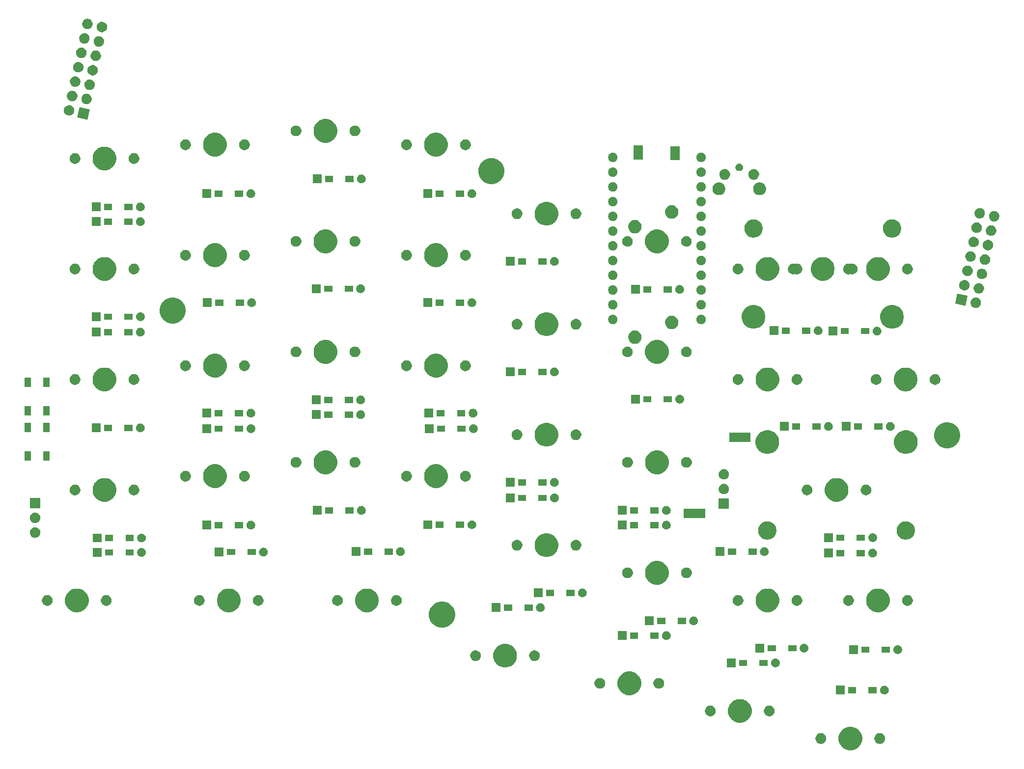
<source format=gts>
G04 #@! TF.GenerationSoftware,KiCad,Pcbnew,(5.1.5-0-10_14)*
G04 #@! TF.CreationDate,2020-05-14T06:03:50+09:00*
G04 #@! TF.ProjectId,Colice,436f6c69-6365-42e6-9b69-6361645f7063,rev?*
G04 #@! TF.SameCoordinates,Original*
G04 #@! TF.FileFunction,Soldermask,Top*
G04 #@! TF.FilePolarity,Negative*
%FSLAX46Y46*%
G04 Gerber Fmt 4.6, Leading zero omitted, Abs format (unit mm)*
G04 Created by KiCad (PCBNEW (5.1.5-0-10_14)) date 2020-05-14 06:03:50*
%MOMM*%
%LPD*%
G04 APERTURE LIST*
%ADD10C,0.100000*%
G04 APERTURE END LIST*
D10*
G36*
X241102724Y-143290544D02*
G01*
X241320724Y-143380843D01*
X241474873Y-143444693D01*
X241809798Y-143668483D01*
X242094627Y-143953312D01*
X242318417Y-144288237D01*
X242350812Y-144366446D01*
X242472566Y-144660386D01*
X242551150Y-145055454D01*
X242551150Y-145458266D01*
X242472566Y-145853334D01*
X242421701Y-145976132D01*
X242318417Y-146225483D01*
X242094627Y-146560408D01*
X241809798Y-146845237D01*
X241474873Y-147069027D01*
X241320724Y-147132877D01*
X241102724Y-147223176D01*
X240707656Y-147301760D01*
X240304844Y-147301760D01*
X239909776Y-147223176D01*
X239691776Y-147132877D01*
X239537627Y-147069027D01*
X239202702Y-146845237D01*
X238917873Y-146560408D01*
X238694083Y-146225483D01*
X238590799Y-145976132D01*
X238539934Y-145853334D01*
X238461350Y-145458266D01*
X238461350Y-145055454D01*
X238539934Y-144660386D01*
X238661688Y-144366446D01*
X238694083Y-144288237D01*
X238917873Y-143953312D01*
X239202702Y-143668483D01*
X239537627Y-143444693D01*
X239691776Y-143380843D01*
X239909776Y-143290544D01*
X240304844Y-143211960D01*
X240707656Y-143211960D01*
X241102724Y-143290544D01*
G37*
G36*
X235696354Y-144366445D02*
G01*
X235864876Y-144436249D01*
X236016541Y-144537588D01*
X236145522Y-144666569D01*
X236246861Y-144818234D01*
X236316665Y-144986756D01*
X236352250Y-145165657D01*
X236352250Y-145348063D01*
X236316665Y-145526964D01*
X236246861Y-145695486D01*
X236145522Y-145847151D01*
X236016541Y-145976132D01*
X235864876Y-146077471D01*
X235696354Y-146147275D01*
X235517453Y-146182860D01*
X235335047Y-146182860D01*
X235156146Y-146147275D01*
X234987624Y-146077471D01*
X234835959Y-145976132D01*
X234706978Y-145847151D01*
X234605639Y-145695486D01*
X234535835Y-145526964D01*
X234500250Y-145348063D01*
X234500250Y-145165657D01*
X234535835Y-144986756D01*
X234605639Y-144818234D01*
X234706978Y-144666569D01*
X234835959Y-144537588D01*
X234987624Y-144436249D01*
X235156146Y-144366445D01*
X235335047Y-144330860D01*
X235517453Y-144330860D01*
X235696354Y-144366445D01*
G37*
G36*
X245856354Y-144366445D02*
G01*
X246024876Y-144436249D01*
X246176541Y-144537588D01*
X246305522Y-144666569D01*
X246406861Y-144818234D01*
X246476665Y-144986756D01*
X246512250Y-145165657D01*
X246512250Y-145348063D01*
X246476665Y-145526964D01*
X246406861Y-145695486D01*
X246305522Y-145847151D01*
X246176541Y-145976132D01*
X246024876Y-146077471D01*
X245856354Y-146147275D01*
X245677453Y-146182860D01*
X245495047Y-146182860D01*
X245316146Y-146147275D01*
X245147624Y-146077471D01*
X244995959Y-145976132D01*
X244866978Y-145847151D01*
X244765639Y-145695486D01*
X244695835Y-145526964D01*
X244660250Y-145348063D01*
X244660250Y-145165657D01*
X244695835Y-144986756D01*
X244765639Y-144818234D01*
X244866978Y-144666569D01*
X244995959Y-144537588D01*
X245147624Y-144436249D01*
X245316146Y-144366445D01*
X245495047Y-144330860D01*
X245677453Y-144330860D01*
X245856354Y-144366445D01*
G37*
G36*
X222052724Y-138528024D02*
G01*
X222270724Y-138618323D01*
X222424873Y-138682173D01*
X222759798Y-138905963D01*
X223044627Y-139190792D01*
X223268417Y-139525717D01*
X223300812Y-139603926D01*
X223422566Y-139897866D01*
X223501150Y-140292934D01*
X223501150Y-140695746D01*
X223422566Y-141090814D01*
X223371701Y-141213612D01*
X223268417Y-141462963D01*
X223044627Y-141797888D01*
X222759798Y-142082717D01*
X222424873Y-142306507D01*
X222270724Y-142370357D01*
X222052724Y-142460656D01*
X221657656Y-142539240D01*
X221254844Y-142539240D01*
X220859776Y-142460656D01*
X220641776Y-142370357D01*
X220487627Y-142306507D01*
X220152702Y-142082717D01*
X219867873Y-141797888D01*
X219644083Y-141462963D01*
X219540799Y-141213612D01*
X219489934Y-141090814D01*
X219411350Y-140695746D01*
X219411350Y-140292934D01*
X219489934Y-139897866D01*
X219611688Y-139603926D01*
X219644083Y-139525717D01*
X219867873Y-139190792D01*
X220152702Y-138905963D01*
X220487627Y-138682173D01*
X220641776Y-138618323D01*
X220859776Y-138528024D01*
X221254844Y-138449440D01*
X221657656Y-138449440D01*
X222052724Y-138528024D01*
G37*
G36*
X226806354Y-139603925D02*
G01*
X226974876Y-139673729D01*
X227126541Y-139775068D01*
X227255522Y-139904049D01*
X227356861Y-140055714D01*
X227426665Y-140224236D01*
X227462250Y-140403137D01*
X227462250Y-140585543D01*
X227426665Y-140764444D01*
X227356861Y-140932966D01*
X227255522Y-141084631D01*
X227126541Y-141213612D01*
X226974876Y-141314951D01*
X226806354Y-141384755D01*
X226627453Y-141420340D01*
X226445047Y-141420340D01*
X226266146Y-141384755D01*
X226097624Y-141314951D01*
X225945959Y-141213612D01*
X225816978Y-141084631D01*
X225715639Y-140932966D01*
X225645835Y-140764444D01*
X225610250Y-140585543D01*
X225610250Y-140403137D01*
X225645835Y-140224236D01*
X225715639Y-140055714D01*
X225816978Y-139904049D01*
X225945959Y-139775068D01*
X226097624Y-139673729D01*
X226266146Y-139603925D01*
X226445047Y-139568340D01*
X226627453Y-139568340D01*
X226806354Y-139603925D01*
G37*
G36*
X216646354Y-139603925D02*
G01*
X216814876Y-139673729D01*
X216966541Y-139775068D01*
X217095522Y-139904049D01*
X217196861Y-140055714D01*
X217266665Y-140224236D01*
X217302250Y-140403137D01*
X217302250Y-140585543D01*
X217266665Y-140764444D01*
X217196861Y-140932966D01*
X217095522Y-141084631D01*
X216966541Y-141213612D01*
X216814876Y-141314951D01*
X216646354Y-141384755D01*
X216467453Y-141420340D01*
X216285047Y-141420340D01*
X216106146Y-141384755D01*
X215937624Y-141314951D01*
X215785959Y-141213612D01*
X215656978Y-141084631D01*
X215555639Y-140932966D01*
X215485835Y-140764444D01*
X215450250Y-140585543D01*
X215450250Y-140403137D01*
X215485835Y-140224236D01*
X215555639Y-140055714D01*
X215656978Y-139904049D01*
X215785959Y-139775068D01*
X215937624Y-139673729D01*
X216106146Y-139603925D01*
X216285047Y-139568340D01*
X216467453Y-139568340D01*
X216646354Y-139603925D01*
G37*
G36*
X203002724Y-133765504D02*
G01*
X203220724Y-133855803D01*
X203374873Y-133919653D01*
X203709798Y-134143443D01*
X203994627Y-134428272D01*
X204218417Y-134763197D01*
X204250812Y-134841406D01*
X204372566Y-135135346D01*
X204451150Y-135530414D01*
X204451150Y-135933226D01*
X204372566Y-136328294D01*
X204321701Y-136451092D01*
X204218417Y-136700443D01*
X203994627Y-137035368D01*
X203709798Y-137320197D01*
X203374873Y-137543987D01*
X203311591Y-137570199D01*
X203002724Y-137698136D01*
X202607656Y-137776720D01*
X202204844Y-137776720D01*
X201809776Y-137698136D01*
X201500909Y-137570199D01*
X201437627Y-137543987D01*
X201102702Y-137320197D01*
X200817873Y-137035368D01*
X200594083Y-136700443D01*
X200490799Y-136451092D01*
X200439934Y-136328294D01*
X200361350Y-135933226D01*
X200361350Y-135530414D01*
X200439934Y-135135346D01*
X200561688Y-134841406D01*
X200594083Y-134763197D01*
X200817873Y-134428272D01*
X201102702Y-134143443D01*
X201437627Y-133919653D01*
X201591776Y-133855803D01*
X201809776Y-133765504D01*
X202204844Y-133686920D01*
X202607656Y-133686920D01*
X203002724Y-133765504D01*
G37*
G36*
X246474425Y-136160599D02*
G01*
X246598621Y-136185302D01*
X246735022Y-136241801D01*
X246857779Y-136323825D01*
X246962175Y-136428221D01*
X247044199Y-136550978D01*
X247100698Y-136687379D01*
X247129500Y-136832181D01*
X247129500Y-136979819D01*
X247100698Y-137124621D01*
X247044199Y-137261022D01*
X246962175Y-137383779D01*
X246857779Y-137488175D01*
X246735022Y-137570199D01*
X246598621Y-137626698D01*
X246474425Y-137651401D01*
X246453820Y-137655500D01*
X246306180Y-137655500D01*
X246285575Y-137651401D01*
X246161379Y-137626698D01*
X246024978Y-137570199D01*
X245902221Y-137488175D01*
X245797825Y-137383779D01*
X245715801Y-137261022D01*
X245659302Y-137124621D01*
X245630500Y-136979819D01*
X245630500Y-136832181D01*
X245659302Y-136687379D01*
X245715801Y-136550978D01*
X245797825Y-136428221D01*
X245902221Y-136323825D01*
X246024978Y-136241801D01*
X246161379Y-136185302D01*
X246285575Y-136160599D01*
X246306180Y-136156500D01*
X246453820Y-136156500D01*
X246474425Y-136160599D01*
G37*
G36*
X239509500Y-137655500D02*
G01*
X238010500Y-137655500D01*
X238010500Y-136156500D01*
X239509500Y-136156500D01*
X239509500Y-137655500D01*
G37*
G36*
X245046000Y-137432000D02*
G01*
X243644000Y-137432000D01*
X243644000Y-136380000D01*
X245046000Y-136380000D01*
X245046000Y-137432000D01*
G37*
G36*
X241496000Y-137432000D02*
G01*
X240094000Y-137432000D01*
X240094000Y-136380000D01*
X241496000Y-136380000D01*
X241496000Y-137432000D01*
G37*
G36*
X207756354Y-134841405D02*
G01*
X207924876Y-134911209D01*
X208076541Y-135012548D01*
X208205522Y-135141529D01*
X208306861Y-135293194D01*
X208376665Y-135461716D01*
X208412250Y-135640617D01*
X208412250Y-135823023D01*
X208376665Y-136001924D01*
X208306861Y-136170446D01*
X208205522Y-136322111D01*
X208076541Y-136451092D01*
X207924876Y-136552431D01*
X207756354Y-136622235D01*
X207577453Y-136657820D01*
X207395047Y-136657820D01*
X207216146Y-136622235D01*
X207047624Y-136552431D01*
X206895959Y-136451092D01*
X206766978Y-136322111D01*
X206665639Y-136170446D01*
X206595835Y-136001924D01*
X206560250Y-135823023D01*
X206560250Y-135640617D01*
X206595835Y-135461716D01*
X206665639Y-135293194D01*
X206766978Y-135141529D01*
X206895959Y-135012548D01*
X207047624Y-134911209D01*
X207216146Y-134841405D01*
X207395047Y-134805820D01*
X207577453Y-134805820D01*
X207756354Y-134841405D01*
G37*
G36*
X197596354Y-134841405D02*
G01*
X197764876Y-134911209D01*
X197916541Y-135012548D01*
X198045522Y-135141529D01*
X198146861Y-135293194D01*
X198216665Y-135461716D01*
X198252250Y-135640617D01*
X198252250Y-135823023D01*
X198216665Y-136001924D01*
X198146861Y-136170446D01*
X198045522Y-136322111D01*
X197916541Y-136451092D01*
X197764876Y-136552431D01*
X197596354Y-136622235D01*
X197417453Y-136657820D01*
X197235047Y-136657820D01*
X197056146Y-136622235D01*
X196887624Y-136552431D01*
X196735959Y-136451092D01*
X196606978Y-136322111D01*
X196505639Y-136170446D01*
X196435835Y-136001924D01*
X196400250Y-135823023D01*
X196400250Y-135640617D01*
X196435835Y-135461716D01*
X196505639Y-135293194D01*
X196606978Y-135141529D01*
X196735959Y-135012548D01*
X196887624Y-134911209D01*
X197056146Y-134841405D01*
X197235047Y-134805820D01*
X197417453Y-134805820D01*
X197596354Y-134841405D01*
G37*
G36*
X181571474Y-129002984D02*
G01*
X181769055Y-129084825D01*
X181943623Y-129157133D01*
X182278548Y-129380923D01*
X182563377Y-129665752D01*
X182787167Y-130000677D01*
X182819562Y-130078886D01*
X182941316Y-130372826D01*
X183019900Y-130767894D01*
X183019900Y-131170706D01*
X182941316Y-131565774D01*
X182890451Y-131688572D01*
X182787167Y-131937923D01*
X182563377Y-132272848D01*
X182278548Y-132557677D01*
X181943623Y-132781467D01*
X181789474Y-132845317D01*
X181571474Y-132935616D01*
X181176406Y-133014200D01*
X180773594Y-133014200D01*
X180378526Y-132935616D01*
X180160526Y-132845317D01*
X180006377Y-132781467D01*
X179671452Y-132557677D01*
X179386623Y-132272848D01*
X179162833Y-131937923D01*
X179059549Y-131688572D01*
X179008684Y-131565774D01*
X178930100Y-131170706D01*
X178930100Y-130767894D01*
X179008684Y-130372826D01*
X179130438Y-130078886D01*
X179162833Y-130000677D01*
X179386623Y-129665752D01*
X179671452Y-129380923D01*
X180006377Y-129157133D01*
X180180945Y-129084825D01*
X180378526Y-129002984D01*
X180773594Y-128924400D01*
X181176406Y-128924400D01*
X181571474Y-129002984D01*
G37*
G36*
X227678425Y-131461599D02*
G01*
X227802621Y-131486302D01*
X227939022Y-131542801D01*
X228061779Y-131624825D01*
X228166175Y-131729221D01*
X228248199Y-131851978D01*
X228304698Y-131988379D01*
X228333500Y-132133181D01*
X228333500Y-132280819D01*
X228304698Y-132425621D01*
X228248199Y-132562022D01*
X228166175Y-132684779D01*
X228061779Y-132789175D01*
X227939022Y-132871199D01*
X227802621Y-132927698D01*
X227678425Y-132952401D01*
X227657820Y-132956500D01*
X227510180Y-132956500D01*
X227489575Y-132952401D01*
X227365379Y-132927698D01*
X227228978Y-132871199D01*
X227106221Y-132789175D01*
X227001825Y-132684779D01*
X226919801Y-132562022D01*
X226863302Y-132425621D01*
X226834500Y-132280819D01*
X226834500Y-132133181D01*
X226863302Y-131988379D01*
X226919801Y-131851978D01*
X227001825Y-131729221D01*
X227106221Y-131624825D01*
X227228978Y-131542801D01*
X227365379Y-131486302D01*
X227489575Y-131461599D01*
X227510180Y-131457500D01*
X227657820Y-131457500D01*
X227678425Y-131461599D01*
G37*
G36*
X220713500Y-132956500D02*
G01*
X219214500Y-132956500D01*
X219214500Y-131457500D01*
X220713500Y-131457500D01*
X220713500Y-132956500D01*
G37*
G36*
X222700000Y-132733000D02*
G01*
X221298000Y-132733000D01*
X221298000Y-131681000D01*
X222700000Y-131681000D01*
X222700000Y-132733000D01*
G37*
G36*
X226250000Y-132733000D02*
G01*
X224848000Y-132733000D01*
X224848000Y-131681000D01*
X226250000Y-131681000D01*
X226250000Y-132733000D01*
G37*
G36*
X186325104Y-130078885D02*
G01*
X186493626Y-130148689D01*
X186645291Y-130250028D01*
X186774272Y-130379009D01*
X186875611Y-130530674D01*
X186945415Y-130699196D01*
X186981000Y-130878097D01*
X186981000Y-131060503D01*
X186945415Y-131239404D01*
X186875611Y-131407926D01*
X186774272Y-131559591D01*
X186645291Y-131688572D01*
X186493626Y-131789911D01*
X186325104Y-131859715D01*
X186146203Y-131895300D01*
X185963797Y-131895300D01*
X185784896Y-131859715D01*
X185616374Y-131789911D01*
X185464709Y-131688572D01*
X185335728Y-131559591D01*
X185234389Y-131407926D01*
X185164585Y-131239404D01*
X185129000Y-131060503D01*
X185129000Y-130878097D01*
X185164585Y-130699196D01*
X185234389Y-130530674D01*
X185335728Y-130379009D01*
X185464709Y-130250028D01*
X185616374Y-130148689D01*
X185784896Y-130078885D01*
X185963797Y-130043300D01*
X186146203Y-130043300D01*
X186325104Y-130078885D01*
G37*
G36*
X176165104Y-130078885D02*
G01*
X176333626Y-130148689D01*
X176485291Y-130250028D01*
X176614272Y-130379009D01*
X176715611Y-130530674D01*
X176785415Y-130699196D01*
X176821000Y-130878097D01*
X176821000Y-131060503D01*
X176785415Y-131239404D01*
X176715611Y-131407926D01*
X176614272Y-131559591D01*
X176485291Y-131688572D01*
X176333626Y-131789911D01*
X176165104Y-131859715D01*
X175986203Y-131895300D01*
X175803797Y-131895300D01*
X175624896Y-131859715D01*
X175456374Y-131789911D01*
X175304709Y-131688572D01*
X175175728Y-131559591D01*
X175074389Y-131407926D01*
X175004585Y-131239404D01*
X174969000Y-131060503D01*
X174969000Y-130878097D01*
X175004585Y-130699196D01*
X175074389Y-130530674D01*
X175175728Y-130379009D01*
X175304709Y-130250028D01*
X175456374Y-130148689D01*
X175624896Y-130078885D01*
X175803797Y-130043300D01*
X175986203Y-130043300D01*
X176165104Y-130078885D01*
G37*
G36*
X241795500Y-130670500D02*
G01*
X240296500Y-130670500D01*
X240296500Y-129171500D01*
X241795500Y-129171500D01*
X241795500Y-130670500D01*
G37*
G36*
X248760425Y-129175599D02*
G01*
X248884621Y-129200302D01*
X249021022Y-129256801D01*
X249143779Y-129338825D01*
X249248175Y-129443221D01*
X249330199Y-129565978D01*
X249386698Y-129702379D01*
X249415500Y-129847181D01*
X249415500Y-129994819D01*
X249386698Y-130139621D01*
X249330199Y-130276022D01*
X249248175Y-130398779D01*
X249143779Y-130503175D01*
X249021022Y-130585199D01*
X248884621Y-130641698D01*
X248760425Y-130666401D01*
X248739820Y-130670500D01*
X248592180Y-130670500D01*
X248571575Y-130666401D01*
X248447379Y-130641698D01*
X248310978Y-130585199D01*
X248188221Y-130503175D01*
X248083825Y-130398779D01*
X248001801Y-130276022D01*
X247945302Y-130139621D01*
X247916500Y-129994819D01*
X247916500Y-129847181D01*
X247945302Y-129702379D01*
X248001801Y-129565978D01*
X248083825Y-129443221D01*
X248188221Y-129338825D01*
X248310978Y-129256801D01*
X248447379Y-129200302D01*
X248571575Y-129175599D01*
X248592180Y-129171500D01*
X248739820Y-129171500D01*
X248760425Y-129175599D01*
G37*
G36*
X243782000Y-130447000D02*
G01*
X242380000Y-130447000D01*
X242380000Y-129395000D01*
X243782000Y-129395000D01*
X243782000Y-130447000D01*
G37*
G36*
X247332000Y-130447000D02*
G01*
X245930000Y-130447000D01*
X245930000Y-129395000D01*
X247332000Y-129395000D01*
X247332000Y-130447000D01*
G37*
G36*
X225666500Y-130416500D02*
G01*
X224167500Y-130416500D01*
X224167500Y-128917500D01*
X225666500Y-128917500D01*
X225666500Y-130416500D01*
G37*
G36*
X232631425Y-128921599D02*
G01*
X232755621Y-128946302D01*
X232892022Y-129002801D01*
X233014779Y-129084825D01*
X233119175Y-129189221D01*
X233201199Y-129311978D01*
X233257698Y-129448379D01*
X233286500Y-129593181D01*
X233286500Y-129740819D01*
X233257698Y-129885621D01*
X233201199Y-130022022D01*
X233119175Y-130144779D01*
X233014779Y-130249175D01*
X232892022Y-130331199D01*
X232755621Y-130387698D01*
X232631425Y-130412401D01*
X232610820Y-130416500D01*
X232463180Y-130416500D01*
X232442575Y-130412401D01*
X232318379Y-130387698D01*
X232181978Y-130331199D01*
X232059221Y-130249175D01*
X231954825Y-130144779D01*
X231872801Y-130022022D01*
X231816302Y-129885621D01*
X231787500Y-129740819D01*
X231787500Y-129593181D01*
X231816302Y-129448379D01*
X231872801Y-129311978D01*
X231954825Y-129189221D01*
X232059221Y-129084825D01*
X232181978Y-129002801D01*
X232318379Y-128946302D01*
X232442575Y-128921599D01*
X232463180Y-128917500D01*
X232610820Y-128917500D01*
X232631425Y-128921599D01*
G37*
G36*
X231203000Y-130193000D02*
G01*
X229801000Y-130193000D01*
X229801000Y-129141000D01*
X231203000Y-129141000D01*
X231203000Y-130193000D01*
G37*
G36*
X227653000Y-130193000D02*
G01*
X226251000Y-130193000D01*
X226251000Y-129141000D01*
X227653000Y-129141000D01*
X227653000Y-130193000D01*
G37*
G36*
X208882425Y-126762599D02*
G01*
X209006621Y-126787302D01*
X209143022Y-126843801D01*
X209265779Y-126925825D01*
X209370175Y-127030221D01*
X209452199Y-127152978D01*
X209508698Y-127289379D01*
X209537500Y-127434181D01*
X209537500Y-127581819D01*
X209508698Y-127726621D01*
X209452199Y-127863022D01*
X209370175Y-127985779D01*
X209265779Y-128090175D01*
X209143022Y-128172199D01*
X209006621Y-128228698D01*
X208882425Y-128253401D01*
X208861820Y-128257500D01*
X208714180Y-128257500D01*
X208693575Y-128253401D01*
X208569379Y-128228698D01*
X208432978Y-128172199D01*
X208310221Y-128090175D01*
X208205825Y-127985779D01*
X208123801Y-127863022D01*
X208067302Y-127726621D01*
X208038500Y-127581819D01*
X208038500Y-127434181D01*
X208067302Y-127289379D01*
X208123801Y-127152978D01*
X208205825Y-127030221D01*
X208310221Y-126925825D01*
X208432978Y-126843801D01*
X208569379Y-126787302D01*
X208693575Y-126762599D01*
X208714180Y-126758500D01*
X208861820Y-126758500D01*
X208882425Y-126762599D01*
G37*
G36*
X201917500Y-128257500D02*
G01*
X200418500Y-128257500D01*
X200418500Y-126758500D01*
X201917500Y-126758500D01*
X201917500Y-128257500D01*
G37*
G36*
X207454000Y-128034000D02*
G01*
X206052000Y-128034000D01*
X206052000Y-126982000D01*
X207454000Y-126982000D01*
X207454000Y-128034000D01*
G37*
G36*
X203904000Y-128034000D02*
G01*
X202502000Y-128034000D01*
X202502000Y-126982000D01*
X203904000Y-126982000D01*
X203904000Y-128034000D01*
G37*
G36*
X170392380Y-121650816D02*
G01*
X170773093Y-121726544D01*
X171182749Y-121896229D01*
X171551429Y-122142574D01*
X171864966Y-122456111D01*
X172111311Y-122824791D01*
X172280996Y-123234447D01*
X172367500Y-123669336D01*
X172367500Y-124112744D01*
X172280996Y-124547633D01*
X172111311Y-124957289D01*
X171864966Y-125325969D01*
X171551429Y-125639506D01*
X171182749Y-125885851D01*
X170773093Y-126055536D01*
X170392380Y-126131264D01*
X170338205Y-126142040D01*
X169894795Y-126142040D01*
X169840620Y-126131264D01*
X169459907Y-126055536D01*
X169050251Y-125885851D01*
X168681571Y-125639506D01*
X168368034Y-125325969D01*
X168121689Y-124957289D01*
X167952004Y-124547633D01*
X167865500Y-124112744D01*
X167865500Y-123669336D01*
X167952004Y-123234447D01*
X168121689Y-122824791D01*
X168368034Y-122456111D01*
X168681571Y-122142574D01*
X169050251Y-121896229D01*
X169459907Y-121726544D01*
X169840620Y-121650816D01*
X169894795Y-121640040D01*
X170338205Y-121640040D01*
X170392380Y-121650816D01*
G37*
G36*
X213581425Y-124222599D02*
G01*
X213705621Y-124247302D01*
X213842022Y-124303801D01*
X213964779Y-124385825D01*
X214069175Y-124490221D01*
X214151199Y-124612978D01*
X214207698Y-124749379D01*
X214236500Y-124894181D01*
X214236500Y-125041819D01*
X214207698Y-125186621D01*
X214151199Y-125323022D01*
X214069175Y-125445779D01*
X213964779Y-125550175D01*
X213842022Y-125632199D01*
X213705621Y-125688698D01*
X213581425Y-125713401D01*
X213560820Y-125717500D01*
X213413180Y-125717500D01*
X213392575Y-125713401D01*
X213268379Y-125688698D01*
X213131978Y-125632199D01*
X213009221Y-125550175D01*
X212904825Y-125445779D01*
X212822801Y-125323022D01*
X212766302Y-125186621D01*
X212737500Y-125041819D01*
X212737500Y-124894181D01*
X212766302Y-124749379D01*
X212822801Y-124612978D01*
X212904825Y-124490221D01*
X213009221Y-124385825D01*
X213131978Y-124303801D01*
X213268379Y-124247302D01*
X213392575Y-124222599D01*
X213413180Y-124218500D01*
X213560820Y-124218500D01*
X213581425Y-124222599D01*
G37*
G36*
X206616500Y-125717500D02*
G01*
X205117500Y-125717500D01*
X205117500Y-124218500D01*
X206616500Y-124218500D01*
X206616500Y-125717500D01*
G37*
G36*
X208603000Y-125494000D02*
G01*
X207201000Y-125494000D01*
X207201000Y-124442000D01*
X208603000Y-124442000D01*
X208603000Y-125494000D01*
G37*
G36*
X212153000Y-125494000D02*
G01*
X210751000Y-125494000D01*
X210751000Y-124442000D01*
X212153000Y-124442000D01*
X212153000Y-125494000D01*
G37*
G36*
X245865224Y-119477944D02*
G01*
X246062902Y-119559825D01*
X246237373Y-119632093D01*
X246572298Y-119855883D01*
X246857127Y-120140712D01*
X247080917Y-120475637D01*
X247113312Y-120553846D01*
X247235066Y-120847786D01*
X247313650Y-121242854D01*
X247313650Y-121645666D01*
X247235066Y-122040734D01*
X247184201Y-122163532D01*
X247080917Y-122412883D01*
X246857127Y-122747808D01*
X246572298Y-123032637D01*
X246237373Y-123256427D01*
X246083224Y-123320277D01*
X245865224Y-123410576D01*
X245470156Y-123489160D01*
X245067344Y-123489160D01*
X244672276Y-123410576D01*
X244454276Y-123320277D01*
X244300127Y-123256427D01*
X243965202Y-123032637D01*
X243680373Y-122747808D01*
X243456583Y-122412883D01*
X243353299Y-122163532D01*
X243302434Y-122040734D01*
X243223850Y-121645666D01*
X243223850Y-121242854D01*
X243302434Y-120847786D01*
X243424188Y-120553846D01*
X243456583Y-120475637D01*
X243680373Y-120140712D01*
X243965202Y-119855883D01*
X244300127Y-119632093D01*
X244474598Y-119559825D01*
X244672276Y-119477944D01*
X245067344Y-119399360D01*
X245470156Y-119399360D01*
X245865224Y-119477944D01*
G37*
G36*
X157758974Y-119477944D02*
G01*
X157956652Y-119559825D01*
X158131123Y-119632093D01*
X158466048Y-119855883D01*
X158750877Y-120140712D01*
X158974667Y-120475637D01*
X159007062Y-120553846D01*
X159128816Y-120847786D01*
X159207400Y-121242854D01*
X159207400Y-121645666D01*
X159128816Y-122040734D01*
X159077951Y-122163532D01*
X158974667Y-122412883D01*
X158750877Y-122747808D01*
X158466048Y-123032637D01*
X158131123Y-123256427D01*
X157976974Y-123320277D01*
X157758974Y-123410576D01*
X157363906Y-123489160D01*
X156961094Y-123489160D01*
X156566026Y-123410576D01*
X156348026Y-123320277D01*
X156193877Y-123256427D01*
X155858952Y-123032637D01*
X155574123Y-122747808D01*
X155350333Y-122412883D01*
X155247049Y-122163532D01*
X155196184Y-122040734D01*
X155117600Y-121645666D01*
X155117600Y-121242854D01*
X155196184Y-120847786D01*
X155317938Y-120553846D01*
X155350333Y-120475637D01*
X155574123Y-120140712D01*
X155858952Y-119855883D01*
X156193877Y-119632093D01*
X156368348Y-119559825D01*
X156566026Y-119477944D01*
X156961094Y-119399360D01*
X157363906Y-119399360D01*
X157758974Y-119477944D01*
G37*
G36*
X226815224Y-119477944D02*
G01*
X227012902Y-119559825D01*
X227187373Y-119632093D01*
X227522298Y-119855883D01*
X227807127Y-120140712D01*
X228030917Y-120475637D01*
X228063312Y-120553846D01*
X228185066Y-120847786D01*
X228263650Y-121242854D01*
X228263650Y-121645666D01*
X228185066Y-122040734D01*
X228134201Y-122163532D01*
X228030917Y-122412883D01*
X227807127Y-122747808D01*
X227522298Y-123032637D01*
X227187373Y-123256427D01*
X227033224Y-123320277D01*
X226815224Y-123410576D01*
X226420156Y-123489160D01*
X226017344Y-123489160D01*
X225622276Y-123410576D01*
X225404276Y-123320277D01*
X225250127Y-123256427D01*
X224915202Y-123032637D01*
X224630373Y-122747808D01*
X224406583Y-122412883D01*
X224303299Y-122163532D01*
X224252434Y-122040734D01*
X224173850Y-121645666D01*
X224173850Y-121242854D01*
X224252434Y-120847786D01*
X224374188Y-120553846D01*
X224406583Y-120475637D01*
X224630373Y-120140712D01*
X224915202Y-119855883D01*
X225250127Y-119632093D01*
X225424598Y-119559825D01*
X225622276Y-119477944D01*
X226017344Y-119399360D01*
X226420156Y-119399360D01*
X226815224Y-119477944D01*
G37*
G36*
X107752724Y-119477944D02*
G01*
X107950402Y-119559825D01*
X108124873Y-119632093D01*
X108459798Y-119855883D01*
X108744627Y-120140712D01*
X108968417Y-120475637D01*
X109000812Y-120553846D01*
X109122566Y-120847786D01*
X109201150Y-121242854D01*
X109201150Y-121645666D01*
X109122566Y-122040734D01*
X109071701Y-122163532D01*
X108968417Y-122412883D01*
X108744627Y-122747808D01*
X108459798Y-123032637D01*
X108124873Y-123256427D01*
X107970724Y-123320277D01*
X107752724Y-123410576D01*
X107357656Y-123489160D01*
X106954844Y-123489160D01*
X106559776Y-123410576D01*
X106341776Y-123320277D01*
X106187627Y-123256427D01*
X105852702Y-123032637D01*
X105567873Y-122747808D01*
X105344083Y-122412883D01*
X105240799Y-122163532D01*
X105189934Y-122040734D01*
X105111350Y-121645666D01*
X105111350Y-121242854D01*
X105189934Y-120847786D01*
X105311688Y-120553846D01*
X105344083Y-120475637D01*
X105567873Y-120140712D01*
X105852702Y-119855883D01*
X106187627Y-119632093D01*
X106362098Y-119559825D01*
X106559776Y-119477944D01*
X106954844Y-119399360D01*
X107357656Y-119399360D01*
X107752724Y-119477944D01*
G37*
G36*
X133946474Y-119477944D02*
G01*
X134144152Y-119559825D01*
X134318623Y-119632093D01*
X134653548Y-119855883D01*
X134938377Y-120140712D01*
X135162167Y-120475637D01*
X135194562Y-120553846D01*
X135316316Y-120847786D01*
X135394900Y-121242854D01*
X135394900Y-121645666D01*
X135316316Y-122040734D01*
X135265451Y-122163532D01*
X135162167Y-122412883D01*
X134938377Y-122747808D01*
X134653548Y-123032637D01*
X134318623Y-123256427D01*
X134164474Y-123320277D01*
X133946474Y-123410576D01*
X133551406Y-123489160D01*
X133148594Y-123489160D01*
X132753526Y-123410576D01*
X132535526Y-123320277D01*
X132381377Y-123256427D01*
X132046452Y-123032637D01*
X131761623Y-122747808D01*
X131537833Y-122412883D01*
X131434549Y-122163532D01*
X131383684Y-122040734D01*
X131305100Y-121645666D01*
X131305100Y-121242854D01*
X131383684Y-120847786D01*
X131505438Y-120553846D01*
X131537833Y-120475637D01*
X131761623Y-120140712D01*
X132046452Y-119855883D01*
X132381377Y-119632093D01*
X132555848Y-119559825D01*
X132753526Y-119477944D01*
X133148594Y-119399360D01*
X133551406Y-119399360D01*
X133946474Y-119477944D01*
G37*
G36*
X187165425Y-121936599D02*
G01*
X187289621Y-121961302D01*
X187426022Y-122017801D01*
X187548779Y-122099825D01*
X187653175Y-122204221D01*
X187735199Y-122326978D01*
X187791698Y-122463379D01*
X187820500Y-122608181D01*
X187820500Y-122755819D01*
X187791698Y-122900621D01*
X187735199Y-123037022D01*
X187653175Y-123159779D01*
X187548779Y-123264175D01*
X187426022Y-123346199D01*
X187289621Y-123402698D01*
X187165425Y-123427401D01*
X187144820Y-123431500D01*
X186997180Y-123431500D01*
X186976575Y-123427401D01*
X186852379Y-123402698D01*
X186715978Y-123346199D01*
X186593221Y-123264175D01*
X186488825Y-123159779D01*
X186406801Y-123037022D01*
X186350302Y-122900621D01*
X186321500Y-122755819D01*
X186321500Y-122608181D01*
X186350302Y-122463379D01*
X186406801Y-122326978D01*
X186488825Y-122204221D01*
X186593221Y-122099825D01*
X186715978Y-122017801D01*
X186852379Y-121961302D01*
X186976575Y-121936599D01*
X186997180Y-121932500D01*
X187144820Y-121932500D01*
X187165425Y-121936599D01*
G37*
G36*
X180200500Y-123431500D02*
G01*
X178701500Y-123431500D01*
X178701500Y-121932500D01*
X180200500Y-121932500D01*
X180200500Y-123431500D01*
G37*
G36*
X182187000Y-123208000D02*
G01*
X180785000Y-123208000D01*
X180785000Y-122156000D01*
X182187000Y-122156000D01*
X182187000Y-123208000D01*
G37*
G36*
X185737000Y-123208000D02*
G01*
X184335000Y-123208000D01*
X184335000Y-122156000D01*
X185737000Y-122156000D01*
X185737000Y-123208000D01*
G37*
G36*
X102346354Y-120553845D02*
G01*
X102514876Y-120623649D01*
X102666541Y-120724988D01*
X102795522Y-120853969D01*
X102896861Y-121005634D01*
X102966665Y-121174156D01*
X103002250Y-121353057D01*
X103002250Y-121535463D01*
X102966665Y-121714364D01*
X102896861Y-121882886D01*
X102795522Y-122034551D01*
X102666541Y-122163532D01*
X102514876Y-122264871D01*
X102346354Y-122334675D01*
X102167453Y-122370260D01*
X101985047Y-122370260D01*
X101806146Y-122334675D01*
X101637624Y-122264871D01*
X101485959Y-122163532D01*
X101356978Y-122034551D01*
X101255639Y-121882886D01*
X101185835Y-121714364D01*
X101150250Y-121535463D01*
X101150250Y-121353057D01*
X101185835Y-121174156D01*
X101255639Y-121005634D01*
X101356978Y-120853969D01*
X101485959Y-120724988D01*
X101637624Y-120623649D01*
X101806146Y-120553845D01*
X101985047Y-120518260D01*
X102167453Y-120518260D01*
X102346354Y-120553845D01*
G37*
G36*
X250618854Y-120553845D02*
G01*
X250787376Y-120623649D01*
X250939041Y-120724988D01*
X251068022Y-120853969D01*
X251169361Y-121005634D01*
X251239165Y-121174156D01*
X251274750Y-121353057D01*
X251274750Y-121535463D01*
X251239165Y-121714364D01*
X251169361Y-121882886D01*
X251068022Y-122034551D01*
X250939041Y-122163532D01*
X250787376Y-122264871D01*
X250618854Y-122334675D01*
X250439953Y-122370260D01*
X250257547Y-122370260D01*
X250078646Y-122334675D01*
X249910124Y-122264871D01*
X249758459Y-122163532D01*
X249629478Y-122034551D01*
X249528139Y-121882886D01*
X249458335Y-121714364D01*
X249422750Y-121535463D01*
X249422750Y-121353057D01*
X249458335Y-121174156D01*
X249528139Y-121005634D01*
X249629478Y-120853969D01*
X249758459Y-120724988D01*
X249910124Y-120623649D01*
X250078646Y-120553845D01*
X250257547Y-120518260D01*
X250439953Y-120518260D01*
X250618854Y-120553845D01*
G37*
G36*
X240458854Y-120553845D02*
G01*
X240627376Y-120623649D01*
X240779041Y-120724988D01*
X240908022Y-120853969D01*
X241009361Y-121005634D01*
X241079165Y-121174156D01*
X241114750Y-121353057D01*
X241114750Y-121535463D01*
X241079165Y-121714364D01*
X241009361Y-121882886D01*
X240908022Y-122034551D01*
X240779041Y-122163532D01*
X240627376Y-122264871D01*
X240458854Y-122334675D01*
X240279953Y-122370260D01*
X240097547Y-122370260D01*
X239918646Y-122334675D01*
X239750124Y-122264871D01*
X239598459Y-122163532D01*
X239469478Y-122034551D01*
X239368139Y-121882886D01*
X239298335Y-121714364D01*
X239262750Y-121535463D01*
X239262750Y-121353057D01*
X239298335Y-121174156D01*
X239368139Y-121005634D01*
X239469478Y-120853969D01*
X239598459Y-120724988D01*
X239750124Y-120623649D01*
X239918646Y-120553845D01*
X240097547Y-120518260D01*
X240279953Y-120518260D01*
X240458854Y-120553845D01*
G37*
G36*
X231568854Y-120553845D02*
G01*
X231737376Y-120623649D01*
X231889041Y-120724988D01*
X232018022Y-120853969D01*
X232119361Y-121005634D01*
X232189165Y-121174156D01*
X232224750Y-121353057D01*
X232224750Y-121535463D01*
X232189165Y-121714364D01*
X232119361Y-121882886D01*
X232018022Y-122034551D01*
X231889041Y-122163532D01*
X231737376Y-122264871D01*
X231568854Y-122334675D01*
X231389953Y-122370260D01*
X231207547Y-122370260D01*
X231028646Y-122334675D01*
X230860124Y-122264871D01*
X230708459Y-122163532D01*
X230579478Y-122034551D01*
X230478139Y-121882886D01*
X230408335Y-121714364D01*
X230372750Y-121535463D01*
X230372750Y-121353057D01*
X230408335Y-121174156D01*
X230478139Y-121005634D01*
X230579478Y-120853969D01*
X230708459Y-120724988D01*
X230860124Y-120623649D01*
X231028646Y-120553845D01*
X231207547Y-120518260D01*
X231389953Y-120518260D01*
X231568854Y-120553845D01*
G37*
G36*
X221408854Y-120553845D02*
G01*
X221577376Y-120623649D01*
X221729041Y-120724988D01*
X221858022Y-120853969D01*
X221959361Y-121005634D01*
X222029165Y-121174156D01*
X222064750Y-121353057D01*
X222064750Y-121535463D01*
X222029165Y-121714364D01*
X221959361Y-121882886D01*
X221858022Y-122034551D01*
X221729041Y-122163532D01*
X221577376Y-122264871D01*
X221408854Y-122334675D01*
X221229953Y-122370260D01*
X221047547Y-122370260D01*
X220868646Y-122334675D01*
X220700124Y-122264871D01*
X220548459Y-122163532D01*
X220419478Y-122034551D01*
X220318139Y-121882886D01*
X220248335Y-121714364D01*
X220212750Y-121535463D01*
X220212750Y-121353057D01*
X220248335Y-121174156D01*
X220318139Y-121005634D01*
X220419478Y-120853969D01*
X220548459Y-120724988D01*
X220700124Y-120623649D01*
X220868646Y-120553845D01*
X221047547Y-120518260D01*
X221229953Y-120518260D01*
X221408854Y-120553845D01*
G37*
G36*
X162512604Y-120553845D02*
G01*
X162681126Y-120623649D01*
X162832791Y-120724988D01*
X162961772Y-120853969D01*
X163063111Y-121005634D01*
X163132915Y-121174156D01*
X163168500Y-121353057D01*
X163168500Y-121535463D01*
X163132915Y-121714364D01*
X163063111Y-121882886D01*
X162961772Y-122034551D01*
X162832791Y-122163532D01*
X162681126Y-122264871D01*
X162512604Y-122334675D01*
X162333703Y-122370260D01*
X162151297Y-122370260D01*
X161972396Y-122334675D01*
X161803874Y-122264871D01*
X161652209Y-122163532D01*
X161523228Y-122034551D01*
X161421889Y-121882886D01*
X161352085Y-121714364D01*
X161316500Y-121535463D01*
X161316500Y-121353057D01*
X161352085Y-121174156D01*
X161421889Y-121005634D01*
X161523228Y-120853969D01*
X161652209Y-120724988D01*
X161803874Y-120623649D01*
X161972396Y-120553845D01*
X162151297Y-120518260D01*
X162333703Y-120518260D01*
X162512604Y-120553845D01*
G37*
G36*
X152352604Y-120553845D02*
G01*
X152521126Y-120623649D01*
X152672791Y-120724988D01*
X152801772Y-120853969D01*
X152903111Y-121005634D01*
X152972915Y-121174156D01*
X153008500Y-121353057D01*
X153008500Y-121535463D01*
X152972915Y-121714364D01*
X152903111Y-121882886D01*
X152801772Y-122034551D01*
X152672791Y-122163532D01*
X152521126Y-122264871D01*
X152352604Y-122334675D01*
X152173703Y-122370260D01*
X151991297Y-122370260D01*
X151812396Y-122334675D01*
X151643874Y-122264871D01*
X151492209Y-122163532D01*
X151363228Y-122034551D01*
X151261889Y-121882886D01*
X151192085Y-121714364D01*
X151156500Y-121535463D01*
X151156500Y-121353057D01*
X151192085Y-121174156D01*
X151261889Y-121005634D01*
X151363228Y-120853969D01*
X151492209Y-120724988D01*
X151643874Y-120623649D01*
X151812396Y-120553845D01*
X151991297Y-120518260D01*
X152173703Y-120518260D01*
X152352604Y-120553845D01*
G37*
G36*
X138700104Y-120553845D02*
G01*
X138868626Y-120623649D01*
X139020291Y-120724988D01*
X139149272Y-120853969D01*
X139250611Y-121005634D01*
X139320415Y-121174156D01*
X139356000Y-121353057D01*
X139356000Y-121535463D01*
X139320415Y-121714364D01*
X139250611Y-121882886D01*
X139149272Y-122034551D01*
X139020291Y-122163532D01*
X138868626Y-122264871D01*
X138700104Y-122334675D01*
X138521203Y-122370260D01*
X138338797Y-122370260D01*
X138159896Y-122334675D01*
X137991374Y-122264871D01*
X137839709Y-122163532D01*
X137710728Y-122034551D01*
X137609389Y-121882886D01*
X137539585Y-121714364D01*
X137504000Y-121535463D01*
X137504000Y-121353057D01*
X137539585Y-121174156D01*
X137609389Y-121005634D01*
X137710728Y-120853969D01*
X137839709Y-120724988D01*
X137991374Y-120623649D01*
X138159896Y-120553845D01*
X138338797Y-120518260D01*
X138521203Y-120518260D01*
X138700104Y-120553845D01*
G37*
G36*
X128540104Y-120553845D02*
G01*
X128708626Y-120623649D01*
X128860291Y-120724988D01*
X128989272Y-120853969D01*
X129090611Y-121005634D01*
X129160415Y-121174156D01*
X129196000Y-121353057D01*
X129196000Y-121535463D01*
X129160415Y-121714364D01*
X129090611Y-121882886D01*
X128989272Y-122034551D01*
X128860291Y-122163532D01*
X128708626Y-122264871D01*
X128540104Y-122334675D01*
X128361203Y-122370260D01*
X128178797Y-122370260D01*
X127999896Y-122334675D01*
X127831374Y-122264871D01*
X127679709Y-122163532D01*
X127550728Y-122034551D01*
X127449389Y-121882886D01*
X127379585Y-121714364D01*
X127344000Y-121535463D01*
X127344000Y-121353057D01*
X127379585Y-121174156D01*
X127449389Y-121005634D01*
X127550728Y-120853969D01*
X127679709Y-120724988D01*
X127831374Y-120623649D01*
X127999896Y-120553845D01*
X128178797Y-120518260D01*
X128361203Y-120518260D01*
X128540104Y-120553845D01*
G37*
G36*
X112506354Y-120553845D02*
G01*
X112674876Y-120623649D01*
X112826541Y-120724988D01*
X112955522Y-120853969D01*
X113056861Y-121005634D01*
X113126665Y-121174156D01*
X113162250Y-121353057D01*
X113162250Y-121535463D01*
X113126665Y-121714364D01*
X113056861Y-121882886D01*
X112955522Y-122034551D01*
X112826541Y-122163532D01*
X112674876Y-122264871D01*
X112506354Y-122334675D01*
X112327453Y-122370260D01*
X112145047Y-122370260D01*
X111966146Y-122334675D01*
X111797624Y-122264871D01*
X111645959Y-122163532D01*
X111516978Y-122034551D01*
X111415639Y-121882886D01*
X111345835Y-121714364D01*
X111310250Y-121535463D01*
X111310250Y-121353057D01*
X111345835Y-121174156D01*
X111415639Y-121005634D01*
X111516978Y-120853969D01*
X111645959Y-120724988D01*
X111797624Y-120623649D01*
X111966146Y-120553845D01*
X112145047Y-120518260D01*
X112327453Y-120518260D01*
X112506354Y-120553845D01*
G37*
G36*
X194404425Y-119396599D02*
G01*
X194528621Y-119421302D01*
X194665022Y-119477801D01*
X194787779Y-119559825D01*
X194892175Y-119664221D01*
X194974199Y-119786978D01*
X195030698Y-119923379D01*
X195059500Y-120068181D01*
X195059500Y-120215819D01*
X195030698Y-120360621D01*
X194974199Y-120497022D01*
X194892175Y-120619779D01*
X194787779Y-120724175D01*
X194665022Y-120806199D01*
X194528621Y-120862698D01*
X194404425Y-120887401D01*
X194383820Y-120891500D01*
X194236180Y-120891500D01*
X194215575Y-120887401D01*
X194091379Y-120862698D01*
X193954978Y-120806199D01*
X193832221Y-120724175D01*
X193727825Y-120619779D01*
X193645801Y-120497022D01*
X193589302Y-120360621D01*
X193560500Y-120215819D01*
X193560500Y-120068181D01*
X193589302Y-119923379D01*
X193645801Y-119786978D01*
X193727825Y-119664221D01*
X193832221Y-119559825D01*
X193954978Y-119477801D01*
X194091379Y-119421302D01*
X194215575Y-119396599D01*
X194236180Y-119392500D01*
X194383820Y-119392500D01*
X194404425Y-119396599D01*
G37*
G36*
X187439500Y-120891500D02*
G01*
X185940500Y-120891500D01*
X185940500Y-119392500D01*
X187439500Y-119392500D01*
X187439500Y-120891500D01*
G37*
G36*
X192976000Y-120668000D02*
G01*
X191574000Y-120668000D01*
X191574000Y-119616000D01*
X192976000Y-119616000D01*
X192976000Y-120668000D01*
G37*
G36*
X189426000Y-120668000D02*
G01*
X188024000Y-120668000D01*
X188024000Y-119616000D01*
X189426000Y-119616000D01*
X189426000Y-120668000D01*
G37*
G36*
X207765224Y-114715424D02*
G01*
X207983224Y-114805723D01*
X208137373Y-114869573D01*
X208472298Y-115093363D01*
X208757127Y-115378192D01*
X208980917Y-115713117D01*
X209013312Y-115791326D01*
X209135066Y-116085266D01*
X209213650Y-116480334D01*
X209213650Y-116883146D01*
X209135066Y-117278214D01*
X209084201Y-117401012D01*
X208980917Y-117650363D01*
X208757127Y-117985288D01*
X208472298Y-118270117D01*
X208137373Y-118493907D01*
X207983224Y-118557757D01*
X207765224Y-118648056D01*
X207370156Y-118726640D01*
X206967344Y-118726640D01*
X206572276Y-118648056D01*
X206354276Y-118557757D01*
X206200127Y-118493907D01*
X205865202Y-118270117D01*
X205580373Y-117985288D01*
X205356583Y-117650363D01*
X205253299Y-117401012D01*
X205202434Y-117278214D01*
X205123850Y-116883146D01*
X205123850Y-116480334D01*
X205202434Y-116085266D01*
X205324188Y-115791326D01*
X205356583Y-115713117D01*
X205580373Y-115378192D01*
X205865202Y-115093363D01*
X206200127Y-114869573D01*
X206354276Y-114805723D01*
X206572276Y-114715424D01*
X206967344Y-114636840D01*
X207370156Y-114636840D01*
X207765224Y-114715424D01*
G37*
G36*
X202358854Y-115791325D02*
G01*
X202527376Y-115861129D01*
X202679041Y-115962468D01*
X202808022Y-116091449D01*
X202909361Y-116243114D01*
X202979165Y-116411636D01*
X203014750Y-116590537D01*
X203014750Y-116772943D01*
X202979165Y-116951844D01*
X202909361Y-117120366D01*
X202808022Y-117272031D01*
X202679041Y-117401012D01*
X202527376Y-117502351D01*
X202358854Y-117572155D01*
X202179953Y-117607740D01*
X201997547Y-117607740D01*
X201818646Y-117572155D01*
X201650124Y-117502351D01*
X201498459Y-117401012D01*
X201369478Y-117272031D01*
X201268139Y-117120366D01*
X201198335Y-116951844D01*
X201162750Y-116772943D01*
X201162750Y-116590537D01*
X201198335Y-116411636D01*
X201268139Y-116243114D01*
X201369478Y-116091449D01*
X201498459Y-115962468D01*
X201650124Y-115861129D01*
X201818646Y-115791325D01*
X201997547Y-115755740D01*
X202179953Y-115755740D01*
X202358854Y-115791325D01*
G37*
G36*
X212518854Y-115791325D02*
G01*
X212687376Y-115861129D01*
X212839041Y-115962468D01*
X212968022Y-116091449D01*
X213069361Y-116243114D01*
X213139165Y-116411636D01*
X213174750Y-116590537D01*
X213174750Y-116772943D01*
X213139165Y-116951844D01*
X213069361Y-117120366D01*
X212968022Y-117272031D01*
X212839041Y-117401012D01*
X212687376Y-117502351D01*
X212518854Y-117572155D01*
X212339953Y-117607740D01*
X212157547Y-117607740D01*
X211978646Y-117572155D01*
X211810124Y-117502351D01*
X211658459Y-117401012D01*
X211529478Y-117272031D01*
X211428139Y-117120366D01*
X211358335Y-116951844D01*
X211322750Y-116772943D01*
X211322750Y-116590537D01*
X211358335Y-116411636D01*
X211428139Y-116243114D01*
X211529478Y-116091449D01*
X211658459Y-115962468D01*
X211810124Y-115861129D01*
X211978646Y-115791325D01*
X212157547Y-115755740D01*
X212339953Y-115755740D01*
X212518854Y-115791325D01*
G37*
G36*
X244442425Y-112538599D02*
G01*
X244566621Y-112563302D01*
X244703022Y-112619801D01*
X244825779Y-112701825D01*
X244930175Y-112806221D01*
X245012199Y-112928978D01*
X245068698Y-113065379D01*
X245097500Y-113210181D01*
X245097500Y-113357819D01*
X245068698Y-113502621D01*
X245012199Y-113639022D01*
X244930175Y-113761779D01*
X244825779Y-113866175D01*
X244703022Y-113948199D01*
X244566621Y-114004698D01*
X244442425Y-114029401D01*
X244421820Y-114033500D01*
X244274180Y-114033500D01*
X244253575Y-114029401D01*
X244129379Y-114004698D01*
X243992978Y-113948199D01*
X243870221Y-113866175D01*
X243765825Y-113761779D01*
X243683801Y-113639022D01*
X243627302Y-113502621D01*
X243598500Y-113357819D01*
X243598500Y-113210181D01*
X243627302Y-113065379D01*
X243683801Y-112928978D01*
X243765825Y-112806221D01*
X243870221Y-112701825D01*
X243992978Y-112619801D01*
X244129379Y-112563302D01*
X244253575Y-112538599D01*
X244274180Y-112534500D01*
X244421820Y-112534500D01*
X244442425Y-112538599D01*
G37*
G36*
X237477500Y-114033500D02*
G01*
X235978500Y-114033500D01*
X235978500Y-112534500D01*
X237477500Y-112534500D01*
X237477500Y-114033500D01*
G37*
G36*
X188715224Y-109952374D02*
G01*
X188914278Y-110034825D01*
X189087373Y-110106523D01*
X189422298Y-110330313D01*
X189707127Y-110615142D01*
X189930917Y-110950067D01*
X189963312Y-111028276D01*
X190085066Y-111322216D01*
X190163650Y-111717284D01*
X190163650Y-112120096D01*
X190085066Y-112515164D01*
X190017111Y-112679221D01*
X189930917Y-112887313D01*
X189707127Y-113222238D01*
X189422298Y-113507067D01*
X189087373Y-113730857D01*
X188969938Y-113779500D01*
X188715224Y-113885006D01*
X188320156Y-113963590D01*
X187917344Y-113963590D01*
X187522276Y-113885006D01*
X187267562Y-113779500D01*
X187150127Y-113730857D01*
X186815202Y-113507067D01*
X186530373Y-113222238D01*
X186306583Y-112887313D01*
X186220389Y-112679221D01*
X186152434Y-112515164D01*
X186073850Y-112120096D01*
X186073850Y-111717284D01*
X186152434Y-111322216D01*
X186274188Y-111028276D01*
X186306583Y-110950067D01*
X186530373Y-110615142D01*
X186815202Y-110330313D01*
X187150127Y-110106523D01*
X187323222Y-110034825D01*
X187522276Y-109952374D01*
X187917344Y-109873790D01*
X188320156Y-109873790D01*
X188715224Y-109952374D01*
G37*
G36*
X118394925Y-112411599D02*
G01*
X118519121Y-112436302D01*
X118655522Y-112492801D01*
X118778279Y-112574825D01*
X118882675Y-112679221D01*
X118964699Y-112801978D01*
X119021198Y-112938379D01*
X119050000Y-113083181D01*
X119050000Y-113230819D01*
X119021198Y-113375621D01*
X118964699Y-113512022D01*
X118882675Y-113634779D01*
X118778279Y-113739175D01*
X118655522Y-113821199D01*
X118519121Y-113877698D01*
X118394925Y-113902401D01*
X118374320Y-113906500D01*
X118226680Y-113906500D01*
X118206075Y-113902401D01*
X118081879Y-113877698D01*
X117945478Y-113821199D01*
X117822721Y-113739175D01*
X117718325Y-113634779D01*
X117636301Y-113512022D01*
X117579802Y-113375621D01*
X117551000Y-113230819D01*
X117551000Y-113083181D01*
X117579802Y-112938379D01*
X117636301Y-112801978D01*
X117718325Y-112679221D01*
X117822721Y-112574825D01*
X117945478Y-112492801D01*
X118081879Y-112436302D01*
X118206075Y-112411599D01*
X118226680Y-112407500D01*
X118374320Y-112407500D01*
X118394925Y-112411599D01*
G37*
G36*
X111430000Y-113906500D02*
G01*
X109931000Y-113906500D01*
X109931000Y-112407500D01*
X111430000Y-112407500D01*
X111430000Y-113906500D01*
G37*
G36*
X139413425Y-112364449D02*
G01*
X139537621Y-112389152D01*
X139674022Y-112445651D01*
X139796779Y-112527675D01*
X139901175Y-112632071D01*
X139983199Y-112754828D01*
X140039698Y-112891229D01*
X140068500Y-113036031D01*
X140068500Y-113183669D01*
X140039698Y-113328471D01*
X139983199Y-113464872D01*
X139901175Y-113587629D01*
X139796779Y-113692025D01*
X139674022Y-113774049D01*
X139537621Y-113830548D01*
X139413425Y-113855251D01*
X139392820Y-113859350D01*
X139245180Y-113859350D01*
X139224575Y-113855251D01*
X139100379Y-113830548D01*
X138963978Y-113774049D01*
X138841221Y-113692025D01*
X138736825Y-113587629D01*
X138654801Y-113464872D01*
X138598302Y-113328471D01*
X138569500Y-113183669D01*
X138569500Y-113036031D01*
X138598302Y-112891229D01*
X138654801Y-112754828D01*
X138736825Y-112632071D01*
X138841221Y-112527675D01*
X138963978Y-112445651D01*
X139100379Y-112389152D01*
X139224575Y-112364449D01*
X139245180Y-112360350D01*
X139392820Y-112360350D01*
X139413425Y-112364449D01*
G37*
G36*
X132448500Y-113859350D02*
G01*
X130949500Y-113859350D01*
X130949500Y-112360350D01*
X132448500Y-112360350D01*
X132448500Y-113859350D01*
G37*
G36*
X243014000Y-113810000D02*
G01*
X241612000Y-113810000D01*
X241612000Y-112758000D01*
X243014000Y-112758000D01*
X243014000Y-113810000D01*
G37*
G36*
X239464000Y-113810000D02*
G01*
X238062000Y-113810000D01*
X238062000Y-112758000D01*
X239464000Y-112758000D01*
X239464000Y-113810000D01*
G37*
G36*
X163035425Y-112284599D02*
G01*
X163159621Y-112309302D01*
X163296022Y-112365801D01*
X163418779Y-112447825D01*
X163523175Y-112552221D01*
X163605199Y-112674978D01*
X163661698Y-112811379D01*
X163690500Y-112956181D01*
X163690500Y-113103819D01*
X163661698Y-113248621D01*
X163605199Y-113385022D01*
X163523175Y-113507779D01*
X163418779Y-113612175D01*
X163296022Y-113694199D01*
X163159621Y-113750698D01*
X163042224Y-113774049D01*
X163014820Y-113779500D01*
X162867180Y-113779500D01*
X162839776Y-113774049D01*
X162722379Y-113750698D01*
X162585978Y-113694199D01*
X162463221Y-113612175D01*
X162358825Y-113507779D01*
X162276801Y-113385022D01*
X162220302Y-113248621D01*
X162191500Y-113103819D01*
X162191500Y-112956181D01*
X162220302Y-112811379D01*
X162276801Y-112674978D01*
X162358825Y-112552221D01*
X162463221Y-112447825D01*
X162585978Y-112365801D01*
X162722379Y-112309302D01*
X162846575Y-112284599D01*
X162867180Y-112280500D01*
X163014820Y-112280500D01*
X163035425Y-112284599D01*
G37*
G36*
X156070500Y-113779500D02*
G01*
X154571500Y-113779500D01*
X154571500Y-112280500D01*
X156070500Y-112280500D01*
X156070500Y-113779500D01*
G37*
G36*
X225773425Y-112284599D02*
G01*
X225897621Y-112309302D01*
X226034022Y-112365801D01*
X226156779Y-112447825D01*
X226261175Y-112552221D01*
X226343199Y-112674978D01*
X226399698Y-112811379D01*
X226428500Y-112956181D01*
X226428500Y-113103819D01*
X226399698Y-113248621D01*
X226343199Y-113385022D01*
X226261175Y-113507779D01*
X226156779Y-113612175D01*
X226034022Y-113694199D01*
X225897621Y-113750698D01*
X225780224Y-113774049D01*
X225752820Y-113779500D01*
X225605180Y-113779500D01*
X225577776Y-113774049D01*
X225460379Y-113750698D01*
X225323978Y-113694199D01*
X225201221Y-113612175D01*
X225096825Y-113507779D01*
X225014801Y-113385022D01*
X224958302Y-113248621D01*
X224929500Y-113103819D01*
X224929500Y-112956181D01*
X224958302Y-112811379D01*
X225014801Y-112674978D01*
X225096825Y-112552221D01*
X225201221Y-112447825D01*
X225323978Y-112365801D01*
X225460379Y-112309302D01*
X225584575Y-112284599D01*
X225605180Y-112280500D01*
X225752820Y-112280500D01*
X225773425Y-112284599D01*
G37*
G36*
X218808500Y-113779500D02*
G01*
X217309500Y-113779500D01*
X217309500Y-112280500D01*
X218808500Y-112280500D01*
X218808500Y-113779500D01*
G37*
G36*
X116966500Y-113683000D02*
G01*
X115564500Y-113683000D01*
X115564500Y-112631000D01*
X116966500Y-112631000D01*
X116966500Y-113683000D01*
G37*
G36*
X113416500Y-113683000D02*
G01*
X112014500Y-113683000D01*
X112014500Y-112631000D01*
X113416500Y-112631000D01*
X113416500Y-113683000D01*
G37*
G36*
X134435000Y-113635850D02*
G01*
X133033000Y-113635850D01*
X133033000Y-112583850D01*
X134435000Y-112583850D01*
X134435000Y-113635850D01*
G37*
G36*
X137985000Y-113635850D02*
G01*
X136583000Y-113635850D01*
X136583000Y-112583850D01*
X137985000Y-112583850D01*
X137985000Y-113635850D01*
G37*
G36*
X161607000Y-113556000D02*
G01*
X160205000Y-113556000D01*
X160205000Y-112504000D01*
X161607000Y-112504000D01*
X161607000Y-113556000D01*
G37*
G36*
X158057000Y-113556000D02*
G01*
X156655000Y-113556000D01*
X156655000Y-112504000D01*
X158057000Y-112504000D01*
X158057000Y-113556000D01*
G37*
G36*
X220795000Y-113556000D02*
G01*
X219393000Y-113556000D01*
X219393000Y-112504000D01*
X220795000Y-112504000D01*
X220795000Y-113556000D01*
G37*
G36*
X224345000Y-113556000D02*
G01*
X222943000Y-113556000D01*
X222943000Y-112504000D01*
X224345000Y-112504000D01*
X224345000Y-113556000D01*
G37*
G36*
X193468854Y-111028275D02*
G01*
X193637376Y-111098079D01*
X193789041Y-111199418D01*
X193918022Y-111328399D01*
X194019361Y-111480064D01*
X194089165Y-111648586D01*
X194124750Y-111827487D01*
X194124750Y-112009893D01*
X194089165Y-112188794D01*
X194019361Y-112357316D01*
X193918022Y-112508981D01*
X193789041Y-112637962D01*
X193637376Y-112739301D01*
X193468854Y-112809105D01*
X193289953Y-112844690D01*
X193107547Y-112844690D01*
X192928646Y-112809105D01*
X192760124Y-112739301D01*
X192608459Y-112637962D01*
X192479478Y-112508981D01*
X192378139Y-112357316D01*
X192308335Y-112188794D01*
X192272750Y-112009893D01*
X192272750Y-111827487D01*
X192308335Y-111648586D01*
X192378139Y-111480064D01*
X192479478Y-111328399D01*
X192608459Y-111199418D01*
X192760124Y-111098079D01*
X192928646Y-111028275D01*
X193107547Y-110992690D01*
X193289953Y-110992690D01*
X193468854Y-111028275D01*
G37*
G36*
X183308854Y-111028275D02*
G01*
X183477376Y-111098079D01*
X183629041Y-111199418D01*
X183758022Y-111328399D01*
X183859361Y-111480064D01*
X183929165Y-111648586D01*
X183964750Y-111827487D01*
X183964750Y-112009893D01*
X183929165Y-112188794D01*
X183859361Y-112357316D01*
X183758022Y-112508981D01*
X183629041Y-112637962D01*
X183477376Y-112739301D01*
X183308854Y-112809105D01*
X183129953Y-112844690D01*
X182947547Y-112844690D01*
X182768646Y-112809105D01*
X182600124Y-112739301D01*
X182448459Y-112637962D01*
X182319478Y-112508981D01*
X182218139Y-112357316D01*
X182148335Y-112188794D01*
X182112750Y-112009893D01*
X182112750Y-111827487D01*
X182148335Y-111648586D01*
X182218139Y-111480064D01*
X182319478Y-111328399D01*
X182448459Y-111199418D01*
X182600124Y-111098079D01*
X182768646Y-111028275D01*
X182947547Y-110992690D01*
X183129953Y-110992690D01*
X183308854Y-111028275D01*
G37*
G36*
X111430000Y-111414130D02*
G01*
X109931000Y-111414130D01*
X109931000Y-109915130D01*
X111430000Y-109915130D01*
X111430000Y-111414130D01*
G37*
G36*
X118394925Y-109919229D02*
G01*
X118519121Y-109943932D01*
X118655522Y-110000431D01*
X118778279Y-110082455D01*
X118882675Y-110186851D01*
X118964699Y-110309608D01*
X119021198Y-110446009D01*
X119050000Y-110590811D01*
X119050000Y-110738449D01*
X119021198Y-110883251D01*
X118964699Y-111019652D01*
X118882675Y-111142409D01*
X118778279Y-111246805D01*
X118655522Y-111328829D01*
X118519121Y-111385328D01*
X118394925Y-111410031D01*
X118374320Y-111414130D01*
X118226680Y-111414130D01*
X118206075Y-111410031D01*
X118081879Y-111385328D01*
X117945478Y-111328829D01*
X117822721Y-111246805D01*
X117718325Y-111142409D01*
X117636301Y-111019652D01*
X117579802Y-110883251D01*
X117551000Y-110738449D01*
X117551000Y-110590811D01*
X117579802Y-110446009D01*
X117636301Y-110309608D01*
X117718325Y-110186851D01*
X117822721Y-110082455D01*
X117945478Y-110000431D01*
X118081879Y-109943932D01*
X118206075Y-109919229D01*
X118226680Y-109915130D01*
X118374320Y-109915130D01*
X118394925Y-109919229D01*
G37*
G36*
X244442425Y-109871599D02*
G01*
X244566621Y-109896302D01*
X244703022Y-109952801D01*
X244825779Y-110034825D01*
X244930175Y-110139221D01*
X245012199Y-110261978D01*
X245068698Y-110398379D01*
X245097500Y-110543181D01*
X245097500Y-110690819D01*
X245068698Y-110835621D01*
X245012199Y-110972022D01*
X244930175Y-111094779D01*
X244825779Y-111199175D01*
X244703022Y-111281199D01*
X244566621Y-111337698D01*
X244442425Y-111362401D01*
X244421820Y-111366500D01*
X244274180Y-111366500D01*
X244253575Y-111362401D01*
X244129379Y-111337698D01*
X243992978Y-111281199D01*
X243870221Y-111199175D01*
X243765825Y-111094779D01*
X243683801Y-110972022D01*
X243627302Y-110835621D01*
X243598500Y-110690819D01*
X243598500Y-110543181D01*
X243627302Y-110398379D01*
X243683801Y-110261978D01*
X243765825Y-110139221D01*
X243870221Y-110034825D01*
X243992978Y-109952801D01*
X244129379Y-109896302D01*
X244253575Y-109871599D01*
X244274180Y-109867500D01*
X244421820Y-109867500D01*
X244442425Y-109871599D01*
G37*
G36*
X237477500Y-111366500D02*
G01*
X235978500Y-111366500D01*
X235978500Y-109867500D01*
X237477500Y-109867500D01*
X237477500Y-111366500D01*
G37*
G36*
X113416500Y-111190630D02*
G01*
X112014500Y-111190630D01*
X112014500Y-110138630D01*
X113416500Y-110138630D01*
X113416500Y-111190630D01*
G37*
G36*
X116966500Y-111190630D02*
G01*
X115564500Y-111190630D01*
X115564500Y-110138630D01*
X116966500Y-110138630D01*
X116966500Y-111190630D01*
G37*
G36*
X243014000Y-111143000D02*
G01*
X241612000Y-111143000D01*
X241612000Y-110091000D01*
X243014000Y-110091000D01*
X243014000Y-111143000D01*
G37*
G36*
X239464000Y-111143000D02*
G01*
X238062000Y-111143000D01*
X238062000Y-110091000D01*
X239464000Y-110091000D01*
X239464000Y-111143000D01*
G37*
G36*
X226494267Y-107834443D02*
G01*
X226646411Y-107864706D01*
X226765137Y-107913884D01*
X226933041Y-107983432D01*
X226993173Y-108023611D01*
X227191004Y-108155797D01*
X227410383Y-108375176D01*
X227515048Y-108531819D01*
X227582748Y-108633139D01*
X227652296Y-108801043D01*
X227701474Y-108919769D01*
X227714250Y-108984000D01*
X227762000Y-109224055D01*
X227762000Y-109534305D01*
X227701474Y-109838590D01*
X227582748Y-110125221D01*
X227541568Y-110186851D01*
X227410383Y-110383184D01*
X227191004Y-110602563D01*
X227018639Y-110717733D01*
X226933041Y-110774928D01*
X226765137Y-110844476D01*
X226646411Y-110893654D01*
X226494267Y-110923917D01*
X226342125Y-110954180D01*
X226031875Y-110954180D01*
X225879733Y-110923917D01*
X225727589Y-110893654D01*
X225608863Y-110844476D01*
X225440959Y-110774928D01*
X225355361Y-110717733D01*
X225182996Y-110602563D01*
X224963617Y-110383184D01*
X224832432Y-110186851D01*
X224791252Y-110125221D01*
X224672526Y-109838590D01*
X224612000Y-109534305D01*
X224612000Y-109224055D01*
X224659750Y-108984000D01*
X224672526Y-108919769D01*
X224721704Y-108801043D01*
X224791252Y-108633139D01*
X224858952Y-108531819D01*
X224963617Y-108375176D01*
X225182996Y-108155797D01*
X225380827Y-108023611D01*
X225440959Y-107983432D01*
X225608863Y-107913884D01*
X225727589Y-107864706D01*
X225879733Y-107834443D01*
X226031875Y-107804180D01*
X226342125Y-107804180D01*
X226494267Y-107834443D01*
G37*
G36*
X250370267Y-107834443D02*
G01*
X250522411Y-107864706D01*
X250641137Y-107913884D01*
X250809041Y-107983432D01*
X250869173Y-108023611D01*
X251067004Y-108155797D01*
X251286383Y-108375176D01*
X251391048Y-108531819D01*
X251458748Y-108633139D01*
X251528296Y-108801043D01*
X251577474Y-108919769D01*
X251590250Y-108984000D01*
X251638000Y-109224055D01*
X251638000Y-109534305D01*
X251577474Y-109838590D01*
X251458748Y-110125221D01*
X251417568Y-110186851D01*
X251286383Y-110383184D01*
X251067004Y-110602563D01*
X250894639Y-110717733D01*
X250809041Y-110774928D01*
X250641137Y-110844476D01*
X250522411Y-110893654D01*
X250370267Y-110923917D01*
X250218125Y-110954180D01*
X249907875Y-110954180D01*
X249755733Y-110923917D01*
X249603589Y-110893654D01*
X249484863Y-110844476D01*
X249316959Y-110774928D01*
X249231361Y-110717733D01*
X249058996Y-110602563D01*
X248839617Y-110383184D01*
X248708432Y-110186851D01*
X248667252Y-110125221D01*
X248548526Y-109838590D01*
X248488000Y-109534305D01*
X248488000Y-109224055D01*
X248535750Y-108984000D01*
X248548526Y-108919769D01*
X248597704Y-108801043D01*
X248667252Y-108633139D01*
X248734952Y-108531819D01*
X248839617Y-108375176D01*
X249058996Y-108155797D01*
X249256827Y-108023611D01*
X249316959Y-107983432D01*
X249484863Y-107913884D01*
X249603589Y-107864706D01*
X249755733Y-107834443D01*
X249907875Y-107804180D01*
X250218125Y-107804180D01*
X250370267Y-107834443D01*
G37*
G36*
X100062512Y-108831927D02*
G01*
X100211812Y-108861624D01*
X100375784Y-108929544D01*
X100523354Y-109028147D01*
X100648853Y-109153646D01*
X100747456Y-109301216D01*
X100815376Y-109465188D01*
X100850000Y-109639259D01*
X100850000Y-109816741D01*
X100815376Y-109990812D01*
X100747456Y-110154784D01*
X100648853Y-110302354D01*
X100523354Y-110427853D01*
X100375784Y-110526456D01*
X100211812Y-110594376D01*
X100062512Y-110624073D01*
X100037742Y-110629000D01*
X99860258Y-110629000D01*
X99835488Y-110624073D01*
X99686188Y-110594376D01*
X99522216Y-110526456D01*
X99374646Y-110427853D01*
X99249147Y-110302354D01*
X99150544Y-110154784D01*
X99082624Y-109990812D01*
X99048000Y-109816741D01*
X99048000Y-109639259D01*
X99082624Y-109465188D01*
X99150544Y-109301216D01*
X99249147Y-109153646D01*
X99374646Y-109028147D01*
X99522216Y-108929544D01*
X99686188Y-108861624D01*
X99835488Y-108831927D01*
X99860258Y-108827000D01*
X100037742Y-108827000D01*
X100062512Y-108831927D01*
G37*
G36*
X208882425Y-107712599D02*
G01*
X209006621Y-107737302D01*
X209143022Y-107793801D01*
X209265779Y-107875825D01*
X209370175Y-107980221D01*
X209452199Y-108102978D01*
X209508698Y-108239379D01*
X209537500Y-108384181D01*
X209537500Y-108531819D01*
X209508698Y-108676621D01*
X209452199Y-108813022D01*
X209370175Y-108935779D01*
X209265779Y-109040175D01*
X209143022Y-109122199D01*
X209006621Y-109178698D01*
X208882425Y-109203401D01*
X208861820Y-109207500D01*
X208714180Y-109207500D01*
X208693575Y-109203401D01*
X208569379Y-109178698D01*
X208432978Y-109122199D01*
X208310221Y-109040175D01*
X208205825Y-108935779D01*
X208123801Y-108813022D01*
X208067302Y-108676621D01*
X208038500Y-108531819D01*
X208038500Y-108384181D01*
X208067302Y-108239379D01*
X208123801Y-108102978D01*
X208205825Y-107980221D01*
X208310221Y-107875825D01*
X208432978Y-107793801D01*
X208569379Y-107737302D01*
X208693575Y-107712599D01*
X208714180Y-107708500D01*
X208861820Y-107708500D01*
X208882425Y-107712599D01*
G37*
G36*
X201917500Y-109207500D02*
G01*
X200418500Y-109207500D01*
X200418500Y-107708500D01*
X201917500Y-107708500D01*
X201917500Y-109207500D01*
G37*
G36*
X130289500Y-109207500D02*
G01*
X128790500Y-109207500D01*
X128790500Y-107708500D01*
X130289500Y-107708500D01*
X130289500Y-109207500D01*
G37*
G36*
X137254425Y-107712599D02*
G01*
X137378621Y-107737302D01*
X137515022Y-107793801D01*
X137637779Y-107875825D01*
X137742175Y-107980221D01*
X137824199Y-108102978D01*
X137880698Y-108239379D01*
X137909500Y-108384181D01*
X137909500Y-108531819D01*
X137880698Y-108676621D01*
X137824199Y-108813022D01*
X137742175Y-108935779D01*
X137637779Y-109040175D01*
X137515022Y-109122199D01*
X137378621Y-109178698D01*
X137254425Y-109203401D01*
X137233820Y-109207500D01*
X137086180Y-109207500D01*
X137065575Y-109203401D01*
X136941379Y-109178698D01*
X136804978Y-109122199D01*
X136682221Y-109040175D01*
X136577825Y-108935779D01*
X136495801Y-108813022D01*
X136439302Y-108676621D01*
X136410500Y-108531819D01*
X136410500Y-108384181D01*
X136439302Y-108239379D01*
X136495801Y-108102978D01*
X136577825Y-107980221D01*
X136682221Y-107875825D01*
X136804978Y-107793801D01*
X136941379Y-107737302D01*
X137065575Y-107712599D01*
X137086180Y-107708500D01*
X137233820Y-107708500D01*
X137254425Y-107712599D01*
G37*
G36*
X168389500Y-109128130D02*
G01*
X166890500Y-109128130D01*
X166890500Y-107629130D01*
X168389500Y-107629130D01*
X168389500Y-109128130D01*
G37*
G36*
X175354425Y-107633229D02*
G01*
X175478621Y-107657932D01*
X175615022Y-107714431D01*
X175737779Y-107796455D01*
X175842175Y-107900851D01*
X175924199Y-108023608D01*
X175980698Y-108160009D01*
X176009500Y-108304811D01*
X176009500Y-108452449D01*
X175980698Y-108597251D01*
X175924199Y-108733652D01*
X175842175Y-108856409D01*
X175737779Y-108960805D01*
X175615022Y-109042829D01*
X175478621Y-109099328D01*
X175363637Y-109122199D01*
X175333820Y-109128130D01*
X175186180Y-109128130D01*
X175156363Y-109122199D01*
X175041379Y-109099328D01*
X174904978Y-109042829D01*
X174782221Y-108960805D01*
X174677825Y-108856409D01*
X174595801Y-108733652D01*
X174539302Y-108597251D01*
X174510500Y-108452449D01*
X174510500Y-108304811D01*
X174539302Y-108160009D01*
X174595801Y-108023608D01*
X174677825Y-107900851D01*
X174782221Y-107796455D01*
X174904978Y-107714431D01*
X175041379Y-107657932D01*
X175165575Y-107633229D01*
X175186180Y-107629130D01*
X175333820Y-107629130D01*
X175354425Y-107633229D01*
G37*
G36*
X203904000Y-108984000D02*
G01*
X202502000Y-108984000D01*
X202502000Y-107932000D01*
X203904000Y-107932000D01*
X203904000Y-108984000D01*
G37*
G36*
X207454000Y-108984000D02*
G01*
X206052000Y-108984000D01*
X206052000Y-107932000D01*
X207454000Y-107932000D01*
X207454000Y-108984000D01*
G37*
G36*
X132276000Y-108984000D02*
G01*
X130874000Y-108984000D01*
X130874000Y-107932000D01*
X132276000Y-107932000D01*
X132276000Y-108984000D01*
G37*
G36*
X135826000Y-108984000D02*
G01*
X134424000Y-108984000D01*
X134424000Y-107932000D01*
X135826000Y-107932000D01*
X135826000Y-108984000D01*
G37*
G36*
X170376000Y-108904630D02*
G01*
X168974000Y-108904630D01*
X168974000Y-107852630D01*
X170376000Y-107852630D01*
X170376000Y-108904630D01*
G37*
G36*
X173926000Y-108904630D02*
G01*
X172524000Y-108904630D01*
X172524000Y-107852630D01*
X173926000Y-107852630D01*
X173926000Y-108904630D01*
G37*
G36*
X100062512Y-106291927D02*
G01*
X100211812Y-106321624D01*
X100375784Y-106389544D01*
X100523354Y-106488147D01*
X100648853Y-106613646D01*
X100747456Y-106761216D01*
X100815376Y-106925188D01*
X100850000Y-107099259D01*
X100850000Y-107276741D01*
X100815376Y-107450812D01*
X100747456Y-107614784D01*
X100648853Y-107762354D01*
X100523354Y-107887853D01*
X100375784Y-107986456D01*
X100211812Y-108054376D01*
X100062512Y-108084073D01*
X100037742Y-108089000D01*
X99860258Y-108089000D01*
X99835488Y-108084073D01*
X99686188Y-108054376D01*
X99522216Y-107986456D01*
X99374646Y-107887853D01*
X99249147Y-107762354D01*
X99150544Y-107614784D01*
X99082624Y-107450812D01*
X99048000Y-107276741D01*
X99048000Y-107099259D01*
X99082624Y-106925188D01*
X99150544Y-106761216D01*
X99249147Y-106613646D01*
X99374646Y-106488147D01*
X99522216Y-106389544D01*
X99686188Y-106321624D01*
X99835488Y-106291927D01*
X99860258Y-106287000D01*
X100037742Y-106287000D01*
X100062512Y-106291927D01*
G37*
G36*
X215465000Y-107227000D02*
G01*
X211763000Y-107227000D01*
X211763000Y-105625000D01*
X215465000Y-105625000D01*
X215465000Y-107227000D01*
G37*
G36*
X208882425Y-105172599D02*
G01*
X209006621Y-105197302D01*
X209143022Y-105253801D01*
X209265779Y-105335825D01*
X209370175Y-105440221D01*
X209452199Y-105562978D01*
X209508698Y-105699379D01*
X209537500Y-105844181D01*
X209537500Y-105991819D01*
X209508698Y-106136621D01*
X209452199Y-106273022D01*
X209370175Y-106395779D01*
X209265779Y-106500175D01*
X209143022Y-106582199D01*
X209006621Y-106638698D01*
X208882425Y-106663401D01*
X208861820Y-106667500D01*
X208714180Y-106667500D01*
X208693575Y-106663401D01*
X208569379Y-106638698D01*
X208432978Y-106582199D01*
X208310221Y-106500175D01*
X208205825Y-106395779D01*
X208123801Y-106273022D01*
X208067302Y-106136621D01*
X208038500Y-105991819D01*
X208038500Y-105844181D01*
X208067302Y-105699379D01*
X208123801Y-105562978D01*
X208205825Y-105440221D01*
X208310221Y-105335825D01*
X208432978Y-105253801D01*
X208569379Y-105197302D01*
X208693575Y-105172599D01*
X208714180Y-105168500D01*
X208861820Y-105168500D01*
X208882425Y-105172599D01*
G37*
G36*
X156304425Y-105172599D02*
G01*
X156428621Y-105197302D01*
X156565022Y-105253801D01*
X156687779Y-105335825D01*
X156792175Y-105440221D01*
X156874199Y-105562978D01*
X156930698Y-105699379D01*
X156959500Y-105844181D01*
X156959500Y-105991819D01*
X156930698Y-106136621D01*
X156874199Y-106273022D01*
X156792175Y-106395779D01*
X156687779Y-106500175D01*
X156565022Y-106582199D01*
X156428621Y-106638698D01*
X156304425Y-106663401D01*
X156283820Y-106667500D01*
X156136180Y-106667500D01*
X156115575Y-106663401D01*
X155991379Y-106638698D01*
X155854978Y-106582199D01*
X155732221Y-106500175D01*
X155627825Y-106395779D01*
X155545801Y-106273022D01*
X155489302Y-106136621D01*
X155460500Y-105991819D01*
X155460500Y-105844181D01*
X155489302Y-105699379D01*
X155545801Y-105562978D01*
X155627825Y-105440221D01*
X155732221Y-105335825D01*
X155854978Y-105253801D01*
X155991379Y-105197302D01*
X156115575Y-105172599D01*
X156136180Y-105168500D01*
X156283820Y-105168500D01*
X156304425Y-105172599D01*
G37*
G36*
X201917500Y-106667500D02*
G01*
X200418500Y-106667500D01*
X200418500Y-105168500D01*
X201917500Y-105168500D01*
X201917500Y-106667500D01*
G37*
G36*
X149339500Y-106667500D02*
G01*
X147840500Y-106667500D01*
X147840500Y-105168500D01*
X149339500Y-105168500D01*
X149339500Y-106667500D01*
G37*
G36*
X154876000Y-106444000D02*
G01*
X153474000Y-106444000D01*
X153474000Y-105392000D01*
X154876000Y-105392000D01*
X154876000Y-106444000D01*
G37*
G36*
X151326000Y-106444000D02*
G01*
X149924000Y-106444000D01*
X149924000Y-105392000D01*
X151326000Y-105392000D01*
X151326000Y-106444000D01*
G37*
G36*
X203904000Y-106444000D02*
G01*
X202502000Y-106444000D01*
X202502000Y-105392000D01*
X203904000Y-105392000D01*
X203904000Y-106444000D01*
G37*
G36*
X207454000Y-106444000D02*
G01*
X206052000Y-106444000D01*
X206052000Y-105392000D01*
X207454000Y-105392000D01*
X207454000Y-106444000D01*
G37*
G36*
X219595000Y-105676000D02*
G01*
X217793000Y-105676000D01*
X217793000Y-103874000D01*
X219595000Y-103874000D01*
X219595000Y-105676000D01*
G37*
G36*
X100850000Y-105549000D02*
G01*
X99048000Y-105549000D01*
X99048000Y-103747000D01*
X100850000Y-103747000D01*
X100850000Y-105549000D01*
G37*
G36*
X189578425Y-103013599D02*
G01*
X189702621Y-103038302D01*
X189839022Y-103094801D01*
X189961779Y-103176825D01*
X190066175Y-103281221D01*
X190148199Y-103403978D01*
X190204698Y-103540379D01*
X190233500Y-103685181D01*
X190233500Y-103832819D01*
X190204698Y-103977621D01*
X190148199Y-104114022D01*
X190066175Y-104236779D01*
X189961779Y-104341175D01*
X189839022Y-104423199D01*
X189702621Y-104479698D01*
X189578425Y-104504401D01*
X189557820Y-104508500D01*
X189410180Y-104508500D01*
X189389575Y-104504401D01*
X189265379Y-104479698D01*
X189128978Y-104423199D01*
X189006221Y-104341175D01*
X188901825Y-104236779D01*
X188819801Y-104114022D01*
X188763302Y-103977621D01*
X188734500Y-103832819D01*
X188734500Y-103685181D01*
X188763302Y-103540379D01*
X188819801Y-103403978D01*
X188901825Y-103281221D01*
X189006221Y-103176825D01*
X189128978Y-103094801D01*
X189265379Y-103038302D01*
X189389575Y-103013599D01*
X189410180Y-103009500D01*
X189557820Y-103009500D01*
X189578425Y-103013599D01*
G37*
G36*
X182613500Y-104508500D02*
G01*
X181114500Y-104508500D01*
X181114500Y-103009500D01*
X182613500Y-103009500D01*
X182613500Y-104508500D01*
G37*
G36*
X238721474Y-100427864D02*
G01*
X238919345Y-100509825D01*
X239093623Y-100582013D01*
X239428548Y-100805803D01*
X239713377Y-101090632D01*
X239937167Y-101425557D01*
X239969562Y-101503766D01*
X240091316Y-101797706D01*
X240169900Y-102192774D01*
X240169900Y-102595586D01*
X240091316Y-102990654D01*
X240014201Y-103176825D01*
X239937167Y-103362803D01*
X239713377Y-103697728D01*
X239428548Y-103982557D01*
X239093623Y-104206347D01*
X239020153Y-104236779D01*
X238721474Y-104360496D01*
X238326406Y-104439080D01*
X237923594Y-104439080D01*
X237528526Y-104360496D01*
X237229847Y-104236779D01*
X237156377Y-104206347D01*
X236821452Y-103982557D01*
X236536623Y-103697728D01*
X236312833Y-103362803D01*
X236235799Y-103176825D01*
X236158684Y-102990654D01*
X236080100Y-102595586D01*
X236080100Y-102192774D01*
X236158684Y-101797706D01*
X236280438Y-101503766D01*
X236312833Y-101425557D01*
X236536623Y-101090632D01*
X236821452Y-100805803D01*
X237156377Y-100582013D01*
X237330655Y-100509825D01*
X237528526Y-100427864D01*
X237923594Y-100349280D01*
X238326406Y-100349280D01*
X238721474Y-100427864D01*
G37*
G36*
X112515224Y-100427364D02*
G01*
X112674784Y-100493456D01*
X112887373Y-100581513D01*
X113222298Y-100805303D01*
X113507127Y-101090132D01*
X113730917Y-101425057D01*
X113792225Y-101573069D01*
X113885066Y-101797206D01*
X113963650Y-102192274D01*
X113963650Y-102595086D01*
X113885066Y-102990154D01*
X113807744Y-103176825D01*
X113730917Y-103362303D01*
X113507127Y-103697228D01*
X113222298Y-103982057D01*
X112887373Y-104205847D01*
X112812703Y-104236776D01*
X112515224Y-104359996D01*
X112120156Y-104438580D01*
X111717344Y-104438580D01*
X111322276Y-104359996D01*
X111024797Y-104236776D01*
X110950127Y-104205847D01*
X110615202Y-103982057D01*
X110330373Y-103697228D01*
X110106583Y-103362303D01*
X110029756Y-103176825D01*
X109952434Y-102990154D01*
X109873850Y-102595086D01*
X109873850Y-102192274D01*
X109952434Y-101797206D01*
X110045275Y-101573069D01*
X110106583Y-101425057D01*
X110330373Y-101090132D01*
X110615202Y-100805303D01*
X110950127Y-100581513D01*
X111162716Y-100493456D01*
X111322276Y-100427364D01*
X111717344Y-100348780D01*
X112120156Y-100348780D01*
X112515224Y-100427364D01*
G37*
G36*
X188150000Y-104285000D02*
G01*
X186748000Y-104285000D01*
X186748000Y-103233000D01*
X188150000Y-103233000D01*
X188150000Y-104285000D01*
G37*
G36*
X184600000Y-104285000D02*
G01*
X183198000Y-104285000D01*
X183198000Y-103233000D01*
X184600000Y-103233000D01*
X184600000Y-104285000D01*
G37*
G36*
X233315104Y-101503765D02*
G01*
X233483626Y-101573569D01*
X233635291Y-101674908D01*
X233764272Y-101803889D01*
X233865611Y-101955554D01*
X233935415Y-102124076D01*
X233971000Y-102302977D01*
X233971000Y-102485383D01*
X233935415Y-102664284D01*
X233865611Y-102832806D01*
X233764272Y-102984471D01*
X233635291Y-103113452D01*
X233483626Y-103214791D01*
X233315104Y-103284595D01*
X233136203Y-103320180D01*
X232953797Y-103320180D01*
X232774896Y-103284595D01*
X232606374Y-103214791D01*
X232454709Y-103113452D01*
X232325728Y-102984471D01*
X232224389Y-102832806D01*
X232154585Y-102664284D01*
X232119000Y-102485383D01*
X232119000Y-102302977D01*
X232154585Y-102124076D01*
X232224389Y-101955554D01*
X232325728Y-101803889D01*
X232454709Y-101674908D01*
X232606374Y-101573569D01*
X232774896Y-101503765D01*
X232953797Y-101468180D01*
X233136203Y-101468180D01*
X233315104Y-101503765D01*
G37*
G36*
X243475104Y-101503765D02*
G01*
X243643626Y-101573569D01*
X243795291Y-101674908D01*
X243924272Y-101803889D01*
X244025611Y-101955554D01*
X244095415Y-102124076D01*
X244131000Y-102302977D01*
X244131000Y-102485383D01*
X244095415Y-102664284D01*
X244025611Y-102832806D01*
X243924272Y-102984471D01*
X243795291Y-103113452D01*
X243643626Y-103214791D01*
X243475104Y-103284595D01*
X243296203Y-103320180D01*
X243113797Y-103320180D01*
X242934896Y-103284595D01*
X242766374Y-103214791D01*
X242614709Y-103113452D01*
X242485728Y-102984471D01*
X242384389Y-102832806D01*
X242314585Y-102664284D01*
X242279000Y-102485383D01*
X242279000Y-102302977D01*
X242314585Y-102124076D01*
X242384389Y-101955554D01*
X242485728Y-101803889D01*
X242614709Y-101674908D01*
X242766374Y-101573569D01*
X242934896Y-101503765D01*
X243113797Y-101468180D01*
X243296203Y-101468180D01*
X243475104Y-101503765D01*
G37*
G36*
X117268854Y-101503265D02*
G01*
X117437376Y-101573069D01*
X117589041Y-101674408D01*
X117718022Y-101803389D01*
X117819361Y-101955054D01*
X117889165Y-102123576D01*
X117924750Y-102302477D01*
X117924750Y-102484883D01*
X117889165Y-102663784D01*
X117819361Y-102832306D01*
X117718022Y-102983971D01*
X117589041Y-103112952D01*
X117437376Y-103214291D01*
X117268854Y-103284095D01*
X117089953Y-103319680D01*
X116907547Y-103319680D01*
X116728646Y-103284095D01*
X116560124Y-103214291D01*
X116408459Y-103112952D01*
X116279478Y-102983971D01*
X116178139Y-102832306D01*
X116108335Y-102663784D01*
X116072750Y-102484883D01*
X116072750Y-102302477D01*
X116108335Y-102123576D01*
X116178139Y-101955054D01*
X116279478Y-101803389D01*
X116408459Y-101674408D01*
X116560124Y-101573069D01*
X116728646Y-101503265D01*
X116907547Y-101467680D01*
X117089953Y-101467680D01*
X117268854Y-101503265D01*
G37*
G36*
X107108854Y-101503265D02*
G01*
X107277376Y-101573069D01*
X107429041Y-101674408D01*
X107558022Y-101803389D01*
X107659361Y-101955054D01*
X107729165Y-102123576D01*
X107764750Y-102302477D01*
X107764750Y-102484883D01*
X107729165Y-102663784D01*
X107659361Y-102832306D01*
X107558022Y-102983971D01*
X107429041Y-103112952D01*
X107277376Y-103214291D01*
X107108854Y-103284095D01*
X106929953Y-103319680D01*
X106747547Y-103319680D01*
X106568646Y-103284095D01*
X106400124Y-103214291D01*
X106248459Y-103112952D01*
X106119478Y-102983971D01*
X106018139Y-102832306D01*
X105948335Y-102663784D01*
X105912750Y-102484883D01*
X105912750Y-102302477D01*
X105948335Y-102123576D01*
X106018139Y-101955054D01*
X106119478Y-101803389D01*
X106248459Y-101674408D01*
X106400124Y-101573069D01*
X106568646Y-101503265D01*
X106747547Y-101467680D01*
X106929953Y-101467680D01*
X107108854Y-101503265D01*
G37*
G36*
X218807512Y-101338927D02*
G01*
X218956812Y-101368624D01*
X219120784Y-101436544D01*
X219268354Y-101535147D01*
X219393853Y-101660646D01*
X219492456Y-101808216D01*
X219560376Y-101972188D01*
X219595000Y-102146259D01*
X219595000Y-102323741D01*
X219560376Y-102497812D01*
X219492456Y-102661784D01*
X219393853Y-102809354D01*
X219268354Y-102934853D01*
X219120784Y-103033456D01*
X218956812Y-103101376D01*
X218807512Y-103131073D01*
X218782742Y-103136000D01*
X218605258Y-103136000D01*
X218580488Y-103131073D01*
X218431188Y-103101376D01*
X218267216Y-103033456D01*
X218119646Y-102934853D01*
X217994147Y-102809354D01*
X217895544Y-102661784D01*
X217827624Y-102497812D01*
X217793000Y-102323741D01*
X217793000Y-102146259D01*
X217827624Y-101972188D01*
X217895544Y-101808216D01*
X217994147Y-101660646D01*
X218119646Y-101535147D01*
X218267216Y-101436544D01*
X218431188Y-101368624D01*
X218580488Y-101338927D01*
X218605258Y-101334000D01*
X218782742Y-101334000D01*
X218807512Y-101338927D01*
G37*
G36*
X169665224Y-98046114D02*
G01*
X169883224Y-98136413D01*
X170037373Y-98200263D01*
X170372298Y-98424053D01*
X170657127Y-98708882D01*
X170880917Y-99043807D01*
X170913312Y-99122016D01*
X171035066Y-99415956D01*
X171113650Y-99811024D01*
X171113650Y-100213836D01*
X171035066Y-100608904D01*
X170953715Y-100805303D01*
X170880917Y-100981053D01*
X170657127Y-101315978D01*
X170372298Y-101600807D01*
X170037373Y-101824597D01*
X169996565Y-101841500D01*
X169665224Y-101978746D01*
X169270156Y-102057330D01*
X168867344Y-102057330D01*
X168472276Y-101978746D01*
X168140935Y-101841500D01*
X168100127Y-101824597D01*
X167765202Y-101600807D01*
X167480373Y-101315978D01*
X167256583Y-100981053D01*
X167183785Y-100805303D01*
X167102434Y-100608904D01*
X167023850Y-100213836D01*
X167023850Y-99811024D01*
X167102434Y-99415956D01*
X167224188Y-99122016D01*
X167256583Y-99043807D01*
X167480373Y-98708882D01*
X167765202Y-98424053D01*
X168100127Y-98200263D01*
X168254276Y-98136413D01*
X168472276Y-98046114D01*
X168867344Y-97967530D01*
X169270156Y-97967530D01*
X169665224Y-98046114D01*
G37*
G36*
X131565224Y-98046114D02*
G01*
X131783224Y-98136413D01*
X131937373Y-98200263D01*
X132272298Y-98424053D01*
X132557127Y-98708882D01*
X132780917Y-99043807D01*
X132813312Y-99122016D01*
X132935066Y-99415956D01*
X133013650Y-99811024D01*
X133013650Y-100213836D01*
X132935066Y-100608904D01*
X132853715Y-100805303D01*
X132780917Y-100981053D01*
X132557127Y-101315978D01*
X132272298Y-101600807D01*
X131937373Y-101824597D01*
X131896565Y-101841500D01*
X131565224Y-101978746D01*
X131170156Y-102057330D01*
X130767344Y-102057330D01*
X130372276Y-101978746D01*
X130040935Y-101841500D01*
X130000127Y-101824597D01*
X129665202Y-101600807D01*
X129380373Y-101315978D01*
X129156583Y-100981053D01*
X129083785Y-100805303D01*
X129002434Y-100608904D01*
X128923850Y-100213836D01*
X128923850Y-99811024D01*
X129002434Y-99415956D01*
X129124188Y-99122016D01*
X129156583Y-99043807D01*
X129380373Y-98708882D01*
X129665202Y-98424053D01*
X130000127Y-98200263D01*
X130154276Y-98136413D01*
X130372276Y-98046114D01*
X130767344Y-97967530D01*
X131170156Y-97967530D01*
X131565224Y-98046114D01*
G37*
G36*
X182613500Y-101841500D02*
G01*
X181114500Y-101841500D01*
X181114500Y-100342500D01*
X182613500Y-100342500D01*
X182613500Y-101841500D01*
G37*
G36*
X189578425Y-100346599D02*
G01*
X189702621Y-100371302D01*
X189839022Y-100427801D01*
X189961779Y-100509825D01*
X190066175Y-100614221D01*
X190148199Y-100736978D01*
X190204698Y-100873379D01*
X190233500Y-101018181D01*
X190233500Y-101165819D01*
X190204698Y-101310621D01*
X190148199Y-101447022D01*
X190066175Y-101569779D01*
X189961779Y-101674175D01*
X189839022Y-101756199D01*
X189702621Y-101812698D01*
X189578425Y-101837401D01*
X189557820Y-101841500D01*
X189410180Y-101841500D01*
X189389575Y-101837401D01*
X189265379Y-101812698D01*
X189128978Y-101756199D01*
X189006221Y-101674175D01*
X188901825Y-101569779D01*
X188819801Y-101447022D01*
X188763302Y-101310621D01*
X188734500Y-101165819D01*
X188734500Y-101018181D01*
X188763302Y-100873379D01*
X188819801Y-100736978D01*
X188901825Y-100614221D01*
X189006221Y-100509825D01*
X189128978Y-100427801D01*
X189265379Y-100371302D01*
X189389575Y-100346599D01*
X189410180Y-100342500D01*
X189557820Y-100342500D01*
X189578425Y-100346599D01*
G37*
G36*
X188150000Y-101618000D02*
G01*
X186748000Y-101618000D01*
X186748000Y-100566000D01*
X188150000Y-100566000D01*
X188150000Y-101618000D01*
G37*
G36*
X184600000Y-101618000D02*
G01*
X183198000Y-101618000D01*
X183198000Y-100566000D01*
X184600000Y-100566000D01*
X184600000Y-101618000D01*
G37*
G36*
X136318854Y-99122015D02*
G01*
X136487376Y-99191819D01*
X136639041Y-99293158D01*
X136768022Y-99422139D01*
X136869361Y-99573804D01*
X136939165Y-99742326D01*
X136974750Y-99921227D01*
X136974750Y-100103633D01*
X136939165Y-100282534D01*
X136869361Y-100451056D01*
X136768022Y-100602721D01*
X136639041Y-100731702D01*
X136487376Y-100833041D01*
X136318854Y-100902845D01*
X136139953Y-100938430D01*
X135957547Y-100938430D01*
X135778646Y-100902845D01*
X135610124Y-100833041D01*
X135458459Y-100731702D01*
X135329478Y-100602721D01*
X135228139Y-100451056D01*
X135158335Y-100282534D01*
X135122750Y-100103633D01*
X135122750Y-99921227D01*
X135158335Y-99742326D01*
X135228139Y-99573804D01*
X135329478Y-99422139D01*
X135458459Y-99293158D01*
X135610124Y-99191819D01*
X135778646Y-99122015D01*
X135957547Y-99086430D01*
X136139953Y-99086430D01*
X136318854Y-99122015D01*
G37*
G36*
X164258854Y-99122015D02*
G01*
X164427376Y-99191819D01*
X164579041Y-99293158D01*
X164708022Y-99422139D01*
X164809361Y-99573804D01*
X164879165Y-99742326D01*
X164914750Y-99921227D01*
X164914750Y-100103633D01*
X164879165Y-100282534D01*
X164809361Y-100451056D01*
X164708022Y-100602721D01*
X164579041Y-100731702D01*
X164427376Y-100833041D01*
X164258854Y-100902845D01*
X164079953Y-100938430D01*
X163897547Y-100938430D01*
X163718646Y-100902845D01*
X163550124Y-100833041D01*
X163398459Y-100731702D01*
X163269478Y-100602721D01*
X163168139Y-100451056D01*
X163098335Y-100282534D01*
X163062750Y-100103633D01*
X163062750Y-99921227D01*
X163098335Y-99742326D01*
X163168139Y-99573804D01*
X163269478Y-99422139D01*
X163398459Y-99293158D01*
X163550124Y-99191819D01*
X163718646Y-99122015D01*
X163897547Y-99086430D01*
X164079953Y-99086430D01*
X164258854Y-99122015D01*
G37*
G36*
X174418854Y-99122015D02*
G01*
X174587376Y-99191819D01*
X174739041Y-99293158D01*
X174868022Y-99422139D01*
X174969361Y-99573804D01*
X175039165Y-99742326D01*
X175074750Y-99921227D01*
X175074750Y-100103633D01*
X175039165Y-100282534D01*
X174969361Y-100451056D01*
X174868022Y-100602721D01*
X174739041Y-100731702D01*
X174587376Y-100833041D01*
X174418854Y-100902845D01*
X174239953Y-100938430D01*
X174057547Y-100938430D01*
X173878646Y-100902845D01*
X173710124Y-100833041D01*
X173558459Y-100731702D01*
X173429478Y-100602721D01*
X173328139Y-100451056D01*
X173258335Y-100282534D01*
X173222750Y-100103633D01*
X173222750Y-99921227D01*
X173258335Y-99742326D01*
X173328139Y-99573804D01*
X173429478Y-99422139D01*
X173558459Y-99293158D01*
X173710124Y-99191819D01*
X173878646Y-99122015D01*
X174057547Y-99086430D01*
X174239953Y-99086430D01*
X174418854Y-99122015D01*
G37*
G36*
X126158854Y-99122015D02*
G01*
X126327376Y-99191819D01*
X126479041Y-99293158D01*
X126608022Y-99422139D01*
X126709361Y-99573804D01*
X126779165Y-99742326D01*
X126814750Y-99921227D01*
X126814750Y-100103633D01*
X126779165Y-100282534D01*
X126709361Y-100451056D01*
X126608022Y-100602721D01*
X126479041Y-100731702D01*
X126327376Y-100833041D01*
X126158854Y-100902845D01*
X125979953Y-100938430D01*
X125797547Y-100938430D01*
X125618646Y-100902845D01*
X125450124Y-100833041D01*
X125298459Y-100731702D01*
X125169478Y-100602721D01*
X125068139Y-100451056D01*
X124998335Y-100282534D01*
X124962750Y-100103633D01*
X124962750Y-99921227D01*
X124998335Y-99742326D01*
X125068139Y-99573804D01*
X125169478Y-99422139D01*
X125298459Y-99293158D01*
X125450124Y-99191819D01*
X125618646Y-99122015D01*
X125797547Y-99086430D01*
X125979953Y-99086430D01*
X126158854Y-99122015D01*
G37*
G36*
X218807512Y-98798927D02*
G01*
X218956812Y-98828624D01*
X219120784Y-98896544D01*
X219268354Y-98995147D01*
X219393853Y-99120646D01*
X219492456Y-99268216D01*
X219560376Y-99432188D01*
X219588544Y-99573804D01*
X219593353Y-99597976D01*
X219595000Y-99606259D01*
X219595000Y-99783741D01*
X219560376Y-99957812D01*
X219492456Y-100121784D01*
X219393853Y-100269354D01*
X219268354Y-100394853D01*
X219120784Y-100493456D01*
X218956812Y-100561376D01*
X218807512Y-100591073D01*
X218782742Y-100596000D01*
X218605258Y-100596000D01*
X218580488Y-100591073D01*
X218431188Y-100561376D01*
X218267216Y-100493456D01*
X218119646Y-100394853D01*
X217994147Y-100269354D01*
X217895544Y-100121784D01*
X217827624Y-99957812D01*
X217793000Y-99783741D01*
X217793000Y-99606259D01*
X217794648Y-99597976D01*
X217799456Y-99573804D01*
X217827624Y-99432188D01*
X217895544Y-99268216D01*
X217994147Y-99120646D01*
X218119646Y-98995147D01*
X218267216Y-98896544D01*
X218431188Y-98828624D01*
X218580488Y-98798927D01*
X218605258Y-98794000D01*
X218782742Y-98794000D01*
X218807512Y-98798927D01*
G37*
G36*
X207765224Y-95665344D02*
G01*
X207983224Y-95755643D01*
X208137373Y-95819493D01*
X208472298Y-96043283D01*
X208757127Y-96328112D01*
X208980917Y-96663037D01*
X209013312Y-96741246D01*
X209135066Y-97035186D01*
X209213650Y-97430254D01*
X209213650Y-97833066D01*
X209135066Y-98228134D01*
X209084201Y-98350932D01*
X208980917Y-98600283D01*
X208757127Y-98935208D01*
X208472298Y-99220037D01*
X208137373Y-99443827D01*
X207983224Y-99507677D01*
X207765224Y-99597976D01*
X207370156Y-99676560D01*
X206967344Y-99676560D01*
X206572276Y-99597976D01*
X206354276Y-99507677D01*
X206200127Y-99443827D01*
X205865202Y-99220037D01*
X205580373Y-98935208D01*
X205356583Y-98600283D01*
X205253299Y-98350932D01*
X205202434Y-98228134D01*
X205123850Y-97833066D01*
X205123850Y-97430254D01*
X205202434Y-97035186D01*
X205324188Y-96741246D01*
X205356583Y-96663037D01*
X205580373Y-96328112D01*
X205865202Y-96043283D01*
X206200127Y-95819493D01*
X206354276Y-95755643D01*
X206572276Y-95665344D01*
X206967344Y-95586760D01*
X207370156Y-95586760D01*
X207765224Y-95665344D01*
G37*
G36*
X150615224Y-95664864D02*
G01*
X150766578Y-95727557D01*
X150987373Y-95819013D01*
X151322298Y-96042803D01*
X151607127Y-96327632D01*
X151830917Y-96662557D01*
X151863312Y-96740766D01*
X151985066Y-97034706D01*
X152063650Y-97429774D01*
X152063650Y-97832586D01*
X151985066Y-98227654D01*
X151934201Y-98350452D01*
X151830917Y-98599803D01*
X151607127Y-98934728D01*
X151322298Y-99219557D01*
X150987373Y-99443347D01*
X150833224Y-99507197D01*
X150615224Y-99597496D01*
X150220156Y-99676080D01*
X149817344Y-99676080D01*
X149422276Y-99597496D01*
X149204276Y-99507197D01*
X149050127Y-99443347D01*
X148715202Y-99219557D01*
X148430373Y-98934728D01*
X148206583Y-98599803D01*
X148103299Y-98350452D01*
X148052434Y-98227654D01*
X147973850Y-97832586D01*
X147973850Y-97429774D01*
X148052434Y-97034706D01*
X148174188Y-96740766D01*
X148206583Y-96662557D01*
X148430373Y-96327632D01*
X148715202Y-96042803D01*
X149050127Y-95819013D01*
X149270922Y-95727557D01*
X149422276Y-95664864D01*
X149817344Y-95586280D01*
X150220156Y-95586280D01*
X150615224Y-95664864D01*
G37*
G36*
X212518854Y-96741245D02*
G01*
X212687376Y-96811049D01*
X212839041Y-96912388D01*
X212968022Y-97041369D01*
X213069361Y-97193034D01*
X213139165Y-97361556D01*
X213174750Y-97540457D01*
X213174750Y-97722863D01*
X213139165Y-97901764D01*
X213069361Y-98070286D01*
X212968022Y-98221951D01*
X212839041Y-98350932D01*
X212687376Y-98452271D01*
X212518854Y-98522075D01*
X212339953Y-98557660D01*
X212157547Y-98557660D01*
X211978646Y-98522075D01*
X211810124Y-98452271D01*
X211658459Y-98350932D01*
X211529478Y-98221951D01*
X211428139Y-98070286D01*
X211358335Y-97901764D01*
X211322750Y-97722863D01*
X211322750Y-97540457D01*
X211358335Y-97361556D01*
X211428139Y-97193034D01*
X211529478Y-97041369D01*
X211658459Y-96912388D01*
X211810124Y-96811049D01*
X211978646Y-96741245D01*
X212157547Y-96705660D01*
X212339953Y-96705660D01*
X212518854Y-96741245D01*
G37*
G36*
X202358854Y-96741245D02*
G01*
X202527376Y-96811049D01*
X202679041Y-96912388D01*
X202808022Y-97041369D01*
X202909361Y-97193034D01*
X202979165Y-97361556D01*
X203014750Y-97540457D01*
X203014750Y-97722863D01*
X202979165Y-97901764D01*
X202909361Y-98070286D01*
X202808022Y-98221951D01*
X202679041Y-98350932D01*
X202527376Y-98452271D01*
X202358854Y-98522075D01*
X202179953Y-98557660D01*
X201997547Y-98557660D01*
X201818646Y-98522075D01*
X201650124Y-98452271D01*
X201498459Y-98350932D01*
X201369478Y-98221951D01*
X201268139Y-98070286D01*
X201198335Y-97901764D01*
X201162750Y-97722863D01*
X201162750Y-97540457D01*
X201198335Y-97361556D01*
X201268139Y-97193034D01*
X201369478Y-97041369D01*
X201498459Y-96912388D01*
X201650124Y-96811049D01*
X201818646Y-96741245D01*
X201997547Y-96705660D01*
X202179953Y-96705660D01*
X202358854Y-96741245D01*
G37*
G36*
X155368854Y-96740765D02*
G01*
X155537376Y-96810569D01*
X155689041Y-96911908D01*
X155818022Y-97040889D01*
X155919361Y-97192554D01*
X155989165Y-97361076D01*
X156024750Y-97539977D01*
X156024750Y-97722383D01*
X155989165Y-97901284D01*
X155919361Y-98069806D01*
X155818022Y-98221471D01*
X155689041Y-98350452D01*
X155537376Y-98451791D01*
X155368854Y-98521595D01*
X155189953Y-98557180D01*
X155007547Y-98557180D01*
X154828646Y-98521595D01*
X154660124Y-98451791D01*
X154508459Y-98350452D01*
X154379478Y-98221471D01*
X154278139Y-98069806D01*
X154208335Y-97901284D01*
X154172750Y-97722383D01*
X154172750Y-97539977D01*
X154208335Y-97361076D01*
X154278139Y-97192554D01*
X154379478Y-97040889D01*
X154508459Y-96911908D01*
X154660124Y-96810569D01*
X154828646Y-96740765D01*
X155007547Y-96705180D01*
X155189953Y-96705180D01*
X155368854Y-96740765D01*
G37*
G36*
X145208854Y-96740765D02*
G01*
X145377376Y-96810569D01*
X145529041Y-96911908D01*
X145658022Y-97040889D01*
X145759361Y-97192554D01*
X145829165Y-97361076D01*
X145864750Y-97539977D01*
X145864750Y-97722383D01*
X145829165Y-97901284D01*
X145759361Y-98069806D01*
X145658022Y-98221471D01*
X145529041Y-98350452D01*
X145377376Y-98451791D01*
X145208854Y-98521595D01*
X145029953Y-98557180D01*
X144847547Y-98557180D01*
X144668646Y-98521595D01*
X144500124Y-98451791D01*
X144348459Y-98350452D01*
X144219478Y-98221471D01*
X144118139Y-98069806D01*
X144048335Y-97901284D01*
X144012750Y-97722383D01*
X144012750Y-97539977D01*
X144048335Y-97361076D01*
X144118139Y-97192554D01*
X144219478Y-97040889D01*
X144348459Y-96911908D01*
X144500124Y-96810569D01*
X144668646Y-96740765D01*
X144847547Y-96705180D01*
X145029953Y-96705180D01*
X145208854Y-96740765D01*
G37*
G36*
X102468300Y-97332600D02*
G01*
X101366300Y-97332600D01*
X101366300Y-95730600D01*
X102468300Y-95730600D01*
X102468300Y-97332600D01*
G37*
G36*
X99268300Y-97332600D02*
G01*
X98166300Y-97332600D01*
X98166300Y-95730600D01*
X99268300Y-95730600D01*
X99268300Y-97332600D01*
G37*
G36*
X250659474Y-92172864D02*
G01*
X250773270Y-92220000D01*
X251031623Y-92327013D01*
X251366548Y-92550803D01*
X251651377Y-92835632D01*
X251875167Y-93170557D01*
X251875167Y-93170558D01*
X252029316Y-93542706D01*
X252107900Y-93937774D01*
X252107900Y-94340586D01*
X252029316Y-94735654D01*
X251955612Y-94913590D01*
X251875167Y-95107803D01*
X251651377Y-95442728D01*
X251366548Y-95727557D01*
X251031623Y-95951347D01*
X250877474Y-96015197D01*
X250659474Y-96105496D01*
X250264406Y-96184080D01*
X249861594Y-96184080D01*
X249466526Y-96105496D01*
X249248526Y-96015197D01*
X249094377Y-95951347D01*
X248759452Y-95727557D01*
X248474623Y-95442728D01*
X248250833Y-95107803D01*
X248170388Y-94913590D01*
X248096684Y-94735654D01*
X248018100Y-94340586D01*
X248018100Y-93937774D01*
X248096684Y-93542706D01*
X248250833Y-93170558D01*
X248250833Y-93170557D01*
X248474623Y-92835632D01*
X248759452Y-92550803D01*
X249094377Y-92327013D01*
X249352730Y-92220000D01*
X249466526Y-92172864D01*
X249861594Y-92094280D01*
X250264406Y-92094280D01*
X250659474Y-92172864D01*
G37*
G36*
X226783474Y-92172864D02*
G01*
X226897270Y-92220000D01*
X227155623Y-92327013D01*
X227490548Y-92550803D01*
X227775377Y-92835632D01*
X227999167Y-93170557D01*
X227999167Y-93170558D01*
X228153316Y-93542706D01*
X228231900Y-93937774D01*
X228231900Y-94340586D01*
X228153316Y-94735654D01*
X228079612Y-94913590D01*
X227999167Y-95107803D01*
X227775377Y-95442728D01*
X227490548Y-95727557D01*
X227155623Y-95951347D01*
X227001474Y-96015197D01*
X226783474Y-96105496D01*
X226388406Y-96184080D01*
X225985594Y-96184080D01*
X225590526Y-96105496D01*
X225372526Y-96015197D01*
X225218377Y-95951347D01*
X224883452Y-95727557D01*
X224598623Y-95442728D01*
X224374833Y-95107803D01*
X224294388Y-94913590D01*
X224220684Y-94735654D01*
X224142100Y-94340586D01*
X224142100Y-93937774D01*
X224220684Y-93542706D01*
X224374833Y-93170558D01*
X224374833Y-93170557D01*
X224598623Y-92835632D01*
X224883452Y-92550803D01*
X225218377Y-92327013D01*
X225476730Y-92220000D01*
X225590526Y-92172864D01*
X225985594Y-92094280D01*
X226388406Y-92094280D01*
X226783474Y-92172864D01*
G37*
G36*
X257428387Y-90719302D02*
G01*
X257831593Y-90799504D01*
X258241249Y-90969189D01*
X258609929Y-91215534D01*
X258923466Y-91529071D01*
X259169811Y-91897751D01*
X259339496Y-92307407D01*
X259426000Y-92742296D01*
X259426000Y-93185704D01*
X259339496Y-93620593D01*
X259169811Y-94030249D01*
X258923466Y-94398929D01*
X258609929Y-94712466D01*
X258241249Y-94958811D01*
X257831593Y-95128496D01*
X257450880Y-95204224D01*
X257396705Y-95215000D01*
X256953295Y-95215000D01*
X256899120Y-95204224D01*
X256518407Y-95128496D01*
X256108751Y-94958811D01*
X255740071Y-94712466D01*
X255426534Y-94398929D01*
X255180189Y-94030249D01*
X255010504Y-93620593D01*
X254924000Y-93185704D01*
X254924000Y-92742296D01*
X255010504Y-92307407D01*
X255180189Y-91897751D01*
X255426534Y-91529071D01*
X255740071Y-91215534D01*
X256108751Y-90969189D01*
X256518407Y-90799504D01*
X256921613Y-90719302D01*
X256953295Y-90713000D01*
X257396705Y-90713000D01*
X257428387Y-90719302D01*
G37*
G36*
X188715224Y-90902374D02*
G01*
X188859707Y-90962221D01*
X189087373Y-91056523D01*
X189422298Y-91280313D01*
X189707127Y-91565142D01*
X189930917Y-91900067D01*
X189988721Y-92039620D01*
X190085066Y-92272216D01*
X190163650Y-92667284D01*
X190163650Y-93070096D01*
X190085066Y-93465164D01*
X190034201Y-93587962D01*
X189930917Y-93837313D01*
X189707127Y-94172238D01*
X189422298Y-94457067D01*
X189087373Y-94680857D01*
X188966396Y-94730967D01*
X188715224Y-94835006D01*
X188320156Y-94913590D01*
X187917344Y-94913590D01*
X187522276Y-94835006D01*
X187271104Y-94730967D01*
X187150127Y-94680857D01*
X186815202Y-94457067D01*
X186530373Y-94172238D01*
X186306583Y-93837313D01*
X186203299Y-93587962D01*
X186152434Y-93465164D01*
X186073850Y-93070096D01*
X186073850Y-92667284D01*
X186152434Y-92272216D01*
X186248779Y-92039620D01*
X186306583Y-91900067D01*
X186530373Y-91565142D01*
X186815202Y-91280313D01*
X187150127Y-91056523D01*
X187377793Y-90962221D01*
X187522276Y-90902374D01*
X187917344Y-90823790D01*
X188320156Y-90823790D01*
X188715224Y-90902374D01*
G37*
G36*
X223309000Y-94146000D02*
G01*
X219607000Y-94146000D01*
X219607000Y-92544000D01*
X223309000Y-92544000D01*
X223309000Y-94146000D01*
G37*
G36*
X193468854Y-91978275D02*
G01*
X193637376Y-92048079D01*
X193789041Y-92149418D01*
X193918022Y-92278399D01*
X194019361Y-92430064D01*
X194089165Y-92598586D01*
X194124750Y-92777487D01*
X194124750Y-92959893D01*
X194089165Y-93138794D01*
X194019361Y-93307316D01*
X193918022Y-93458981D01*
X193789041Y-93587962D01*
X193637376Y-93689301D01*
X193468854Y-93759105D01*
X193289953Y-93794690D01*
X193107547Y-93794690D01*
X192928646Y-93759105D01*
X192760124Y-93689301D01*
X192608459Y-93587962D01*
X192479478Y-93458981D01*
X192378139Y-93307316D01*
X192308335Y-93138794D01*
X192272750Y-92959893D01*
X192272750Y-92777487D01*
X192308335Y-92598586D01*
X192378139Y-92430064D01*
X192479478Y-92278399D01*
X192608459Y-92149418D01*
X192760124Y-92048079D01*
X192928646Y-91978275D01*
X193107547Y-91942690D01*
X193289953Y-91942690D01*
X193468854Y-91978275D01*
G37*
G36*
X183308854Y-91978275D02*
G01*
X183477376Y-92048079D01*
X183629041Y-92149418D01*
X183758022Y-92278399D01*
X183859361Y-92430064D01*
X183929165Y-92598586D01*
X183964750Y-92777487D01*
X183964750Y-92959893D01*
X183929165Y-93138794D01*
X183859361Y-93307316D01*
X183758022Y-93458981D01*
X183629041Y-93587962D01*
X183477376Y-93689301D01*
X183308854Y-93759105D01*
X183129953Y-93794690D01*
X182947547Y-93794690D01*
X182768646Y-93759105D01*
X182600124Y-93689301D01*
X182448459Y-93587962D01*
X182319478Y-93458981D01*
X182218139Y-93307316D01*
X182148335Y-93138794D01*
X182112750Y-92959893D01*
X182112750Y-92777487D01*
X182148335Y-92598586D01*
X182218139Y-92430064D01*
X182319478Y-92278399D01*
X182448459Y-92149418D01*
X182600124Y-92048079D01*
X182768646Y-91978275D01*
X182947547Y-91942690D01*
X183129953Y-91942690D01*
X183308854Y-91978275D01*
G37*
G36*
X130289500Y-92570500D02*
G01*
X128790500Y-92570500D01*
X128790500Y-91071500D01*
X130289500Y-91071500D01*
X130289500Y-92570500D01*
G37*
G36*
X137254425Y-91075599D02*
G01*
X137378621Y-91100302D01*
X137515022Y-91156801D01*
X137637779Y-91238825D01*
X137742175Y-91343221D01*
X137824199Y-91465978D01*
X137880698Y-91602379D01*
X137909500Y-91747181D01*
X137909500Y-91894819D01*
X137880698Y-92039621D01*
X137824199Y-92176022D01*
X137742175Y-92298779D01*
X137637779Y-92403175D01*
X137515022Y-92485199D01*
X137378621Y-92541698D01*
X137254425Y-92566401D01*
X137233820Y-92570500D01*
X137086180Y-92570500D01*
X137065575Y-92566401D01*
X136941379Y-92541698D01*
X136804978Y-92485199D01*
X136682221Y-92403175D01*
X136577825Y-92298779D01*
X136495801Y-92176022D01*
X136439302Y-92039621D01*
X136410500Y-91894819D01*
X136410500Y-91747181D01*
X136439302Y-91602379D01*
X136495801Y-91465978D01*
X136577825Y-91343221D01*
X136682221Y-91238825D01*
X136804978Y-91156801D01*
X136941379Y-91100302D01*
X137065575Y-91075599D01*
X137086180Y-91071500D01*
X137233820Y-91071500D01*
X137254425Y-91075599D01*
G37*
G36*
X175608425Y-91075599D02*
G01*
X175732621Y-91100302D01*
X175869022Y-91156801D01*
X175991779Y-91238825D01*
X176096175Y-91343221D01*
X176178199Y-91465978D01*
X176234698Y-91602379D01*
X176263500Y-91747181D01*
X176263500Y-91894819D01*
X176234698Y-92039621D01*
X176178199Y-92176022D01*
X176096175Y-92298779D01*
X175991779Y-92403175D01*
X175869022Y-92485199D01*
X175732621Y-92541698D01*
X175608425Y-92566401D01*
X175587820Y-92570500D01*
X175440180Y-92570500D01*
X175419575Y-92566401D01*
X175295379Y-92541698D01*
X175158978Y-92485199D01*
X175036221Y-92403175D01*
X174931825Y-92298779D01*
X174849801Y-92176022D01*
X174793302Y-92039621D01*
X174764500Y-91894819D01*
X174764500Y-91747181D01*
X174793302Y-91602379D01*
X174849801Y-91465978D01*
X174931825Y-91343221D01*
X175036221Y-91238825D01*
X175158978Y-91156801D01*
X175295379Y-91100302D01*
X175419575Y-91075599D01*
X175440180Y-91071500D01*
X175587820Y-91071500D01*
X175608425Y-91075599D01*
G37*
G36*
X168643500Y-92570500D02*
G01*
X167144500Y-92570500D01*
X167144500Y-91071500D01*
X168643500Y-91071500D01*
X168643500Y-92570500D01*
G37*
G36*
X118204425Y-90948599D02*
G01*
X118328621Y-90973302D01*
X118465022Y-91029801D01*
X118587779Y-91111825D01*
X118692175Y-91216221D01*
X118774199Y-91338978D01*
X118830698Y-91475379D01*
X118859500Y-91620181D01*
X118859500Y-91767819D01*
X118830698Y-91912621D01*
X118774199Y-92049022D01*
X118692175Y-92171779D01*
X118587779Y-92276175D01*
X118465022Y-92358199D01*
X118328621Y-92414698D01*
X118204425Y-92439401D01*
X118183820Y-92443500D01*
X118036180Y-92443500D01*
X118015575Y-92439401D01*
X117891379Y-92414698D01*
X117754978Y-92358199D01*
X117632221Y-92276175D01*
X117527825Y-92171779D01*
X117445801Y-92049022D01*
X117389302Y-91912621D01*
X117360500Y-91767819D01*
X117360500Y-91620181D01*
X117389302Y-91475379D01*
X117445801Y-91338978D01*
X117527825Y-91216221D01*
X117632221Y-91111825D01*
X117754978Y-91029801D01*
X117891379Y-90973302D01*
X118015575Y-90948599D01*
X118036180Y-90944500D01*
X118183820Y-90944500D01*
X118204425Y-90948599D01*
G37*
G36*
X111239500Y-92443500D02*
G01*
X109740500Y-92443500D01*
X109740500Y-90944500D01*
X111239500Y-90944500D01*
X111239500Y-92443500D01*
G37*
G36*
X102468300Y-92432600D02*
G01*
X101366300Y-92432600D01*
X101366300Y-90830600D01*
X102468300Y-90830600D01*
X102468300Y-92432600D01*
G37*
G36*
X99268300Y-92432600D02*
G01*
X98166300Y-92432600D01*
X98166300Y-90830600D01*
X99268300Y-90830600D01*
X99268300Y-92432600D01*
G37*
G36*
X132276000Y-92347000D02*
G01*
X130874000Y-92347000D01*
X130874000Y-91295000D01*
X132276000Y-91295000D01*
X132276000Y-92347000D01*
G37*
G36*
X170630000Y-92347000D02*
G01*
X169228000Y-92347000D01*
X169228000Y-91295000D01*
X170630000Y-91295000D01*
X170630000Y-92347000D01*
G37*
G36*
X135826000Y-92347000D02*
G01*
X134424000Y-92347000D01*
X134424000Y-91295000D01*
X135826000Y-91295000D01*
X135826000Y-92347000D01*
G37*
G36*
X174180000Y-92347000D02*
G01*
X172778000Y-92347000D01*
X172778000Y-91295000D01*
X174180000Y-91295000D01*
X174180000Y-92347000D01*
G37*
G36*
X116776000Y-92220000D02*
G01*
X115374000Y-92220000D01*
X115374000Y-91168000D01*
X116776000Y-91168000D01*
X116776000Y-92220000D01*
G37*
G36*
X113226000Y-92220000D02*
G01*
X111824000Y-92220000D01*
X111824000Y-91168000D01*
X113226000Y-91168000D01*
X113226000Y-92220000D01*
G37*
G36*
X240525500Y-92189500D02*
G01*
X239026500Y-92189500D01*
X239026500Y-90690500D01*
X240525500Y-90690500D01*
X240525500Y-92189500D01*
G37*
G36*
X247490425Y-90694599D02*
G01*
X247614621Y-90719302D01*
X247751022Y-90775801D01*
X247873779Y-90857825D01*
X247978175Y-90962221D01*
X248060199Y-91084978D01*
X248116698Y-91221379D01*
X248145500Y-91366181D01*
X248145500Y-91513819D01*
X248116698Y-91658621D01*
X248060199Y-91795022D01*
X247978175Y-91917779D01*
X247873779Y-92022175D01*
X247751022Y-92104199D01*
X247614621Y-92160698D01*
X247503181Y-92182864D01*
X247469820Y-92189500D01*
X247322180Y-92189500D01*
X247288819Y-92182864D01*
X247177379Y-92160698D01*
X247040978Y-92104199D01*
X246918221Y-92022175D01*
X246813825Y-91917779D01*
X246731801Y-91795022D01*
X246675302Y-91658621D01*
X246646500Y-91513819D01*
X246646500Y-91366181D01*
X246675302Y-91221379D01*
X246731801Y-91084978D01*
X246813825Y-90962221D01*
X246918221Y-90857825D01*
X247040978Y-90775801D01*
X247177379Y-90719302D01*
X247301575Y-90694599D01*
X247322180Y-90690500D01*
X247469820Y-90690500D01*
X247490425Y-90694599D01*
G37*
G36*
X236822425Y-90694599D02*
G01*
X236946621Y-90719302D01*
X237083022Y-90775801D01*
X237205779Y-90857825D01*
X237310175Y-90962221D01*
X237392199Y-91084978D01*
X237448698Y-91221379D01*
X237477500Y-91366181D01*
X237477500Y-91513819D01*
X237448698Y-91658621D01*
X237392199Y-91795022D01*
X237310175Y-91917779D01*
X237205779Y-92022175D01*
X237083022Y-92104199D01*
X236946621Y-92160698D01*
X236835181Y-92182864D01*
X236801820Y-92189500D01*
X236654180Y-92189500D01*
X236620819Y-92182864D01*
X236509379Y-92160698D01*
X236372978Y-92104199D01*
X236250221Y-92022175D01*
X236145825Y-91917779D01*
X236063801Y-91795022D01*
X236007302Y-91658621D01*
X235978500Y-91513819D01*
X235978500Y-91366181D01*
X236007302Y-91221379D01*
X236063801Y-91084978D01*
X236145825Y-90962221D01*
X236250221Y-90857825D01*
X236372978Y-90775801D01*
X236509379Y-90719302D01*
X236633575Y-90694599D01*
X236654180Y-90690500D01*
X236801820Y-90690500D01*
X236822425Y-90694599D01*
G37*
G36*
X229857500Y-92189500D02*
G01*
X228358500Y-92189500D01*
X228358500Y-90690500D01*
X229857500Y-90690500D01*
X229857500Y-92189500D01*
G37*
G36*
X242512000Y-91966000D02*
G01*
X241110000Y-91966000D01*
X241110000Y-90914000D01*
X242512000Y-90914000D01*
X242512000Y-91966000D01*
G37*
G36*
X246062000Y-91966000D02*
G01*
X244660000Y-91966000D01*
X244660000Y-90914000D01*
X246062000Y-90914000D01*
X246062000Y-91966000D01*
G37*
G36*
X231844000Y-91966000D02*
G01*
X230442000Y-91966000D01*
X230442000Y-90914000D01*
X231844000Y-90914000D01*
X231844000Y-91966000D01*
G37*
G36*
X235394000Y-91966000D02*
G01*
X233992000Y-91966000D01*
X233992000Y-90914000D01*
X235394000Y-90914000D01*
X235394000Y-91966000D01*
G37*
G36*
X149212500Y-90157500D02*
G01*
X147713500Y-90157500D01*
X147713500Y-88658500D01*
X149212500Y-88658500D01*
X149212500Y-90157500D01*
G37*
G36*
X156177425Y-88662599D02*
G01*
X156301621Y-88687302D01*
X156438022Y-88743801D01*
X156560779Y-88825825D01*
X156665175Y-88930221D01*
X156747199Y-89052978D01*
X156803698Y-89189379D01*
X156832500Y-89334181D01*
X156832500Y-89481819D01*
X156803698Y-89626621D01*
X156747199Y-89763022D01*
X156665175Y-89885779D01*
X156560779Y-89990175D01*
X156438022Y-90072199D01*
X156301621Y-90128698D01*
X156177425Y-90153401D01*
X156156820Y-90157500D01*
X156009180Y-90157500D01*
X155988575Y-90153401D01*
X155864379Y-90128698D01*
X155727978Y-90072199D01*
X155605221Y-89990175D01*
X155500825Y-89885779D01*
X155418801Y-89763022D01*
X155362302Y-89626621D01*
X155333500Y-89481819D01*
X155333500Y-89334181D01*
X155362302Y-89189379D01*
X155418801Y-89052978D01*
X155500825Y-88930221D01*
X155605221Y-88825825D01*
X155727978Y-88743801D01*
X155864379Y-88687302D01*
X155988575Y-88662599D01*
X156009180Y-88658500D01*
X156156820Y-88658500D01*
X156177425Y-88662599D01*
G37*
G36*
X151199000Y-89934000D02*
G01*
X149797000Y-89934000D01*
X149797000Y-88882000D01*
X151199000Y-88882000D01*
X151199000Y-89934000D01*
G37*
G36*
X154749000Y-89934000D02*
G01*
X153347000Y-89934000D01*
X153347000Y-88882000D01*
X154749000Y-88882000D01*
X154749000Y-89934000D01*
G37*
G36*
X137254425Y-88408599D02*
G01*
X137378621Y-88433302D01*
X137515022Y-88489801D01*
X137637779Y-88571825D01*
X137742175Y-88676221D01*
X137824199Y-88798978D01*
X137880698Y-88935379D01*
X137909500Y-89080181D01*
X137909500Y-89227819D01*
X137880698Y-89372621D01*
X137824199Y-89509022D01*
X137742175Y-89631779D01*
X137637779Y-89736175D01*
X137515022Y-89818199D01*
X137378621Y-89874698D01*
X137254425Y-89899401D01*
X137233820Y-89903500D01*
X137086180Y-89903500D01*
X137065575Y-89899401D01*
X136941379Y-89874698D01*
X136804978Y-89818199D01*
X136682221Y-89736175D01*
X136577825Y-89631779D01*
X136495801Y-89509022D01*
X136439302Y-89372621D01*
X136410500Y-89227819D01*
X136410500Y-89080181D01*
X136439302Y-88935379D01*
X136495801Y-88798978D01*
X136577825Y-88676221D01*
X136682221Y-88571825D01*
X136804978Y-88489801D01*
X136941379Y-88433302D01*
X137065575Y-88408599D01*
X137086180Y-88404500D01*
X137233820Y-88404500D01*
X137254425Y-88408599D01*
G37*
G36*
X130289500Y-89903500D02*
G01*
X128790500Y-89903500D01*
X128790500Y-88404500D01*
X130289500Y-88404500D01*
X130289500Y-89903500D01*
G37*
G36*
X168580000Y-89903500D02*
G01*
X167081000Y-89903500D01*
X167081000Y-88404500D01*
X168580000Y-88404500D01*
X168580000Y-89903500D01*
G37*
G36*
X175544925Y-88408599D02*
G01*
X175669121Y-88433302D01*
X175805522Y-88489801D01*
X175928279Y-88571825D01*
X176032675Y-88676221D01*
X176114699Y-88798978D01*
X176171198Y-88935379D01*
X176200000Y-89080181D01*
X176200000Y-89227819D01*
X176171198Y-89372621D01*
X176114699Y-89509022D01*
X176032675Y-89631779D01*
X175928279Y-89736175D01*
X175805522Y-89818199D01*
X175669121Y-89874698D01*
X175544925Y-89899401D01*
X175524320Y-89903500D01*
X175376680Y-89903500D01*
X175356075Y-89899401D01*
X175231879Y-89874698D01*
X175095478Y-89818199D01*
X174972721Y-89736175D01*
X174868325Y-89631779D01*
X174786301Y-89509022D01*
X174729802Y-89372621D01*
X174701000Y-89227819D01*
X174701000Y-89080181D01*
X174729802Y-88935379D01*
X174786301Y-88798978D01*
X174868325Y-88676221D01*
X174972721Y-88571825D01*
X175095478Y-88489801D01*
X175231879Y-88433302D01*
X175356075Y-88408599D01*
X175376680Y-88404500D01*
X175524320Y-88404500D01*
X175544925Y-88408599D01*
G37*
G36*
X135826000Y-89680000D02*
G01*
X134424000Y-89680000D01*
X134424000Y-88628000D01*
X135826000Y-88628000D01*
X135826000Y-89680000D01*
G37*
G36*
X170566500Y-89680000D02*
G01*
X169164500Y-89680000D01*
X169164500Y-88628000D01*
X170566500Y-88628000D01*
X170566500Y-89680000D01*
G37*
G36*
X132276000Y-89680000D02*
G01*
X130874000Y-89680000D01*
X130874000Y-88628000D01*
X132276000Y-88628000D01*
X132276000Y-89680000D01*
G37*
G36*
X174116500Y-89680000D02*
G01*
X172714500Y-89680000D01*
X172714500Y-88628000D01*
X174116500Y-88628000D01*
X174116500Y-89680000D01*
G37*
G36*
X102468300Y-89509400D02*
G01*
X101366300Y-89509400D01*
X101366300Y-87907400D01*
X102468300Y-87907400D01*
X102468300Y-89509400D01*
G37*
G36*
X99268300Y-89509400D02*
G01*
X98166300Y-89509400D01*
X98166300Y-87907400D01*
X99268300Y-87907400D01*
X99268300Y-89509400D01*
G37*
G36*
X149212500Y-87617500D02*
G01*
X147713500Y-87617500D01*
X147713500Y-86118500D01*
X149212500Y-86118500D01*
X149212500Y-87617500D01*
G37*
G36*
X156177425Y-86122599D02*
G01*
X156301621Y-86147302D01*
X156438022Y-86203801D01*
X156560779Y-86285825D01*
X156665175Y-86390221D01*
X156747199Y-86512978D01*
X156803698Y-86649379D01*
X156832500Y-86794181D01*
X156832500Y-86941819D01*
X156803698Y-87086621D01*
X156747199Y-87223022D01*
X156665175Y-87345779D01*
X156560779Y-87450175D01*
X156438022Y-87532199D01*
X156301621Y-87588698D01*
X156177425Y-87613401D01*
X156156820Y-87617500D01*
X156009180Y-87617500D01*
X155988575Y-87613401D01*
X155864379Y-87588698D01*
X155727978Y-87532199D01*
X155605221Y-87450175D01*
X155500825Y-87345779D01*
X155418801Y-87223022D01*
X155362302Y-87086621D01*
X155333500Y-86941819D01*
X155333500Y-86794181D01*
X155362302Y-86649379D01*
X155418801Y-86512978D01*
X155500825Y-86390221D01*
X155605221Y-86285825D01*
X155727978Y-86203801D01*
X155864379Y-86147302D01*
X155988575Y-86122599D01*
X156009180Y-86118500D01*
X156156820Y-86118500D01*
X156177425Y-86122599D01*
G37*
G36*
X211168425Y-85995599D02*
G01*
X211292621Y-86020302D01*
X211429022Y-86076801D01*
X211551779Y-86158825D01*
X211656175Y-86263221D01*
X211738199Y-86385978D01*
X211794698Y-86522379D01*
X211823500Y-86667181D01*
X211823500Y-86814819D01*
X211794698Y-86959621D01*
X211738199Y-87096022D01*
X211656175Y-87218779D01*
X211551779Y-87323175D01*
X211429022Y-87405199D01*
X211292621Y-87461698D01*
X211168425Y-87486401D01*
X211147820Y-87490500D01*
X211000180Y-87490500D01*
X210979575Y-87486401D01*
X210855379Y-87461698D01*
X210718978Y-87405199D01*
X210596221Y-87323175D01*
X210491825Y-87218779D01*
X210409801Y-87096022D01*
X210353302Y-86959621D01*
X210324500Y-86814819D01*
X210324500Y-86667181D01*
X210353302Y-86522379D01*
X210409801Y-86385978D01*
X210491825Y-86263221D01*
X210596221Y-86158825D01*
X210718978Y-86076801D01*
X210855379Y-86020302D01*
X210979575Y-85995599D01*
X211000180Y-85991500D01*
X211147820Y-85991500D01*
X211168425Y-85995599D01*
G37*
G36*
X204203500Y-87490500D02*
G01*
X202704500Y-87490500D01*
X202704500Y-85991500D01*
X204203500Y-85991500D01*
X204203500Y-87490500D01*
G37*
G36*
X151199000Y-87394000D02*
G01*
X149797000Y-87394000D01*
X149797000Y-86342000D01*
X151199000Y-86342000D01*
X151199000Y-87394000D01*
G37*
G36*
X154749000Y-87394000D02*
G01*
X153347000Y-87394000D01*
X153347000Y-86342000D01*
X154749000Y-86342000D01*
X154749000Y-87394000D01*
G37*
G36*
X209740000Y-87267000D02*
G01*
X208338000Y-87267000D01*
X208338000Y-86215000D01*
X209740000Y-86215000D01*
X209740000Y-87267000D01*
G37*
G36*
X206190000Y-87267000D02*
G01*
X204788000Y-87267000D01*
X204788000Y-86215000D01*
X206190000Y-86215000D01*
X206190000Y-87267000D01*
G37*
G36*
X250627724Y-81377784D02*
G01*
X250825788Y-81459825D01*
X250999873Y-81531933D01*
X251334798Y-81755723D01*
X251619627Y-82040552D01*
X251843417Y-82375477D01*
X251875812Y-82453686D01*
X251997566Y-82747626D01*
X252076150Y-83142694D01*
X252076150Y-83545506D01*
X251997566Y-83940574D01*
X251946701Y-84063372D01*
X251843417Y-84312723D01*
X251619627Y-84647648D01*
X251334798Y-84932477D01*
X250999873Y-85156267D01*
X250845724Y-85220117D01*
X250627724Y-85310416D01*
X250232656Y-85389000D01*
X249829844Y-85389000D01*
X249434776Y-85310416D01*
X249216776Y-85220117D01*
X249062627Y-85156267D01*
X248727702Y-84932477D01*
X248442873Y-84647648D01*
X248219083Y-84312723D01*
X248115799Y-84063372D01*
X248064934Y-83940574D01*
X247986350Y-83545506D01*
X247986350Y-83142694D01*
X248064934Y-82747626D01*
X248186688Y-82453686D01*
X248219083Y-82375477D01*
X248442873Y-82040552D01*
X248727702Y-81755723D01*
X249062627Y-81531933D01*
X249236712Y-81459825D01*
X249434776Y-81377784D01*
X249829844Y-81299200D01*
X250232656Y-81299200D01*
X250627724Y-81377784D01*
G37*
G36*
X226815224Y-81377784D02*
G01*
X227013288Y-81459825D01*
X227187373Y-81531933D01*
X227522298Y-81755723D01*
X227807127Y-82040552D01*
X228030917Y-82375477D01*
X228063312Y-82453686D01*
X228185066Y-82747626D01*
X228263650Y-83142694D01*
X228263650Y-83545506D01*
X228185066Y-83940574D01*
X228134201Y-84063372D01*
X228030917Y-84312723D01*
X227807127Y-84647648D01*
X227522298Y-84932477D01*
X227187373Y-85156267D01*
X227033224Y-85220117D01*
X226815224Y-85310416D01*
X226420156Y-85389000D01*
X226017344Y-85389000D01*
X225622276Y-85310416D01*
X225404276Y-85220117D01*
X225250127Y-85156267D01*
X224915202Y-84932477D01*
X224630373Y-84647648D01*
X224406583Y-84312723D01*
X224303299Y-84063372D01*
X224252434Y-83940574D01*
X224173850Y-83545506D01*
X224173850Y-83142694D01*
X224252434Y-82747626D01*
X224374188Y-82453686D01*
X224406583Y-82375477D01*
X224630373Y-82040552D01*
X224915202Y-81755723D01*
X225250127Y-81531933D01*
X225424212Y-81459825D01*
X225622276Y-81377784D01*
X226017344Y-81299200D01*
X226420156Y-81299200D01*
X226815224Y-81377784D01*
G37*
G36*
X112515224Y-81377364D02*
G01*
X112714302Y-81459825D01*
X112887373Y-81531513D01*
X113222298Y-81755303D01*
X113507127Y-82040132D01*
X113730917Y-82375057D01*
X113792225Y-82523069D01*
X113885066Y-82747206D01*
X113963650Y-83142274D01*
X113963650Y-83545086D01*
X113885066Y-83940154D01*
X113834201Y-84062952D01*
X113730917Y-84312303D01*
X113507127Y-84647228D01*
X113222298Y-84932057D01*
X112887373Y-85155847D01*
X112733224Y-85219697D01*
X112515224Y-85309996D01*
X112120156Y-85388580D01*
X111717344Y-85388580D01*
X111322276Y-85309996D01*
X111104276Y-85219697D01*
X110950127Y-85155847D01*
X110615202Y-84932057D01*
X110330373Y-84647228D01*
X110106583Y-84312303D01*
X110003299Y-84062952D01*
X109952434Y-83940154D01*
X109873850Y-83545086D01*
X109873850Y-83142274D01*
X109952434Y-82747206D01*
X110045275Y-82523069D01*
X110106583Y-82375057D01*
X110330373Y-82040132D01*
X110615202Y-81755303D01*
X110950127Y-81531513D01*
X111123198Y-81459825D01*
X111322276Y-81377364D01*
X111717344Y-81298780D01*
X112120156Y-81298780D01*
X112515224Y-81377364D01*
G37*
G36*
X102468300Y-84609400D02*
G01*
X101366300Y-84609400D01*
X101366300Y-83007400D01*
X102468300Y-83007400D01*
X102468300Y-84609400D01*
G37*
G36*
X99268300Y-84609400D02*
G01*
X98166300Y-84609400D01*
X98166300Y-83007400D01*
X99268300Y-83007400D01*
X99268300Y-84609400D01*
G37*
G36*
X245221354Y-82453685D02*
G01*
X245389876Y-82523489D01*
X245541541Y-82624828D01*
X245670522Y-82753809D01*
X245771861Y-82905474D01*
X245841665Y-83073996D01*
X245877250Y-83252897D01*
X245877250Y-83435303D01*
X245841665Y-83614204D01*
X245771861Y-83782726D01*
X245670522Y-83934391D01*
X245541541Y-84063372D01*
X245389876Y-84164711D01*
X245221354Y-84234515D01*
X245042453Y-84270100D01*
X244860047Y-84270100D01*
X244681146Y-84234515D01*
X244512624Y-84164711D01*
X244360959Y-84063372D01*
X244231978Y-83934391D01*
X244130639Y-83782726D01*
X244060835Y-83614204D01*
X244025250Y-83435303D01*
X244025250Y-83252897D01*
X244060835Y-83073996D01*
X244130639Y-82905474D01*
X244231978Y-82753809D01*
X244360959Y-82624828D01*
X244512624Y-82523489D01*
X244681146Y-82453685D01*
X244860047Y-82418100D01*
X245042453Y-82418100D01*
X245221354Y-82453685D01*
G37*
G36*
X255381354Y-82453685D02*
G01*
X255549876Y-82523489D01*
X255701541Y-82624828D01*
X255830522Y-82753809D01*
X255931861Y-82905474D01*
X256001665Y-83073996D01*
X256037250Y-83252897D01*
X256037250Y-83435303D01*
X256001665Y-83614204D01*
X255931861Y-83782726D01*
X255830522Y-83934391D01*
X255701541Y-84063372D01*
X255549876Y-84164711D01*
X255381354Y-84234515D01*
X255202453Y-84270100D01*
X255020047Y-84270100D01*
X254841146Y-84234515D01*
X254672624Y-84164711D01*
X254520959Y-84063372D01*
X254391978Y-83934391D01*
X254290639Y-83782726D01*
X254220835Y-83614204D01*
X254185250Y-83435303D01*
X254185250Y-83252897D01*
X254220835Y-83073996D01*
X254290639Y-82905474D01*
X254391978Y-82753809D01*
X254520959Y-82624828D01*
X254672624Y-82523489D01*
X254841146Y-82453685D01*
X255020047Y-82418100D01*
X255202453Y-82418100D01*
X255381354Y-82453685D01*
G37*
G36*
X221408854Y-82453685D02*
G01*
X221577376Y-82523489D01*
X221729041Y-82624828D01*
X221858022Y-82753809D01*
X221959361Y-82905474D01*
X222029165Y-83073996D01*
X222064750Y-83252897D01*
X222064750Y-83435303D01*
X222029165Y-83614204D01*
X221959361Y-83782726D01*
X221858022Y-83934391D01*
X221729041Y-84063372D01*
X221577376Y-84164711D01*
X221408854Y-84234515D01*
X221229953Y-84270100D01*
X221047547Y-84270100D01*
X220868646Y-84234515D01*
X220700124Y-84164711D01*
X220548459Y-84063372D01*
X220419478Y-83934391D01*
X220318139Y-83782726D01*
X220248335Y-83614204D01*
X220212750Y-83435303D01*
X220212750Y-83252897D01*
X220248335Y-83073996D01*
X220318139Y-82905474D01*
X220419478Y-82753809D01*
X220548459Y-82624828D01*
X220700124Y-82523489D01*
X220868646Y-82453685D01*
X221047547Y-82418100D01*
X221229953Y-82418100D01*
X221408854Y-82453685D01*
G37*
G36*
X231568854Y-82453685D02*
G01*
X231737376Y-82523489D01*
X231889041Y-82624828D01*
X232018022Y-82753809D01*
X232119361Y-82905474D01*
X232189165Y-83073996D01*
X232224750Y-83252897D01*
X232224750Y-83435303D01*
X232189165Y-83614204D01*
X232119361Y-83782726D01*
X232018022Y-83934391D01*
X231889041Y-84063372D01*
X231737376Y-84164711D01*
X231568854Y-84234515D01*
X231389953Y-84270100D01*
X231207547Y-84270100D01*
X231028646Y-84234515D01*
X230860124Y-84164711D01*
X230708459Y-84063372D01*
X230579478Y-83934391D01*
X230478139Y-83782726D01*
X230408335Y-83614204D01*
X230372750Y-83435303D01*
X230372750Y-83252897D01*
X230408335Y-83073996D01*
X230478139Y-82905474D01*
X230579478Y-82753809D01*
X230708459Y-82624828D01*
X230860124Y-82523489D01*
X231028646Y-82453685D01*
X231207547Y-82418100D01*
X231389953Y-82418100D01*
X231568854Y-82453685D01*
G37*
G36*
X117268854Y-82453265D02*
G01*
X117437376Y-82523069D01*
X117589041Y-82624408D01*
X117718022Y-82753389D01*
X117819361Y-82905054D01*
X117889165Y-83073576D01*
X117924750Y-83252477D01*
X117924750Y-83434883D01*
X117889165Y-83613784D01*
X117819361Y-83782306D01*
X117718022Y-83933971D01*
X117589041Y-84062952D01*
X117437376Y-84164291D01*
X117268854Y-84234095D01*
X117089953Y-84269680D01*
X116907547Y-84269680D01*
X116728646Y-84234095D01*
X116560124Y-84164291D01*
X116408459Y-84062952D01*
X116279478Y-83933971D01*
X116178139Y-83782306D01*
X116108335Y-83613784D01*
X116072750Y-83434883D01*
X116072750Y-83252477D01*
X116108335Y-83073576D01*
X116178139Y-82905054D01*
X116279478Y-82753389D01*
X116408459Y-82624408D01*
X116560124Y-82523069D01*
X116728646Y-82453265D01*
X116907547Y-82417680D01*
X117089953Y-82417680D01*
X117268854Y-82453265D01*
G37*
G36*
X107108854Y-82453265D02*
G01*
X107277376Y-82523069D01*
X107429041Y-82624408D01*
X107558022Y-82753389D01*
X107659361Y-82905054D01*
X107729165Y-83073576D01*
X107764750Y-83252477D01*
X107764750Y-83434883D01*
X107729165Y-83613784D01*
X107659361Y-83782306D01*
X107558022Y-83933971D01*
X107429041Y-84062952D01*
X107277376Y-84164291D01*
X107108854Y-84234095D01*
X106929953Y-84269680D01*
X106747547Y-84269680D01*
X106568646Y-84234095D01*
X106400124Y-84164291D01*
X106248459Y-84062952D01*
X106119478Y-83933971D01*
X106018139Y-83782306D01*
X105948335Y-83613784D01*
X105912750Y-83434883D01*
X105912750Y-83252477D01*
X105948335Y-83073576D01*
X106018139Y-82905054D01*
X106119478Y-82753389D01*
X106248459Y-82624408D01*
X106400124Y-82523069D01*
X106568646Y-82453265D01*
X106747547Y-82417680D01*
X106929953Y-82417680D01*
X107108854Y-82453265D01*
G37*
G36*
X131565224Y-78996114D02*
G01*
X131783224Y-79086413D01*
X131937373Y-79150263D01*
X132272298Y-79374053D01*
X132557127Y-79658882D01*
X132780917Y-79993807D01*
X132813312Y-80072016D01*
X132935066Y-80365956D01*
X133013650Y-80761024D01*
X133013650Y-81163836D01*
X132935066Y-81558904D01*
X132853715Y-81755303D01*
X132780917Y-81931053D01*
X132557127Y-82265978D01*
X132272298Y-82550807D01*
X131937373Y-82774597D01*
X131896565Y-82791500D01*
X131565224Y-82928746D01*
X131170156Y-83007330D01*
X130767344Y-83007330D01*
X130372276Y-82928746D01*
X130040935Y-82791500D01*
X130000127Y-82774597D01*
X129665202Y-82550807D01*
X129380373Y-82265978D01*
X129156583Y-81931053D01*
X129083785Y-81755303D01*
X129002434Y-81558904D01*
X128923850Y-81163836D01*
X128923850Y-80761024D01*
X129002434Y-80365956D01*
X129124188Y-80072016D01*
X129156583Y-79993807D01*
X129380373Y-79658882D01*
X129665202Y-79374053D01*
X130000127Y-79150263D01*
X130154276Y-79086413D01*
X130372276Y-78996114D01*
X130767344Y-78917530D01*
X131170156Y-78917530D01*
X131565224Y-78996114D01*
G37*
G36*
X169665224Y-78996114D02*
G01*
X169883224Y-79086413D01*
X170037373Y-79150263D01*
X170372298Y-79374053D01*
X170657127Y-79658882D01*
X170880917Y-79993807D01*
X170913312Y-80072016D01*
X171035066Y-80365956D01*
X171113650Y-80761024D01*
X171113650Y-81163836D01*
X171035066Y-81558904D01*
X170953715Y-81755303D01*
X170880917Y-81931053D01*
X170657127Y-82265978D01*
X170372298Y-82550807D01*
X170037373Y-82774597D01*
X169996565Y-82791500D01*
X169665224Y-82928746D01*
X169270156Y-83007330D01*
X168867344Y-83007330D01*
X168472276Y-82928746D01*
X168140935Y-82791500D01*
X168100127Y-82774597D01*
X167765202Y-82550807D01*
X167480373Y-82265978D01*
X167256583Y-81931053D01*
X167183785Y-81755303D01*
X167102434Y-81558904D01*
X167023850Y-81163836D01*
X167023850Y-80761024D01*
X167102434Y-80365956D01*
X167224188Y-80072016D01*
X167256583Y-79993807D01*
X167480373Y-79658882D01*
X167765202Y-79374053D01*
X168100127Y-79150263D01*
X168254276Y-79086413D01*
X168472276Y-78996114D01*
X168867344Y-78917530D01*
X169270156Y-78917530D01*
X169665224Y-78996114D01*
G37*
G36*
X182613500Y-82791500D02*
G01*
X181114500Y-82791500D01*
X181114500Y-81292500D01*
X182613500Y-81292500D01*
X182613500Y-82791500D01*
G37*
G36*
X189578425Y-81296599D02*
G01*
X189702621Y-81321302D01*
X189839022Y-81377801D01*
X189961779Y-81459825D01*
X190066175Y-81564221D01*
X190148199Y-81686978D01*
X190204698Y-81823379D01*
X190233500Y-81968181D01*
X190233500Y-82115819D01*
X190204698Y-82260621D01*
X190148199Y-82397022D01*
X190066175Y-82519779D01*
X189961779Y-82624175D01*
X189839022Y-82706199D01*
X189702621Y-82762698D01*
X189578425Y-82787401D01*
X189557820Y-82791500D01*
X189410180Y-82791500D01*
X189389575Y-82787401D01*
X189265379Y-82762698D01*
X189128978Y-82706199D01*
X189006221Y-82624175D01*
X188901825Y-82519779D01*
X188819801Y-82397022D01*
X188763302Y-82260621D01*
X188734500Y-82115819D01*
X188734500Y-81968181D01*
X188763302Y-81823379D01*
X188819801Y-81686978D01*
X188901825Y-81564221D01*
X189006221Y-81459825D01*
X189128978Y-81377801D01*
X189265379Y-81321302D01*
X189389575Y-81296599D01*
X189410180Y-81292500D01*
X189557820Y-81292500D01*
X189578425Y-81296599D01*
G37*
G36*
X188150000Y-82568000D02*
G01*
X186748000Y-82568000D01*
X186748000Y-81516000D01*
X188150000Y-81516000D01*
X188150000Y-82568000D01*
G37*
G36*
X184600000Y-82568000D02*
G01*
X183198000Y-82568000D01*
X183198000Y-81516000D01*
X184600000Y-81516000D01*
X184600000Y-82568000D01*
G37*
G36*
X164258854Y-80072015D02*
G01*
X164427376Y-80141819D01*
X164579041Y-80243158D01*
X164708022Y-80372139D01*
X164809361Y-80523804D01*
X164879165Y-80692326D01*
X164914750Y-80871227D01*
X164914750Y-81053633D01*
X164879165Y-81232534D01*
X164809361Y-81401056D01*
X164708022Y-81552721D01*
X164579041Y-81681702D01*
X164427376Y-81783041D01*
X164258854Y-81852845D01*
X164079953Y-81888430D01*
X163897547Y-81888430D01*
X163718646Y-81852845D01*
X163550124Y-81783041D01*
X163398459Y-81681702D01*
X163269478Y-81552721D01*
X163168139Y-81401056D01*
X163098335Y-81232534D01*
X163062750Y-81053633D01*
X163062750Y-80871227D01*
X163098335Y-80692326D01*
X163168139Y-80523804D01*
X163269478Y-80372139D01*
X163398459Y-80243158D01*
X163550124Y-80141819D01*
X163718646Y-80072015D01*
X163897547Y-80036430D01*
X164079953Y-80036430D01*
X164258854Y-80072015D01*
G37*
G36*
X174418854Y-80072015D02*
G01*
X174587376Y-80141819D01*
X174739041Y-80243158D01*
X174868022Y-80372139D01*
X174969361Y-80523804D01*
X175039165Y-80692326D01*
X175074750Y-80871227D01*
X175074750Y-81053633D01*
X175039165Y-81232534D01*
X174969361Y-81401056D01*
X174868022Y-81552721D01*
X174739041Y-81681702D01*
X174587376Y-81783041D01*
X174418854Y-81852845D01*
X174239953Y-81888430D01*
X174057547Y-81888430D01*
X173878646Y-81852845D01*
X173710124Y-81783041D01*
X173558459Y-81681702D01*
X173429478Y-81552721D01*
X173328139Y-81401056D01*
X173258335Y-81232534D01*
X173222750Y-81053633D01*
X173222750Y-80871227D01*
X173258335Y-80692326D01*
X173328139Y-80523804D01*
X173429478Y-80372139D01*
X173558459Y-80243158D01*
X173710124Y-80141819D01*
X173878646Y-80072015D01*
X174057547Y-80036430D01*
X174239953Y-80036430D01*
X174418854Y-80072015D01*
G37*
G36*
X126158854Y-80072015D02*
G01*
X126327376Y-80141819D01*
X126479041Y-80243158D01*
X126608022Y-80372139D01*
X126709361Y-80523804D01*
X126779165Y-80692326D01*
X126814750Y-80871227D01*
X126814750Y-81053633D01*
X126779165Y-81232534D01*
X126709361Y-81401056D01*
X126608022Y-81552721D01*
X126479041Y-81681702D01*
X126327376Y-81783041D01*
X126158854Y-81852845D01*
X125979953Y-81888430D01*
X125797547Y-81888430D01*
X125618646Y-81852845D01*
X125450124Y-81783041D01*
X125298459Y-81681702D01*
X125169478Y-81552721D01*
X125068139Y-81401056D01*
X124998335Y-81232534D01*
X124962750Y-81053633D01*
X124962750Y-80871227D01*
X124998335Y-80692326D01*
X125068139Y-80523804D01*
X125169478Y-80372139D01*
X125298459Y-80243158D01*
X125450124Y-80141819D01*
X125618646Y-80072015D01*
X125797547Y-80036430D01*
X125979953Y-80036430D01*
X126158854Y-80072015D01*
G37*
G36*
X136318854Y-80072015D02*
G01*
X136487376Y-80141819D01*
X136639041Y-80243158D01*
X136768022Y-80372139D01*
X136869361Y-80523804D01*
X136939165Y-80692326D01*
X136974750Y-80871227D01*
X136974750Y-81053633D01*
X136939165Y-81232534D01*
X136869361Y-81401056D01*
X136768022Y-81552721D01*
X136639041Y-81681702D01*
X136487376Y-81783041D01*
X136318854Y-81852845D01*
X136139953Y-81888430D01*
X135957547Y-81888430D01*
X135778646Y-81852845D01*
X135610124Y-81783041D01*
X135458459Y-81681702D01*
X135329478Y-81552721D01*
X135228139Y-81401056D01*
X135158335Y-81232534D01*
X135122750Y-81053633D01*
X135122750Y-80871227D01*
X135158335Y-80692326D01*
X135228139Y-80523804D01*
X135329478Y-80372139D01*
X135458459Y-80243158D01*
X135610124Y-80141819D01*
X135778646Y-80072015D01*
X135957547Y-80036430D01*
X136139953Y-80036430D01*
X136318854Y-80072015D01*
G37*
G36*
X207767004Y-76609398D02*
G01*
X208140261Y-76764006D01*
X208140263Y-76764007D01*
X208476186Y-76988464D01*
X208761866Y-77274144D01*
X208986324Y-77610069D01*
X209140932Y-77983326D01*
X209219750Y-78379573D01*
X209219750Y-78783587D01*
X209140932Y-79179834D01*
X209005341Y-79507180D01*
X208986323Y-79553093D01*
X208761866Y-79889016D01*
X208476186Y-80174696D01*
X208140263Y-80399153D01*
X208140262Y-80399154D01*
X208140261Y-80399154D01*
X207767004Y-80553762D01*
X207370757Y-80632580D01*
X206966743Y-80632580D01*
X206570496Y-80553762D01*
X206197239Y-80399154D01*
X206197238Y-80399154D01*
X206197237Y-80399153D01*
X205861314Y-80174696D01*
X205575634Y-79889016D01*
X205351177Y-79553093D01*
X205332159Y-79507180D01*
X205196568Y-79179834D01*
X205117750Y-78783587D01*
X205117750Y-78379573D01*
X205196568Y-77983326D01*
X205351176Y-77610069D01*
X205575634Y-77274144D01*
X205861314Y-76988464D01*
X206197237Y-76764007D01*
X206197239Y-76764006D01*
X206570496Y-76609398D01*
X206966743Y-76530580D01*
X207370757Y-76530580D01*
X207767004Y-76609398D01*
G37*
G36*
X150615224Y-76614864D02*
G01*
X150833224Y-76705163D01*
X150987373Y-76769013D01*
X151322298Y-76992803D01*
X151607127Y-77277632D01*
X151830917Y-77612557D01*
X151873435Y-77715205D01*
X151985066Y-77984706D01*
X152063650Y-78379774D01*
X152063650Y-78782586D01*
X151985066Y-79177654D01*
X151934201Y-79300452D01*
X151830917Y-79549803D01*
X151607127Y-79884728D01*
X151322298Y-80169557D01*
X150987373Y-80393347D01*
X150833224Y-80457197D01*
X150615224Y-80547496D01*
X150220156Y-80626080D01*
X149817344Y-80626080D01*
X149422276Y-80547496D01*
X149204276Y-80457197D01*
X149050127Y-80393347D01*
X148715202Y-80169557D01*
X148430373Y-79884728D01*
X148206583Y-79549803D01*
X148103299Y-79300452D01*
X148052434Y-79177654D01*
X147973850Y-78782586D01*
X147973850Y-78379774D01*
X148052434Y-77984706D01*
X148164065Y-77715205D01*
X148206583Y-77612557D01*
X148430373Y-77277632D01*
X148715202Y-76992803D01*
X149050127Y-76769013D01*
X149204276Y-76705163D01*
X149422276Y-76614864D01*
X149817344Y-76536280D01*
X150220156Y-76536280D01*
X150615224Y-76614864D01*
G37*
G36*
X155368854Y-77690765D02*
G01*
X155537376Y-77760569D01*
X155689041Y-77861908D01*
X155818022Y-77990889D01*
X155919361Y-78142554D01*
X155989165Y-78311076D01*
X156024750Y-78489977D01*
X156024750Y-78672383D01*
X155989165Y-78851284D01*
X155919361Y-79019806D01*
X155818022Y-79171471D01*
X155689041Y-79300452D01*
X155537376Y-79401791D01*
X155368854Y-79471595D01*
X155189953Y-79507180D01*
X155007547Y-79507180D01*
X154828646Y-79471595D01*
X154660124Y-79401791D01*
X154508459Y-79300452D01*
X154379478Y-79171471D01*
X154278139Y-79019806D01*
X154208335Y-78851284D01*
X154172750Y-78672383D01*
X154172750Y-78489977D01*
X154208335Y-78311076D01*
X154278139Y-78142554D01*
X154379478Y-77990889D01*
X154508459Y-77861908D01*
X154660124Y-77760569D01*
X154828646Y-77690765D01*
X155007547Y-77655180D01*
X155189953Y-77655180D01*
X155368854Y-77690765D01*
G37*
G36*
X145208854Y-77690765D02*
G01*
X145377376Y-77760569D01*
X145529041Y-77861908D01*
X145658022Y-77990889D01*
X145759361Y-78142554D01*
X145829165Y-78311076D01*
X145864750Y-78489977D01*
X145864750Y-78672383D01*
X145829165Y-78851284D01*
X145759361Y-79019806D01*
X145658022Y-79171471D01*
X145529041Y-79300452D01*
X145377376Y-79401791D01*
X145208854Y-79471595D01*
X145029953Y-79507180D01*
X144847547Y-79507180D01*
X144668646Y-79471595D01*
X144500124Y-79401791D01*
X144348459Y-79300452D01*
X144219478Y-79171471D01*
X144118139Y-79019806D01*
X144048335Y-78851284D01*
X144012750Y-78672383D01*
X144012750Y-78489977D01*
X144048335Y-78311076D01*
X144118139Y-78142554D01*
X144219478Y-77990889D01*
X144348459Y-77861908D01*
X144500124Y-77760569D01*
X144668646Y-77690765D01*
X144847547Y-77655180D01*
X145029953Y-77655180D01*
X145208854Y-77690765D01*
G37*
G36*
X202202262Y-77685507D02*
G01*
X202351562Y-77715204D01*
X202515534Y-77783124D01*
X202663104Y-77881727D01*
X202788603Y-78007226D01*
X202887206Y-78154796D01*
X202955126Y-78318768D01*
X202989750Y-78492839D01*
X202989750Y-78670321D01*
X202955126Y-78844392D01*
X202887206Y-79008364D01*
X202788603Y-79155934D01*
X202663104Y-79281433D01*
X202515534Y-79380036D01*
X202351562Y-79447956D01*
X202202262Y-79477653D01*
X202177492Y-79482580D01*
X202000008Y-79482580D01*
X201975238Y-79477653D01*
X201825938Y-79447956D01*
X201661966Y-79380036D01*
X201514396Y-79281433D01*
X201388897Y-79155934D01*
X201290294Y-79008364D01*
X201222374Y-78844392D01*
X201187750Y-78670321D01*
X201187750Y-78492839D01*
X201222374Y-78318768D01*
X201290294Y-78154796D01*
X201388897Y-78007226D01*
X201514396Y-77881727D01*
X201661966Y-77783124D01*
X201825938Y-77715204D01*
X201975238Y-77685507D01*
X202000008Y-77680580D01*
X202177492Y-77680580D01*
X202202262Y-77685507D01*
G37*
G36*
X212362262Y-77685507D02*
G01*
X212511562Y-77715204D01*
X212675534Y-77783124D01*
X212823104Y-77881727D01*
X212948603Y-78007226D01*
X213047206Y-78154796D01*
X213115126Y-78318768D01*
X213149750Y-78492839D01*
X213149750Y-78670321D01*
X213115126Y-78844392D01*
X213047206Y-79008364D01*
X212948603Y-79155934D01*
X212823104Y-79281433D01*
X212675534Y-79380036D01*
X212511562Y-79447956D01*
X212362262Y-79477653D01*
X212337492Y-79482580D01*
X212160008Y-79482580D01*
X212135238Y-79477653D01*
X211985938Y-79447956D01*
X211821966Y-79380036D01*
X211674396Y-79281433D01*
X211548897Y-79155934D01*
X211450294Y-79008364D01*
X211382374Y-78844392D01*
X211347750Y-78670321D01*
X211347750Y-78492839D01*
X211382374Y-78318768D01*
X211450294Y-78154796D01*
X211548897Y-78007226D01*
X211674396Y-77881727D01*
X211821966Y-77783124D01*
X211985938Y-77715204D01*
X212135238Y-77685507D01*
X212160008Y-77680580D01*
X212337492Y-77680580D01*
X212362262Y-77685507D01*
G37*
G36*
X203583299Y-74912696D02*
G01*
X203694484Y-74934812D01*
X203842600Y-74996164D01*
X203861082Y-75003819D01*
X203903953Y-75021577D01*
X204092470Y-75147540D01*
X204252790Y-75307860D01*
X204378753Y-75496377D01*
X204465518Y-75705846D01*
X204509750Y-75928216D01*
X204509750Y-76154944D01*
X204465518Y-76377314D01*
X204378753Y-76586783D01*
X204252790Y-76775300D01*
X204092470Y-76935620D01*
X203903953Y-77061583D01*
X203694484Y-77148348D01*
X203583299Y-77170464D01*
X203472115Y-77192580D01*
X203245385Y-77192580D01*
X203134201Y-77170464D01*
X203023016Y-77148348D01*
X202813547Y-77061583D01*
X202625030Y-76935620D01*
X202464710Y-76775300D01*
X202338747Y-76586783D01*
X202251982Y-76377314D01*
X202207750Y-76154944D01*
X202207750Y-75928216D01*
X202251982Y-75705846D01*
X202338747Y-75496377D01*
X202464710Y-75307860D01*
X202625030Y-75147540D01*
X202813547Y-75021577D01*
X202856419Y-75003819D01*
X202874900Y-74996164D01*
X203023016Y-74934812D01*
X203134201Y-74912696D01*
X203245385Y-74890580D01*
X203472115Y-74890580D01*
X203583299Y-74912696D01*
G37*
G36*
X118204425Y-74438599D02*
G01*
X118328621Y-74463302D01*
X118465022Y-74519801D01*
X118587779Y-74601825D01*
X118692175Y-74706221D01*
X118774199Y-74828978D01*
X118830698Y-74965379D01*
X118859500Y-75110181D01*
X118859500Y-75257819D01*
X118830698Y-75402621D01*
X118774199Y-75539022D01*
X118692175Y-75661779D01*
X118587779Y-75766175D01*
X118465022Y-75848199D01*
X118328621Y-75904698D01*
X118210389Y-75928215D01*
X118183820Y-75933500D01*
X118036180Y-75933500D01*
X118009611Y-75928215D01*
X117891379Y-75904698D01*
X117754978Y-75848199D01*
X117632221Y-75766175D01*
X117527825Y-75661779D01*
X117445801Y-75539022D01*
X117389302Y-75402621D01*
X117360500Y-75257819D01*
X117360500Y-75110181D01*
X117389302Y-74965379D01*
X117445801Y-74828978D01*
X117527825Y-74706221D01*
X117632221Y-74601825D01*
X117754978Y-74519801D01*
X117891379Y-74463302D01*
X118015575Y-74438599D01*
X118036180Y-74434500D01*
X118183820Y-74434500D01*
X118204425Y-74438599D01*
G37*
G36*
X111239500Y-75933500D02*
G01*
X109740500Y-75933500D01*
X109740500Y-74434500D01*
X111239500Y-74434500D01*
X111239500Y-75933500D01*
G37*
G36*
X188715224Y-71852374D02*
G01*
X188914278Y-71934825D01*
X189087373Y-72006523D01*
X189422298Y-72230313D01*
X189707127Y-72515142D01*
X189930917Y-72850067D01*
X189963312Y-72928276D01*
X190085066Y-73222216D01*
X190163650Y-73617284D01*
X190163650Y-74020096D01*
X190085066Y-74415164D01*
X190011023Y-74593920D01*
X189930917Y-74787313D01*
X189707127Y-75122238D01*
X189422298Y-75407067D01*
X189087373Y-75630857D01*
X189012720Y-75661779D01*
X188715224Y-75785006D01*
X188320156Y-75863590D01*
X187917344Y-75863590D01*
X187522276Y-75785006D01*
X187224780Y-75661779D01*
X187150127Y-75630857D01*
X186815202Y-75407067D01*
X186530373Y-75122238D01*
X186306583Y-74787313D01*
X186226477Y-74593920D01*
X186152434Y-74415164D01*
X186073850Y-74020096D01*
X186073850Y-73617284D01*
X186152434Y-73222216D01*
X186274188Y-72928276D01*
X186306583Y-72850067D01*
X186530373Y-72515142D01*
X186815202Y-72230313D01*
X187150127Y-72006523D01*
X187323222Y-71934825D01*
X187522276Y-71852374D01*
X187917344Y-71773790D01*
X188320156Y-71773790D01*
X188715224Y-71852374D01*
G37*
G36*
X238239500Y-75759190D02*
G01*
X236740500Y-75759190D01*
X236740500Y-74260190D01*
X238239500Y-74260190D01*
X238239500Y-75759190D01*
G37*
G36*
X245204425Y-74264289D02*
G01*
X245328621Y-74288992D01*
X245465022Y-74345491D01*
X245587779Y-74427515D01*
X245692175Y-74531911D01*
X245774199Y-74654668D01*
X245830698Y-74791069D01*
X245843649Y-74856181D01*
X245859290Y-74934812D01*
X245859500Y-74935871D01*
X245859500Y-75083509D01*
X245830698Y-75228311D01*
X245774199Y-75364712D01*
X245692175Y-75487469D01*
X245587779Y-75591865D01*
X245465022Y-75673889D01*
X245328621Y-75730388D01*
X245204425Y-75755091D01*
X245183820Y-75759190D01*
X245036180Y-75759190D01*
X245015575Y-75755091D01*
X244891379Y-75730388D01*
X244754978Y-75673889D01*
X244632221Y-75591865D01*
X244527825Y-75487469D01*
X244445801Y-75364712D01*
X244389302Y-75228311D01*
X244360500Y-75083509D01*
X244360500Y-74935871D01*
X244360711Y-74934812D01*
X244376351Y-74856181D01*
X244389302Y-74791069D01*
X244445801Y-74654668D01*
X244527825Y-74531911D01*
X244632221Y-74427515D01*
X244754978Y-74345491D01*
X244891379Y-74288992D01*
X245015575Y-74264289D01*
X245036180Y-74260190D01*
X245183820Y-74260190D01*
X245204425Y-74264289D01*
G37*
G36*
X116776000Y-75710000D02*
G01*
X115374000Y-75710000D01*
X115374000Y-74658000D01*
X116776000Y-74658000D01*
X116776000Y-75710000D01*
G37*
G36*
X113226000Y-75710000D02*
G01*
X111824000Y-75710000D01*
X111824000Y-74658000D01*
X113226000Y-74658000D01*
X113226000Y-75710000D01*
G37*
G36*
X235044425Y-74184599D02*
G01*
X235168621Y-74209302D01*
X235305022Y-74265801D01*
X235427779Y-74347825D01*
X235532175Y-74452221D01*
X235614199Y-74574978D01*
X235670698Y-74711379D01*
X235699500Y-74856181D01*
X235699500Y-75003819D01*
X235670698Y-75148621D01*
X235614199Y-75285022D01*
X235532175Y-75407779D01*
X235427779Y-75512175D01*
X235305022Y-75594199D01*
X235168621Y-75650698D01*
X235052028Y-75673889D01*
X235023820Y-75679500D01*
X234876180Y-75679500D01*
X234847972Y-75673889D01*
X234731379Y-75650698D01*
X234594978Y-75594199D01*
X234472221Y-75512175D01*
X234367825Y-75407779D01*
X234285801Y-75285022D01*
X234229302Y-75148621D01*
X234200500Y-75003819D01*
X234200500Y-74856181D01*
X234229302Y-74711379D01*
X234285801Y-74574978D01*
X234367825Y-74452221D01*
X234472221Y-74347825D01*
X234594978Y-74265801D01*
X234731379Y-74209302D01*
X234855575Y-74184599D01*
X234876180Y-74180500D01*
X235023820Y-74180500D01*
X235044425Y-74184599D01*
G37*
G36*
X228079500Y-75679500D02*
G01*
X226580500Y-75679500D01*
X226580500Y-74180500D01*
X228079500Y-74180500D01*
X228079500Y-75679500D01*
G37*
G36*
X240226000Y-75535690D02*
G01*
X238824000Y-75535690D01*
X238824000Y-74483690D01*
X240226000Y-74483690D01*
X240226000Y-75535690D01*
G37*
G36*
X243776000Y-75535690D02*
G01*
X242374000Y-75535690D01*
X242374000Y-74483690D01*
X243776000Y-74483690D01*
X243776000Y-75535690D01*
G37*
G36*
X230066000Y-75456000D02*
G01*
X228664000Y-75456000D01*
X228664000Y-74404000D01*
X230066000Y-74404000D01*
X230066000Y-75456000D01*
G37*
G36*
X233616000Y-75456000D02*
G01*
X232214000Y-75456000D01*
X232214000Y-74404000D01*
X233616000Y-74404000D01*
X233616000Y-75456000D01*
G37*
G36*
X193468854Y-72928275D02*
G01*
X193637376Y-72998079D01*
X193789041Y-73099418D01*
X193918022Y-73228399D01*
X194019361Y-73380064D01*
X194089165Y-73548586D01*
X194124750Y-73727487D01*
X194124750Y-73909893D01*
X194089165Y-74088794D01*
X194019361Y-74257316D01*
X193918022Y-74408981D01*
X193789041Y-74537962D01*
X193637376Y-74639301D01*
X193468854Y-74709105D01*
X193289953Y-74744690D01*
X193107547Y-74744690D01*
X192928646Y-74709105D01*
X192760124Y-74639301D01*
X192608459Y-74537962D01*
X192479478Y-74408981D01*
X192378139Y-74257316D01*
X192308335Y-74088794D01*
X192272750Y-73909893D01*
X192272750Y-73727487D01*
X192308335Y-73548586D01*
X192378139Y-73380064D01*
X192479478Y-73228399D01*
X192608459Y-73099418D01*
X192760124Y-72998079D01*
X192928646Y-72928275D01*
X193107547Y-72892690D01*
X193289953Y-72892690D01*
X193468854Y-72928275D01*
G37*
G36*
X183308854Y-72928275D02*
G01*
X183477376Y-72998079D01*
X183629041Y-73099418D01*
X183758022Y-73228399D01*
X183859361Y-73380064D01*
X183929165Y-73548586D01*
X183964750Y-73727487D01*
X183964750Y-73909893D01*
X183929165Y-74088794D01*
X183859361Y-74257316D01*
X183758022Y-74408981D01*
X183629041Y-74537962D01*
X183477376Y-74639301D01*
X183308854Y-74709105D01*
X183129953Y-74744690D01*
X182947547Y-74744690D01*
X182768646Y-74709105D01*
X182600124Y-74639301D01*
X182448459Y-74537962D01*
X182319478Y-74408981D01*
X182218139Y-74257316D01*
X182148335Y-74088794D01*
X182112750Y-73909893D01*
X182112750Y-73727487D01*
X182148335Y-73548586D01*
X182218139Y-73380064D01*
X182319478Y-73228399D01*
X182448459Y-73099418D01*
X182600124Y-72998079D01*
X182768646Y-72928275D01*
X182947547Y-72892690D01*
X183129953Y-72892690D01*
X183308854Y-72928275D01*
G37*
G36*
X209933299Y-72372696D02*
G01*
X210044484Y-72394812D01*
X210161257Y-72443181D01*
X210238667Y-72475245D01*
X210253953Y-72481577D01*
X210442470Y-72607540D01*
X210602790Y-72767860D01*
X210728753Y-72956377D01*
X210815518Y-73165846D01*
X210827961Y-73228400D01*
X210859750Y-73388215D01*
X210859750Y-73614945D01*
X210857750Y-73624999D01*
X210815518Y-73837314D01*
X210728753Y-74046783D01*
X210602790Y-74235300D01*
X210442470Y-74395620D01*
X210253953Y-74521583D01*
X210044484Y-74608348D01*
X209933299Y-74630464D01*
X209822115Y-74652580D01*
X209595385Y-74652580D01*
X209484201Y-74630464D01*
X209373016Y-74608348D01*
X209163547Y-74521583D01*
X208975030Y-74395620D01*
X208814710Y-74235300D01*
X208688747Y-74046783D01*
X208601982Y-73837314D01*
X208559750Y-73624999D01*
X208557750Y-73614945D01*
X208557750Y-73388215D01*
X208589539Y-73228400D01*
X208601982Y-73165846D01*
X208688747Y-72956377D01*
X208814710Y-72767860D01*
X208975030Y-72607540D01*
X209163547Y-72481577D01*
X209178834Y-72475245D01*
X209256243Y-72443181D01*
X209373016Y-72394812D01*
X209484201Y-72372696D01*
X209595385Y-72350580D01*
X209822115Y-72350580D01*
X209933299Y-72372696D01*
G37*
G36*
X224402224Y-70582704D02*
G01*
X224575504Y-70654479D01*
X224774373Y-70736853D01*
X225109298Y-70960643D01*
X225394127Y-71245472D01*
X225617917Y-71580397D01*
X225617917Y-71580398D01*
X225772066Y-71952546D01*
X225850650Y-72347614D01*
X225850650Y-72750426D01*
X225772066Y-73145494D01*
X225715306Y-73282525D01*
X225617917Y-73517643D01*
X225394127Y-73852568D01*
X225109298Y-74137397D01*
X224774373Y-74361187D01*
X224644060Y-74415164D01*
X224402224Y-74515336D01*
X224007156Y-74593920D01*
X223604344Y-74593920D01*
X223209276Y-74515336D01*
X222967440Y-74415164D01*
X222837127Y-74361187D01*
X222502202Y-74137397D01*
X222217373Y-73852568D01*
X221993583Y-73517643D01*
X221896194Y-73282525D01*
X221839434Y-73145494D01*
X221760850Y-72750426D01*
X221760850Y-72347614D01*
X221839434Y-71952546D01*
X221993583Y-71580398D01*
X221993583Y-71580397D01*
X222217373Y-71245472D01*
X222502202Y-70960643D01*
X222837127Y-70736853D01*
X223035996Y-70654479D01*
X223209276Y-70582704D01*
X223604344Y-70504120D01*
X224007156Y-70504120D01*
X224402224Y-70582704D01*
G37*
G36*
X248278224Y-70582704D02*
G01*
X248451504Y-70654479D01*
X248650373Y-70736853D01*
X248985298Y-70960643D01*
X249270127Y-71245472D01*
X249493917Y-71580397D01*
X249493917Y-71580398D01*
X249648066Y-71952546D01*
X249726650Y-72347614D01*
X249726650Y-72750426D01*
X249648066Y-73145494D01*
X249591306Y-73282525D01*
X249493917Y-73517643D01*
X249270127Y-73852568D01*
X248985298Y-74137397D01*
X248650373Y-74361187D01*
X248520060Y-74415164D01*
X248278224Y-74515336D01*
X247883156Y-74593920D01*
X247480344Y-74593920D01*
X247085276Y-74515336D01*
X246843440Y-74415164D01*
X246713127Y-74361187D01*
X246378202Y-74137397D01*
X246093373Y-73852568D01*
X245869583Y-73517643D01*
X245772194Y-73282525D01*
X245715434Y-73145494D01*
X245636850Y-72750426D01*
X245636850Y-72347614D01*
X245715434Y-71952546D01*
X245869583Y-71580398D01*
X245869583Y-71580397D01*
X246093373Y-71245472D01*
X246378202Y-70960643D01*
X246713127Y-70736853D01*
X246911996Y-70654479D01*
X247085276Y-70582704D01*
X247480344Y-70504120D01*
X247883156Y-70504120D01*
X248278224Y-70582704D01*
G37*
G36*
X215014492Y-72211742D02*
G01*
X215162451Y-72273029D01*
X215295605Y-72361999D01*
X215408851Y-72475245D01*
X215497821Y-72608399D01*
X215559108Y-72756358D01*
X215590350Y-72913425D01*
X215590350Y-73073575D01*
X215559108Y-73230642D01*
X215497821Y-73378601D01*
X215408851Y-73511755D01*
X215295605Y-73625001D01*
X215162451Y-73713971D01*
X215014492Y-73775258D01*
X214857425Y-73806500D01*
X214697275Y-73806500D01*
X214540208Y-73775258D01*
X214392249Y-73713971D01*
X214259095Y-73625001D01*
X214145849Y-73511755D01*
X214056879Y-73378601D01*
X213995592Y-73230642D01*
X213964350Y-73073575D01*
X213964350Y-72913425D01*
X213995592Y-72756358D01*
X214056879Y-72608399D01*
X214145849Y-72475245D01*
X214259095Y-72361999D01*
X214392249Y-72273029D01*
X214540208Y-72211742D01*
X214697275Y-72180500D01*
X214857425Y-72180500D01*
X215014492Y-72211742D01*
G37*
G36*
X199794492Y-72211742D02*
G01*
X199942451Y-72273029D01*
X200075605Y-72361999D01*
X200188851Y-72475245D01*
X200277821Y-72608399D01*
X200339108Y-72756358D01*
X200370350Y-72913425D01*
X200370350Y-73073575D01*
X200339108Y-73230642D01*
X200277821Y-73378601D01*
X200188851Y-73511755D01*
X200075605Y-73625001D01*
X199942451Y-73713971D01*
X199794492Y-73775258D01*
X199637425Y-73806500D01*
X199477275Y-73806500D01*
X199320208Y-73775258D01*
X199172249Y-73713971D01*
X199039095Y-73625001D01*
X198925849Y-73511755D01*
X198836879Y-73378601D01*
X198775592Y-73230642D01*
X198744350Y-73073575D01*
X198744350Y-72913425D01*
X198775592Y-72756358D01*
X198836879Y-72608399D01*
X198925849Y-72475245D01*
X199039095Y-72361999D01*
X199172249Y-72273029D01*
X199320208Y-72211742D01*
X199477275Y-72180500D01*
X199637425Y-72180500D01*
X199794492Y-72211742D01*
G37*
G36*
X123951020Y-69202356D02*
G01*
X124331733Y-69278084D01*
X124741389Y-69447769D01*
X125110069Y-69694114D01*
X125423606Y-70007651D01*
X125669951Y-70376331D01*
X125839636Y-70785987D01*
X125926140Y-71220876D01*
X125926140Y-71664284D01*
X125839636Y-72099173D01*
X125669951Y-72508829D01*
X125423606Y-72877509D01*
X125110069Y-73191046D01*
X124741389Y-73437391D01*
X124331733Y-73607076D01*
X123951020Y-73682804D01*
X123896845Y-73693580D01*
X123453435Y-73693580D01*
X123399260Y-73682804D01*
X123018547Y-73607076D01*
X122608891Y-73437391D01*
X122240211Y-73191046D01*
X121926674Y-72877509D01*
X121680329Y-72508829D01*
X121510644Y-72099173D01*
X121424140Y-71664284D01*
X121424140Y-71220876D01*
X121510644Y-70785987D01*
X121680329Y-70376331D01*
X121926674Y-70007651D01*
X122240211Y-69694114D01*
X122608891Y-69447769D01*
X123018547Y-69278084D01*
X123399260Y-69202356D01*
X123453435Y-69191580D01*
X123896845Y-69191580D01*
X123951020Y-69202356D01*
G37*
G36*
X118204425Y-71771599D02*
G01*
X118328621Y-71796302D01*
X118465022Y-71852801D01*
X118587779Y-71934825D01*
X118692175Y-72039221D01*
X118774199Y-72161978D01*
X118830698Y-72298379D01*
X118859500Y-72443181D01*
X118859500Y-72590819D01*
X118830698Y-72735621D01*
X118774199Y-72872022D01*
X118692175Y-72994779D01*
X118587779Y-73099175D01*
X118465022Y-73181199D01*
X118328621Y-73237698D01*
X118204425Y-73262401D01*
X118183820Y-73266500D01*
X118036180Y-73266500D01*
X118015575Y-73262401D01*
X117891379Y-73237698D01*
X117754978Y-73181199D01*
X117632221Y-73099175D01*
X117527825Y-72994779D01*
X117445801Y-72872022D01*
X117389302Y-72735621D01*
X117360500Y-72590819D01*
X117360500Y-72443181D01*
X117389302Y-72298379D01*
X117445801Y-72161978D01*
X117527825Y-72039221D01*
X117632221Y-71934825D01*
X117754978Y-71852801D01*
X117891379Y-71796302D01*
X118015575Y-71771599D01*
X118036180Y-71767500D01*
X118183820Y-71767500D01*
X118204425Y-71771599D01*
G37*
G36*
X111239500Y-73266500D02*
G01*
X109740500Y-73266500D01*
X109740500Y-71767500D01*
X111239500Y-71767500D01*
X111239500Y-73266500D01*
G37*
G36*
X116776000Y-73043000D02*
G01*
X115374000Y-73043000D01*
X115374000Y-71991000D01*
X116776000Y-71991000D01*
X116776000Y-73043000D01*
G37*
G36*
X113226000Y-73043000D02*
G01*
X111824000Y-73043000D01*
X111824000Y-71991000D01*
X113226000Y-71991000D01*
X113226000Y-73043000D01*
G37*
G36*
X215014492Y-69671742D02*
G01*
X215162451Y-69733029D01*
X215295605Y-69821999D01*
X215408851Y-69935245D01*
X215497821Y-70068399D01*
X215559108Y-70216358D01*
X215590350Y-70373425D01*
X215590350Y-70533575D01*
X215559108Y-70690642D01*
X215497821Y-70838601D01*
X215408851Y-70971755D01*
X215295605Y-71085001D01*
X215162451Y-71173971D01*
X215014492Y-71235258D01*
X214857425Y-71266500D01*
X214697275Y-71266500D01*
X214540208Y-71235258D01*
X214392249Y-71173971D01*
X214259095Y-71085001D01*
X214145849Y-70971755D01*
X214056879Y-70838601D01*
X213995592Y-70690642D01*
X213964350Y-70533575D01*
X213964350Y-70373425D01*
X213995592Y-70216358D01*
X214056879Y-70068399D01*
X214145849Y-69935245D01*
X214259095Y-69821999D01*
X214392249Y-69733029D01*
X214540208Y-69671742D01*
X214697275Y-69640500D01*
X214857425Y-69640500D01*
X215014492Y-69671742D01*
G37*
G36*
X199794492Y-69671742D02*
G01*
X199942451Y-69733029D01*
X200075605Y-69821999D01*
X200188851Y-69935245D01*
X200277821Y-70068399D01*
X200339108Y-70216358D01*
X200370350Y-70373425D01*
X200370350Y-70533575D01*
X200339108Y-70690642D01*
X200277821Y-70838601D01*
X200188851Y-70971755D01*
X200075605Y-71085001D01*
X199942451Y-71173971D01*
X199794492Y-71235258D01*
X199637425Y-71266500D01*
X199477275Y-71266500D01*
X199320208Y-71235258D01*
X199172249Y-71173971D01*
X199039095Y-71085001D01*
X198925849Y-70971755D01*
X198836879Y-70838601D01*
X198775592Y-70690642D01*
X198744350Y-70533575D01*
X198744350Y-70373425D01*
X198775592Y-70216358D01*
X198836879Y-70068399D01*
X198925849Y-69935245D01*
X199039095Y-69821999D01*
X199172249Y-69733029D01*
X199320208Y-69671742D01*
X199477275Y-69640500D01*
X199637425Y-69640500D01*
X199794492Y-69671742D01*
G37*
G36*
X262236807Y-69217863D02*
G01*
X262386107Y-69247560D01*
X262550079Y-69315480D01*
X262697649Y-69414083D01*
X262823148Y-69539582D01*
X262921751Y-69687152D01*
X262989671Y-69851124D01*
X263024295Y-70025195D01*
X263024295Y-70202677D01*
X262989671Y-70376748D01*
X262921751Y-70540720D01*
X262823148Y-70688290D01*
X262697649Y-70813789D01*
X262550079Y-70912392D01*
X262386107Y-70980312D01*
X262236807Y-71010009D01*
X262212037Y-71014936D01*
X262034553Y-71014936D01*
X262009783Y-71010009D01*
X261860483Y-70980312D01*
X261696511Y-70912392D01*
X261548941Y-70813789D01*
X261423442Y-70688290D01*
X261324839Y-70540720D01*
X261256919Y-70376748D01*
X261222295Y-70202677D01*
X261222295Y-70025195D01*
X261256919Y-69851124D01*
X261324839Y-69687152D01*
X261423442Y-69539582D01*
X261548941Y-69414083D01*
X261696511Y-69315480D01*
X261860483Y-69247560D01*
X262009783Y-69217863D01*
X262034553Y-69212936D01*
X262212037Y-69212936D01*
X262236807Y-69217863D01*
G37*
G36*
X175354425Y-69358599D02*
G01*
X175478621Y-69383302D01*
X175615022Y-69439801D01*
X175737779Y-69521825D01*
X175842175Y-69626221D01*
X175924199Y-69748978D01*
X175980698Y-69885379D01*
X176009500Y-70030181D01*
X176009500Y-70177819D01*
X175980698Y-70322621D01*
X175924199Y-70459022D01*
X175842175Y-70581779D01*
X175737779Y-70686175D01*
X175615022Y-70768199D01*
X175478621Y-70824698D01*
X175354425Y-70849401D01*
X175333820Y-70853500D01*
X175186180Y-70853500D01*
X175165575Y-70849401D01*
X175041379Y-70824698D01*
X174904978Y-70768199D01*
X174782221Y-70686175D01*
X174677825Y-70581779D01*
X174595801Y-70459022D01*
X174539302Y-70322621D01*
X174510500Y-70177819D01*
X174510500Y-70030181D01*
X174539302Y-69885379D01*
X174595801Y-69748978D01*
X174677825Y-69626221D01*
X174782221Y-69521825D01*
X174904978Y-69439801D01*
X175041379Y-69383302D01*
X175165575Y-69358599D01*
X175186180Y-69354500D01*
X175333820Y-69354500D01*
X175354425Y-69358599D01*
G37*
G36*
X137381425Y-69358599D02*
G01*
X137505621Y-69383302D01*
X137642022Y-69439801D01*
X137764779Y-69521825D01*
X137869175Y-69626221D01*
X137951199Y-69748978D01*
X138007698Y-69885379D01*
X138036500Y-70030181D01*
X138036500Y-70177819D01*
X138007698Y-70322621D01*
X137951199Y-70459022D01*
X137869175Y-70581779D01*
X137764779Y-70686175D01*
X137642022Y-70768199D01*
X137505621Y-70824698D01*
X137381425Y-70849401D01*
X137360820Y-70853500D01*
X137213180Y-70853500D01*
X137192575Y-70849401D01*
X137068379Y-70824698D01*
X136931978Y-70768199D01*
X136809221Y-70686175D01*
X136704825Y-70581779D01*
X136622801Y-70459022D01*
X136566302Y-70322621D01*
X136537500Y-70177819D01*
X136537500Y-70030181D01*
X136566302Y-69885379D01*
X136622801Y-69748978D01*
X136704825Y-69626221D01*
X136809221Y-69521825D01*
X136931978Y-69439801D01*
X137068379Y-69383302D01*
X137192575Y-69358599D01*
X137213180Y-69354500D01*
X137360820Y-69354500D01*
X137381425Y-69358599D01*
G37*
G36*
X130416500Y-70853500D02*
G01*
X128917500Y-70853500D01*
X128917500Y-69354500D01*
X130416500Y-69354500D01*
X130416500Y-70853500D01*
G37*
G36*
X168389500Y-70853500D02*
G01*
X166890500Y-70853500D01*
X166890500Y-69354500D01*
X168389500Y-69354500D01*
X168389500Y-70853500D01*
G37*
G36*
X260707440Y-68891857D02*
G01*
X260332783Y-70654480D01*
X258570160Y-70279823D01*
X258944817Y-68517200D01*
X260707440Y-68891857D01*
G37*
G36*
X170376000Y-70630000D02*
G01*
X168974000Y-70630000D01*
X168974000Y-69578000D01*
X170376000Y-69578000D01*
X170376000Y-70630000D01*
G37*
G36*
X173926000Y-70630000D02*
G01*
X172524000Y-70630000D01*
X172524000Y-69578000D01*
X173926000Y-69578000D01*
X173926000Y-70630000D01*
G37*
G36*
X132403000Y-70630000D02*
G01*
X131001000Y-70630000D01*
X131001000Y-69578000D01*
X132403000Y-69578000D01*
X132403000Y-70630000D01*
G37*
G36*
X135953000Y-70630000D02*
G01*
X134551000Y-70630000D01*
X134551000Y-69578000D01*
X135953000Y-69578000D01*
X135953000Y-70630000D01*
G37*
G36*
X215014492Y-67131742D02*
G01*
X215162451Y-67193029D01*
X215295605Y-67281999D01*
X215408851Y-67395245D01*
X215497821Y-67528399D01*
X215559108Y-67676358D01*
X215590350Y-67833425D01*
X215590350Y-67993575D01*
X215559108Y-68150642D01*
X215497821Y-68298601D01*
X215408851Y-68431755D01*
X215295605Y-68545001D01*
X215162451Y-68633971D01*
X215014492Y-68695258D01*
X214857425Y-68726500D01*
X214697275Y-68726500D01*
X214540208Y-68695258D01*
X214392249Y-68633971D01*
X214259095Y-68545001D01*
X214145849Y-68431755D01*
X214056879Y-68298601D01*
X213995592Y-68150642D01*
X213964350Y-67993575D01*
X213964350Y-67833425D01*
X213995592Y-67676358D01*
X214056879Y-67528399D01*
X214145849Y-67395245D01*
X214259095Y-67281999D01*
X214392249Y-67193029D01*
X214540208Y-67131742D01*
X214697275Y-67100500D01*
X214857425Y-67100500D01*
X215014492Y-67131742D01*
G37*
G36*
X199794492Y-67131742D02*
G01*
X199942451Y-67193029D01*
X200075605Y-67281999D01*
X200188851Y-67395245D01*
X200277821Y-67528399D01*
X200339108Y-67676358D01*
X200370350Y-67833425D01*
X200370350Y-67993575D01*
X200339108Y-68150642D01*
X200277821Y-68298601D01*
X200188851Y-68431755D01*
X200075605Y-68545001D01*
X199942451Y-68633971D01*
X199794492Y-68695258D01*
X199637425Y-68726500D01*
X199477275Y-68726500D01*
X199320208Y-68695258D01*
X199172249Y-68633971D01*
X199039095Y-68545001D01*
X198925849Y-68431755D01*
X198836879Y-68298601D01*
X198775592Y-68150642D01*
X198744350Y-67993575D01*
X198744350Y-67833425D01*
X198775592Y-67676358D01*
X198836879Y-67528399D01*
X198925849Y-67395245D01*
X199039095Y-67281999D01*
X199172249Y-67193029D01*
X199320208Y-67131742D01*
X199477275Y-67100500D01*
X199637425Y-67100500D01*
X199794492Y-67131742D01*
G37*
G36*
X204203500Y-68567500D02*
G01*
X202704500Y-68567500D01*
X202704500Y-67068500D01*
X204203500Y-67068500D01*
X204203500Y-68567500D01*
G37*
G36*
X211168425Y-67072599D02*
G01*
X211292621Y-67097302D01*
X211429022Y-67153801D01*
X211551779Y-67235825D01*
X211656175Y-67340221D01*
X211738199Y-67462978D01*
X211794698Y-67599379D01*
X211823500Y-67744181D01*
X211823500Y-67891819D01*
X211794698Y-68036621D01*
X211738199Y-68173022D01*
X211656175Y-68295779D01*
X211551779Y-68400175D01*
X211429022Y-68482199D01*
X211292621Y-68538698D01*
X211168425Y-68563401D01*
X211147820Y-68567500D01*
X211000180Y-68567500D01*
X210979575Y-68563401D01*
X210855379Y-68538698D01*
X210718978Y-68482199D01*
X210596221Y-68400175D01*
X210491825Y-68295779D01*
X210409801Y-68173022D01*
X210353302Y-68036621D01*
X210324500Y-67891819D01*
X210324500Y-67744181D01*
X210353302Y-67599379D01*
X210409801Y-67462978D01*
X210491825Y-67340221D01*
X210596221Y-67235825D01*
X210718978Y-67153801D01*
X210855379Y-67097302D01*
X210979575Y-67072599D01*
X211000180Y-67068500D01*
X211147820Y-67068500D01*
X211168425Y-67072599D01*
G37*
G36*
X262764903Y-66733368D02*
G01*
X262914203Y-66763065D01*
X263078175Y-66830985D01*
X263225745Y-66929588D01*
X263351244Y-67055087D01*
X263449847Y-67202657D01*
X263517767Y-67366629D01*
X263547464Y-67515929D01*
X263549945Y-67528400D01*
X263552391Y-67540700D01*
X263552391Y-67718182D01*
X263517767Y-67892253D01*
X263449847Y-68056225D01*
X263351244Y-68203795D01*
X263225745Y-68329294D01*
X263078175Y-68427897D01*
X262914203Y-68495817D01*
X262764903Y-68525514D01*
X262740133Y-68530441D01*
X262562649Y-68530441D01*
X262537879Y-68525514D01*
X262388579Y-68495817D01*
X262224607Y-68427897D01*
X262077037Y-68329294D01*
X261951538Y-68203795D01*
X261852935Y-68056225D01*
X261785015Y-67892253D01*
X261750391Y-67718182D01*
X261750391Y-67540700D01*
X261752838Y-67528400D01*
X261755318Y-67515929D01*
X261785015Y-67366629D01*
X261852935Y-67202657D01*
X261951538Y-67055087D01*
X262077037Y-66929588D01*
X262224607Y-66830985D01*
X262388579Y-66763065D01*
X262537879Y-66733368D01*
X262562649Y-66728441D01*
X262740133Y-66728441D01*
X262764903Y-66733368D01*
G37*
G36*
X156177425Y-66945599D02*
G01*
X156301621Y-66970302D01*
X156438022Y-67026801D01*
X156560779Y-67108825D01*
X156665175Y-67213221D01*
X156747199Y-67335978D01*
X156803698Y-67472379D01*
X156832500Y-67617181D01*
X156832500Y-67764819D01*
X156803698Y-67909621D01*
X156747199Y-68046022D01*
X156665175Y-68168779D01*
X156560779Y-68273175D01*
X156438022Y-68355199D01*
X156301621Y-68411698D01*
X156177425Y-68436401D01*
X156156820Y-68440500D01*
X156009180Y-68440500D01*
X155988575Y-68436401D01*
X155864379Y-68411698D01*
X155727978Y-68355199D01*
X155605221Y-68273175D01*
X155500825Y-68168779D01*
X155418801Y-68046022D01*
X155362302Y-67909621D01*
X155333500Y-67764819D01*
X155333500Y-67617181D01*
X155362302Y-67472379D01*
X155418801Y-67335978D01*
X155500825Y-67213221D01*
X155605221Y-67108825D01*
X155727978Y-67026801D01*
X155864379Y-66970302D01*
X155988575Y-66945599D01*
X156009180Y-66941500D01*
X156156820Y-66941500D01*
X156177425Y-66945599D01*
G37*
G36*
X149212500Y-68440500D02*
G01*
X147713500Y-68440500D01*
X147713500Y-66941500D01*
X149212500Y-66941500D01*
X149212500Y-68440500D01*
G37*
G36*
X206190000Y-68344000D02*
G01*
X204788000Y-68344000D01*
X204788000Y-67292000D01*
X206190000Y-67292000D01*
X206190000Y-68344000D01*
G37*
G36*
X209740000Y-68344000D02*
G01*
X208338000Y-68344000D01*
X208338000Y-67292000D01*
X209740000Y-67292000D01*
X209740000Y-68344000D01*
G37*
G36*
X151199000Y-68217000D02*
G01*
X149797000Y-68217000D01*
X149797000Y-67165000D01*
X151199000Y-67165000D01*
X151199000Y-68217000D01*
G37*
G36*
X154749000Y-68217000D02*
G01*
X153347000Y-68217000D01*
X153347000Y-67165000D01*
X154749000Y-67165000D01*
X154749000Y-68217000D01*
G37*
G36*
X260280408Y-66205272D02*
G01*
X260429708Y-66234969D01*
X260593680Y-66302889D01*
X260741250Y-66401492D01*
X260866749Y-66526991D01*
X260965352Y-66674561D01*
X261033272Y-66838533D01*
X261067896Y-67012604D01*
X261067896Y-67190086D01*
X261033272Y-67364157D01*
X260965352Y-67528129D01*
X260866749Y-67675699D01*
X260741250Y-67801198D01*
X260593680Y-67899801D01*
X260429708Y-67967721D01*
X260280408Y-67997418D01*
X260255638Y-68002345D01*
X260078154Y-68002345D01*
X260053384Y-67997418D01*
X259904084Y-67967721D01*
X259740112Y-67899801D01*
X259592542Y-67801198D01*
X259467043Y-67675699D01*
X259368440Y-67528129D01*
X259300520Y-67364157D01*
X259265896Y-67190086D01*
X259265896Y-67012604D01*
X259300520Y-66838533D01*
X259368440Y-66674561D01*
X259467043Y-66526991D01*
X259592542Y-66401492D01*
X259740112Y-66302889D01*
X259904084Y-66234969D01*
X260053384Y-66205272D01*
X260078154Y-66200345D01*
X260255638Y-66200345D01*
X260280408Y-66205272D01*
G37*
G36*
X236340224Y-62327704D02*
G01*
X236509064Y-62397640D01*
X236712373Y-62481853D01*
X237047298Y-62705643D01*
X237332127Y-62990472D01*
X237555917Y-63325397D01*
X237591183Y-63410538D01*
X237710066Y-63697546D01*
X237788650Y-64092614D01*
X237788650Y-64495426D01*
X237710066Y-64890494D01*
X237641426Y-65056205D01*
X237555917Y-65262643D01*
X237332127Y-65597568D01*
X237047298Y-65882397D01*
X236712373Y-66106187D01*
X236558224Y-66170037D01*
X236340224Y-66260336D01*
X235945156Y-66338920D01*
X235542344Y-66338920D01*
X235147276Y-66260336D01*
X234929276Y-66170037D01*
X234775127Y-66106187D01*
X234440202Y-65882397D01*
X234155373Y-65597568D01*
X233931583Y-65262643D01*
X233846074Y-65056205D01*
X233777434Y-64890494D01*
X233698850Y-64495426D01*
X233698850Y-64092614D01*
X233777434Y-63697546D01*
X233896317Y-63410538D01*
X233931583Y-63325397D01*
X234155373Y-62990472D01*
X234440202Y-62705643D01*
X234775127Y-62481853D01*
X234978436Y-62397640D01*
X235147276Y-62327704D01*
X235542344Y-62249120D01*
X235945156Y-62249120D01*
X236340224Y-62327704D01*
G37*
G36*
X245865224Y-62327704D02*
G01*
X246034064Y-62397640D01*
X246237373Y-62481853D01*
X246572298Y-62705643D01*
X246857127Y-62990472D01*
X247080917Y-63325397D01*
X247116183Y-63410538D01*
X247235066Y-63697546D01*
X247313650Y-64092614D01*
X247313650Y-64495426D01*
X247235066Y-64890494D01*
X247166426Y-65056205D01*
X247080917Y-65262643D01*
X246857127Y-65597568D01*
X246572298Y-65882397D01*
X246237373Y-66106187D01*
X246083224Y-66170037D01*
X245865224Y-66260336D01*
X245470156Y-66338920D01*
X245067344Y-66338920D01*
X244672276Y-66260336D01*
X244454276Y-66170037D01*
X244300127Y-66106187D01*
X243965202Y-65882397D01*
X243680373Y-65597568D01*
X243456583Y-65262643D01*
X243371074Y-65056205D01*
X243302434Y-64890494D01*
X243223850Y-64495426D01*
X243223850Y-64092614D01*
X243302434Y-63697546D01*
X243421317Y-63410538D01*
X243456583Y-63325397D01*
X243680373Y-62990472D01*
X243965202Y-62705643D01*
X244300127Y-62481853D01*
X244503436Y-62397640D01*
X244672276Y-62327704D01*
X245067344Y-62249120D01*
X245470156Y-62249120D01*
X245865224Y-62327704D01*
G37*
G36*
X226815224Y-62327704D02*
G01*
X226984064Y-62397640D01*
X227187373Y-62481853D01*
X227522298Y-62705643D01*
X227807127Y-62990472D01*
X228030917Y-63325397D01*
X228066183Y-63410538D01*
X228185066Y-63697546D01*
X228263650Y-64092614D01*
X228263650Y-64495426D01*
X228185066Y-64890494D01*
X228116426Y-65056205D01*
X228030917Y-65262643D01*
X227807127Y-65597568D01*
X227522298Y-65882397D01*
X227187373Y-66106187D01*
X227033224Y-66170037D01*
X226815224Y-66260336D01*
X226420156Y-66338920D01*
X226017344Y-66338920D01*
X225622276Y-66260336D01*
X225404276Y-66170037D01*
X225250127Y-66106187D01*
X224915202Y-65882397D01*
X224630373Y-65597568D01*
X224406583Y-65262643D01*
X224321074Y-65056205D01*
X224252434Y-64890494D01*
X224173850Y-64495426D01*
X224173850Y-64092614D01*
X224252434Y-63697546D01*
X224371317Y-63410538D01*
X224406583Y-63325397D01*
X224630373Y-62990472D01*
X224915202Y-62705643D01*
X225250127Y-62481853D01*
X225453436Y-62397640D01*
X225622276Y-62327704D01*
X226017344Y-62249120D01*
X226420156Y-62249120D01*
X226815224Y-62327704D01*
G37*
G36*
X112515224Y-62327364D02*
G01*
X112684885Y-62397640D01*
X112887373Y-62481513D01*
X113222298Y-62705303D01*
X113507127Y-62990132D01*
X113730917Y-63325057D01*
X113792225Y-63473069D01*
X113885066Y-63697206D01*
X113963650Y-64092274D01*
X113963650Y-64495086D01*
X113885066Y-64890154D01*
X113834201Y-65012952D01*
X113730917Y-65262303D01*
X113507127Y-65597228D01*
X113222298Y-65882057D01*
X112887373Y-66105847D01*
X112733224Y-66169697D01*
X112515224Y-66259996D01*
X112120156Y-66338580D01*
X111717344Y-66338580D01*
X111322276Y-66259996D01*
X111104276Y-66169697D01*
X110950127Y-66105847D01*
X110615202Y-65882057D01*
X110330373Y-65597228D01*
X110106583Y-65262303D01*
X110003299Y-65012952D01*
X109952434Y-64890154D01*
X109873850Y-64495086D01*
X109873850Y-64092274D01*
X109952434Y-63697206D01*
X110045275Y-63473069D01*
X110106583Y-63325057D01*
X110330373Y-62990132D01*
X110615202Y-62705303D01*
X110950127Y-62481513D01*
X111152615Y-62397640D01*
X111322276Y-62327364D01*
X111717344Y-62248780D01*
X112120156Y-62248780D01*
X112515224Y-62327364D01*
G37*
G36*
X199794492Y-64591742D02*
G01*
X199942451Y-64653029D01*
X200075605Y-64741999D01*
X200188851Y-64855245D01*
X200277821Y-64988399D01*
X200339108Y-65136358D01*
X200370350Y-65293425D01*
X200370350Y-65453575D01*
X200339108Y-65610642D01*
X200277821Y-65758601D01*
X200188851Y-65891755D01*
X200075605Y-66005001D01*
X199942451Y-66093971D01*
X199794492Y-66155258D01*
X199637425Y-66186500D01*
X199477275Y-66186500D01*
X199320208Y-66155258D01*
X199172249Y-66093971D01*
X199039095Y-66005001D01*
X198925849Y-65891755D01*
X198836879Y-65758601D01*
X198775592Y-65610642D01*
X198744350Y-65453575D01*
X198744350Y-65293425D01*
X198775592Y-65136358D01*
X198836879Y-64988399D01*
X198925849Y-64855245D01*
X199039095Y-64741999D01*
X199172249Y-64653029D01*
X199320208Y-64591742D01*
X199477275Y-64560500D01*
X199637425Y-64560500D01*
X199794492Y-64591742D01*
G37*
G36*
X215014492Y-64591742D02*
G01*
X215162451Y-64653029D01*
X215295605Y-64741999D01*
X215408851Y-64855245D01*
X215497821Y-64988399D01*
X215559108Y-65136358D01*
X215590350Y-65293425D01*
X215590350Y-65453575D01*
X215559108Y-65610642D01*
X215497821Y-65758601D01*
X215408851Y-65891755D01*
X215295605Y-66005001D01*
X215162451Y-66093971D01*
X215014492Y-66155258D01*
X214857425Y-66186500D01*
X214697275Y-66186500D01*
X214540208Y-66155258D01*
X214392249Y-66093971D01*
X214259095Y-66005001D01*
X214145849Y-65891755D01*
X214056879Y-65758601D01*
X213995592Y-65610642D01*
X213964350Y-65453575D01*
X213964350Y-65293425D01*
X213995592Y-65136358D01*
X214056879Y-64988399D01*
X214145849Y-64855245D01*
X214259095Y-64741999D01*
X214392249Y-64653029D01*
X214540208Y-64591742D01*
X214697275Y-64560500D01*
X214857425Y-64560500D01*
X215014492Y-64591742D01*
G37*
G36*
X263292998Y-64248873D02*
G01*
X263442298Y-64278570D01*
X263606270Y-64346490D01*
X263753840Y-64445093D01*
X263879339Y-64570592D01*
X263977942Y-64718162D01*
X264045862Y-64882134D01*
X264080486Y-65056205D01*
X264080486Y-65233687D01*
X264045862Y-65407758D01*
X263977942Y-65571730D01*
X263879339Y-65719300D01*
X263753840Y-65844799D01*
X263606270Y-65943402D01*
X263442298Y-66011322D01*
X263292998Y-66041019D01*
X263268228Y-66045946D01*
X263090744Y-66045946D01*
X263065974Y-66041019D01*
X262916674Y-66011322D01*
X262752702Y-65943402D01*
X262605132Y-65844799D01*
X262479633Y-65719300D01*
X262381030Y-65571730D01*
X262313110Y-65407758D01*
X262278486Y-65233687D01*
X262278486Y-65056205D01*
X262313110Y-64882134D01*
X262381030Y-64718162D01*
X262479633Y-64570592D01*
X262605132Y-64445093D01*
X262752702Y-64346490D01*
X262916674Y-64278570D01*
X263065974Y-64248873D01*
X263090744Y-64243946D01*
X263268228Y-64243946D01*
X263292998Y-64248873D01*
G37*
G36*
X260808503Y-63720777D02*
G01*
X260957803Y-63750474D01*
X261121775Y-63818394D01*
X261269345Y-63916997D01*
X261394844Y-64042496D01*
X261493447Y-64190066D01*
X261561367Y-64354038D01*
X261595991Y-64528109D01*
X261595991Y-64705591D01*
X261561367Y-64879662D01*
X261493447Y-65043634D01*
X261394844Y-65191204D01*
X261269345Y-65316703D01*
X261121775Y-65415306D01*
X260957803Y-65483226D01*
X260808503Y-65512923D01*
X260783733Y-65517850D01*
X260606249Y-65517850D01*
X260581479Y-65512923D01*
X260432179Y-65483226D01*
X260268207Y-65415306D01*
X260120637Y-65316703D01*
X259995138Y-65191204D01*
X259896535Y-65043634D01*
X259828615Y-64879662D01*
X259793991Y-64705591D01*
X259793991Y-64528109D01*
X259828615Y-64354038D01*
X259896535Y-64190066D01*
X259995138Y-64042496D01*
X260120637Y-63916997D01*
X260268207Y-63818394D01*
X260432179Y-63750474D01*
X260581479Y-63720777D01*
X260606249Y-63715850D01*
X260783733Y-63715850D01*
X260808503Y-63720777D01*
G37*
G36*
X240458854Y-63403605D02*
G01*
X240458860Y-63403608D01*
X240459315Y-63403698D01*
X240481868Y-63410538D01*
X240506254Y-63412939D01*
X240530640Y-63410536D01*
X240553185Y-63403698D01*
X240553640Y-63403608D01*
X240553646Y-63403605D01*
X240732547Y-63368020D01*
X240914953Y-63368020D01*
X241093854Y-63403605D01*
X241262376Y-63473409D01*
X241414041Y-63574748D01*
X241543022Y-63703729D01*
X241644361Y-63855394D01*
X241714165Y-64023916D01*
X241749750Y-64202817D01*
X241749750Y-64385223D01*
X241714165Y-64564124D01*
X241644361Y-64732646D01*
X241543022Y-64884311D01*
X241414041Y-65013292D01*
X241262376Y-65114631D01*
X241093854Y-65184435D01*
X240914953Y-65220020D01*
X240732547Y-65220020D01*
X240553646Y-65184435D01*
X240553640Y-65184432D01*
X240553185Y-65184342D01*
X240530632Y-65177502D01*
X240506246Y-65175101D01*
X240481860Y-65177504D01*
X240459315Y-65184342D01*
X240458860Y-65184432D01*
X240458854Y-65184435D01*
X240279953Y-65220020D01*
X240097547Y-65220020D01*
X239918646Y-65184435D01*
X239750124Y-65114631D01*
X239598459Y-65013292D01*
X239469478Y-64884311D01*
X239368139Y-64732646D01*
X239298335Y-64564124D01*
X239262750Y-64385223D01*
X239262750Y-64202817D01*
X239298335Y-64023916D01*
X239368139Y-63855394D01*
X239469478Y-63703729D01*
X239598459Y-63574748D01*
X239750124Y-63473409D01*
X239918646Y-63403605D01*
X240097547Y-63368020D01*
X240279953Y-63368020D01*
X240458854Y-63403605D01*
G37*
G36*
X230933854Y-63403605D02*
G01*
X230933860Y-63403608D01*
X230934315Y-63403698D01*
X230956868Y-63410538D01*
X230981254Y-63412939D01*
X231005640Y-63410536D01*
X231028185Y-63403698D01*
X231028640Y-63403608D01*
X231028646Y-63403605D01*
X231207547Y-63368020D01*
X231389953Y-63368020D01*
X231568854Y-63403605D01*
X231737376Y-63473409D01*
X231889041Y-63574748D01*
X232018022Y-63703729D01*
X232119361Y-63855394D01*
X232189165Y-64023916D01*
X232224750Y-64202817D01*
X232224750Y-64385223D01*
X232189165Y-64564124D01*
X232119361Y-64732646D01*
X232018022Y-64884311D01*
X231889041Y-65013292D01*
X231737376Y-65114631D01*
X231568854Y-65184435D01*
X231389953Y-65220020D01*
X231207547Y-65220020D01*
X231028646Y-65184435D01*
X231028640Y-65184432D01*
X231028185Y-65184342D01*
X231005632Y-65177502D01*
X230981246Y-65175101D01*
X230956860Y-65177504D01*
X230934315Y-65184342D01*
X230933860Y-65184432D01*
X230933854Y-65184435D01*
X230754953Y-65220020D01*
X230572547Y-65220020D01*
X230393646Y-65184435D01*
X230225124Y-65114631D01*
X230073459Y-65013292D01*
X229944478Y-64884311D01*
X229843139Y-64732646D01*
X229773335Y-64564124D01*
X229737750Y-64385223D01*
X229737750Y-64202817D01*
X229773335Y-64023916D01*
X229843139Y-63855394D01*
X229944478Y-63703729D01*
X230073459Y-63574748D01*
X230225124Y-63473409D01*
X230393646Y-63403605D01*
X230572547Y-63368020D01*
X230754953Y-63368020D01*
X230933854Y-63403605D01*
G37*
G36*
X221408854Y-63403605D02*
G01*
X221577376Y-63473409D01*
X221729041Y-63574748D01*
X221858022Y-63703729D01*
X221959361Y-63855394D01*
X222029165Y-64023916D01*
X222064750Y-64202817D01*
X222064750Y-64385223D01*
X222029165Y-64564124D01*
X221959361Y-64732646D01*
X221858022Y-64884311D01*
X221729041Y-65013292D01*
X221577376Y-65114631D01*
X221408854Y-65184435D01*
X221229953Y-65220020D01*
X221047547Y-65220020D01*
X220868646Y-65184435D01*
X220700124Y-65114631D01*
X220548459Y-65013292D01*
X220419478Y-64884311D01*
X220318139Y-64732646D01*
X220248335Y-64564124D01*
X220212750Y-64385223D01*
X220212750Y-64202817D01*
X220248335Y-64023916D01*
X220318139Y-63855394D01*
X220419478Y-63703729D01*
X220548459Y-63574748D01*
X220700124Y-63473409D01*
X220868646Y-63403605D01*
X221047547Y-63368020D01*
X221229953Y-63368020D01*
X221408854Y-63403605D01*
G37*
G36*
X250618854Y-63403605D02*
G01*
X250787376Y-63473409D01*
X250939041Y-63574748D01*
X251068022Y-63703729D01*
X251169361Y-63855394D01*
X251239165Y-64023916D01*
X251274750Y-64202817D01*
X251274750Y-64385223D01*
X251239165Y-64564124D01*
X251169361Y-64732646D01*
X251068022Y-64884311D01*
X250939041Y-65013292D01*
X250787376Y-65114631D01*
X250618854Y-65184435D01*
X250439953Y-65220020D01*
X250257547Y-65220020D01*
X250078646Y-65184435D01*
X249910124Y-65114631D01*
X249758459Y-65013292D01*
X249629478Y-64884311D01*
X249528139Y-64732646D01*
X249458335Y-64564124D01*
X249422750Y-64385223D01*
X249422750Y-64202817D01*
X249458335Y-64023916D01*
X249528139Y-63855394D01*
X249629478Y-63703729D01*
X249758459Y-63574748D01*
X249910124Y-63473409D01*
X250078646Y-63403605D01*
X250257547Y-63368020D01*
X250439953Y-63368020D01*
X250618854Y-63403605D01*
G37*
G36*
X117268854Y-63403265D02*
G01*
X117437376Y-63473069D01*
X117589041Y-63574408D01*
X117718022Y-63703389D01*
X117819361Y-63855054D01*
X117889165Y-64023576D01*
X117924750Y-64202477D01*
X117924750Y-64384883D01*
X117889165Y-64563784D01*
X117819361Y-64732306D01*
X117718022Y-64883971D01*
X117589041Y-65012952D01*
X117437376Y-65114291D01*
X117268854Y-65184095D01*
X117089953Y-65219680D01*
X116907547Y-65219680D01*
X116728646Y-65184095D01*
X116560124Y-65114291D01*
X116408459Y-65012952D01*
X116279478Y-64883971D01*
X116178139Y-64732306D01*
X116108335Y-64563784D01*
X116072750Y-64384883D01*
X116072750Y-64202477D01*
X116108335Y-64023576D01*
X116178139Y-63855054D01*
X116279478Y-63703389D01*
X116408459Y-63574408D01*
X116560124Y-63473069D01*
X116728646Y-63403265D01*
X116907547Y-63367680D01*
X117089953Y-63367680D01*
X117268854Y-63403265D01*
G37*
G36*
X107108854Y-63403265D02*
G01*
X107277376Y-63473069D01*
X107429041Y-63574408D01*
X107558022Y-63703389D01*
X107659361Y-63855054D01*
X107729165Y-64023576D01*
X107764750Y-64202477D01*
X107764750Y-64384883D01*
X107729165Y-64563784D01*
X107659361Y-64732306D01*
X107558022Y-64883971D01*
X107429041Y-65012952D01*
X107277376Y-65114291D01*
X107108854Y-65184095D01*
X106929953Y-65219680D01*
X106747547Y-65219680D01*
X106568646Y-65184095D01*
X106400124Y-65114291D01*
X106248459Y-65012952D01*
X106119478Y-64883971D01*
X106018139Y-64732306D01*
X105948335Y-64563784D01*
X105912750Y-64384883D01*
X105912750Y-64202477D01*
X105948335Y-64023576D01*
X106018139Y-63855054D01*
X106119478Y-63703389D01*
X106248459Y-63574408D01*
X106400124Y-63473069D01*
X106568646Y-63403265D01*
X106747547Y-63367680D01*
X106929953Y-63367680D01*
X107108854Y-63403265D01*
G37*
G36*
X169665224Y-59946114D02*
G01*
X169883224Y-60036413D01*
X170037373Y-60100263D01*
X170372298Y-60324053D01*
X170657127Y-60608882D01*
X170880917Y-60943807D01*
X170936069Y-61076956D01*
X171035066Y-61315956D01*
X171113650Y-61711024D01*
X171113650Y-62113836D01*
X171035066Y-62508904D01*
X170953715Y-62705303D01*
X170880917Y-62881053D01*
X170657127Y-63215978D01*
X170372298Y-63500807D01*
X170037373Y-63724597D01*
X169883224Y-63788447D01*
X169665224Y-63878746D01*
X169270156Y-63957330D01*
X168867344Y-63957330D01*
X168472276Y-63878746D01*
X168254276Y-63788447D01*
X168100127Y-63724597D01*
X167765202Y-63500807D01*
X167480373Y-63215978D01*
X167256583Y-62881053D01*
X167183785Y-62705303D01*
X167102434Y-62508904D01*
X167023850Y-62113836D01*
X167023850Y-61711024D01*
X167102434Y-61315956D01*
X167201431Y-61076956D01*
X167256583Y-60943807D01*
X167480373Y-60608882D01*
X167765202Y-60324053D01*
X168100127Y-60100263D01*
X168254276Y-60036413D01*
X168472276Y-59946114D01*
X168867344Y-59867530D01*
X169270156Y-59867530D01*
X169665224Y-59946114D01*
G37*
G36*
X131565224Y-59946114D02*
G01*
X131783224Y-60036413D01*
X131937373Y-60100263D01*
X132272298Y-60324053D01*
X132557127Y-60608882D01*
X132780917Y-60943807D01*
X132836069Y-61076956D01*
X132935066Y-61315956D01*
X133013650Y-61711024D01*
X133013650Y-62113836D01*
X132935066Y-62508904D01*
X132853715Y-62705303D01*
X132780917Y-62881053D01*
X132557127Y-63215978D01*
X132272298Y-63500807D01*
X131937373Y-63724597D01*
X131783224Y-63788447D01*
X131565224Y-63878746D01*
X131170156Y-63957330D01*
X130767344Y-63957330D01*
X130372276Y-63878746D01*
X130154276Y-63788447D01*
X130000127Y-63724597D01*
X129665202Y-63500807D01*
X129380373Y-63215978D01*
X129156583Y-62881053D01*
X129083785Y-62705303D01*
X129002434Y-62508904D01*
X128923850Y-62113836D01*
X128923850Y-61711024D01*
X129002434Y-61315956D01*
X129101431Y-61076956D01*
X129156583Y-60943807D01*
X129380373Y-60608882D01*
X129665202Y-60324053D01*
X130000127Y-60100263D01*
X130154276Y-60036413D01*
X130372276Y-59946114D01*
X130767344Y-59867530D01*
X131170156Y-59867530D01*
X131565224Y-59946114D01*
G37*
G36*
X189578425Y-62246599D02*
G01*
X189702621Y-62271302D01*
X189839022Y-62327801D01*
X189961779Y-62409825D01*
X190066175Y-62514221D01*
X190148199Y-62636978D01*
X190204698Y-62773379D01*
X190226115Y-62881052D01*
X190233500Y-62918180D01*
X190233500Y-63065820D01*
X190229401Y-63086425D01*
X190204698Y-63210621D01*
X190148199Y-63347022D01*
X190066175Y-63469779D01*
X189961779Y-63574175D01*
X189839022Y-63656199D01*
X189702621Y-63712698D01*
X189578425Y-63737401D01*
X189557820Y-63741500D01*
X189410180Y-63741500D01*
X189389575Y-63737401D01*
X189265379Y-63712698D01*
X189128978Y-63656199D01*
X189006221Y-63574175D01*
X188901825Y-63469779D01*
X188819801Y-63347022D01*
X188763302Y-63210621D01*
X188738599Y-63086425D01*
X188734500Y-63065820D01*
X188734500Y-62918180D01*
X188741885Y-62881052D01*
X188763302Y-62773379D01*
X188819801Y-62636978D01*
X188901825Y-62514221D01*
X189006221Y-62409825D01*
X189128978Y-62327801D01*
X189265379Y-62271302D01*
X189389575Y-62246599D01*
X189410180Y-62242500D01*
X189557820Y-62242500D01*
X189578425Y-62246599D01*
G37*
G36*
X182613500Y-63741500D02*
G01*
X181114500Y-63741500D01*
X181114500Y-62242500D01*
X182613500Y-62242500D01*
X182613500Y-63741500D01*
G37*
G36*
X199794492Y-62051742D02*
G01*
X199942451Y-62113029D01*
X200075605Y-62201999D01*
X200188851Y-62315245D01*
X200277821Y-62448399D01*
X200339108Y-62596358D01*
X200370350Y-62753425D01*
X200370350Y-62913575D01*
X200339108Y-63070642D01*
X200277821Y-63218601D01*
X200188851Y-63351755D01*
X200075605Y-63465001D01*
X199942451Y-63553971D01*
X199794492Y-63615258D01*
X199637425Y-63646500D01*
X199477275Y-63646500D01*
X199320208Y-63615258D01*
X199172249Y-63553971D01*
X199039095Y-63465001D01*
X198925849Y-63351755D01*
X198836879Y-63218601D01*
X198775592Y-63070642D01*
X198744350Y-62913575D01*
X198744350Y-62753425D01*
X198775592Y-62596358D01*
X198836879Y-62448399D01*
X198925849Y-62315245D01*
X199039095Y-62201999D01*
X199172249Y-62113029D01*
X199320208Y-62051742D01*
X199477275Y-62020500D01*
X199637425Y-62020500D01*
X199794492Y-62051742D01*
G37*
G36*
X215014492Y-62051742D02*
G01*
X215162451Y-62113029D01*
X215295605Y-62201999D01*
X215408851Y-62315245D01*
X215497821Y-62448399D01*
X215559108Y-62596358D01*
X215590350Y-62753425D01*
X215590350Y-62913575D01*
X215559108Y-63070642D01*
X215497821Y-63218601D01*
X215408851Y-63351755D01*
X215295605Y-63465001D01*
X215162451Y-63553971D01*
X215014492Y-63615258D01*
X214857425Y-63646500D01*
X214697275Y-63646500D01*
X214540208Y-63615258D01*
X214392249Y-63553971D01*
X214259095Y-63465001D01*
X214145849Y-63351755D01*
X214056879Y-63218601D01*
X213995592Y-63070642D01*
X213964350Y-62913575D01*
X213964350Y-62753425D01*
X213995592Y-62596358D01*
X214056879Y-62448399D01*
X214145849Y-62315245D01*
X214259095Y-62201999D01*
X214392249Y-62113029D01*
X214540208Y-62051742D01*
X214697275Y-62020500D01*
X214857425Y-62020500D01*
X215014492Y-62051742D01*
G37*
G36*
X263821094Y-61764378D02*
G01*
X263970394Y-61794075D01*
X264134366Y-61861995D01*
X264281936Y-61960598D01*
X264407435Y-62086097D01*
X264506038Y-62233667D01*
X264573958Y-62397639D01*
X264608582Y-62571710D01*
X264608582Y-62749192D01*
X264573958Y-62923263D01*
X264506038Y-63087235D01*
X264407435Y-63234805D01*
X264281936Y-63360304D01*
X264134366Y-63458907D01*
X263970394Y-63526827D01*
X263833928Y-63553971D01*
X263796324Y-63561451D01*
X263618840Y-63561451D01*
X263581236Y-63553971D01*
X263444770Y-63526827D01*
X263280798Y-63458907D01*
X263133228Y-63360304D01*
X263007729Y-63234805D01*
X262909126Y-63087235D01*
X262841206Y-62923263D01*
X262806582Y-62749192D01*
X262806582Y-62571710D01*
X262841206Y-62397639D01*
X262909126Y-62233667D01*
X263007729Y-62086097D01*
X263133228Y-61960598D01*
X263280798Y-61861995D01*
X263444770Y-61794075D01*
X263594070Y-61764378D01*
X263618840Y-61759451D01*
X263796324Y-61759451D01*
X263821094Y-61764378D01*
G37*
G36*
X184600000Y-63518000D02*
G01*
X183198000Y-63518000D01*
X183198000Y-62466000D01*
X184600000Y-62466000D01*
X184600000Y-63518000D01*
G37*
G36*
X188150000Y-63518000D02*
G01*
X186748000Y-63518000D01*
X186748000Y-62466000D01*
X188150000Y-62466000D01*
X188150000Y-63518000D01*
G37*
G36*
X261336599Y-61236282D02*
G01*
X261485899Y-61265979D01*
X261649871Y-61333899D01*
X261797441Y-61432502D01*
X261922940Y-61558001D01*
X262021543Y-61705571D01*
X262089463Y-61869543D01*
X262124087Y-62043614D01*
X262124087Y-62221096D01*
X262089463Y-62395167D01*
X262021543Y-62559139D01*
X261922940Y-62706709D01*
X261797441Y-62832208D01*
X261649871Y-62930811D01*
X261485899Y-62998731D01*
X261336599Y-63028428D01*
X261311829Y-63033355D01*
X261134345Y-63033355D01*
X261109575Y-63028428D01*
X260960275Y-62998731D01*
X260796303Y-62930811D01*
X260648733Y-62832208D01*
X260523234Y-62706709D01*
X260424631Y-62559139D01*
X260356711Y-62395167D01*
X260322087Y-62221096D01*
X260322087Y-62043614D01*
X260356711Y-61869543D01*
X260424631Y-61705571D01*
X260523234Y-61558001D01*
X260648733Y-61432502D01*
X260796303Y-61333899D01*
X260960275Y-61265979D01*
X261109575Y-61236282D01*
X261134345Y-61231355D01*
X261311829Y-61231355D01*
X261336599Y-61236282D01*
G37*
G36*
X174418854Y-61022015D02*
G01*
X174587376Y-61091819D01*
X174739041Y-61193158D01*
X174868022Y-61322139D01*
X174969361Y-61473804D01*
X175039165Y-61642326D01*
X175074750Y-61821227D01*
X175074750Y-62003633D01*
X175039165Y-62182534D01*
X174969361Y-62351056D01*
X174868022Y-62502721D01*
X174739041Y-62631702D01*
X174587376Y-62733041D01*
X174418854Y-62802845D01*
X174239953Y-62838430D01*
X174057547Y-62838430D01*
X173878646Y-62802845D01*
X173710124Y-62733041D01*
X173558459Y-62631702D01*
X173429478Y-62502721D01*
X173328139Y-62351056D01*
X173258335Y-62182534D01*
X173222750Y-62003633D01*
X173222750Y-61821227D01*
X173258335Y-61642326D01*
X173328139Y-61473804D01*
X173429478Y-61322139D01*
X173558459Y-61193158D01*
X173710124Y-61091819D01*
X173878646Y-61022015D01*
X174057547Y-60986430D01*
X174239953Y-60986430D01*
X174418854Y-61022015D01*
G37*
G36*
X136318854Y-61022015D02*
G01*
X136487376Y-61091819D01*
X136639041Y-61193158D01*
X136768022Y-61322139D01*
X136869361Y-61473804D01*
X136939165Y-61642326D01*
X136974750Y-61821227D01*
X136974750Y-62003633D01*
X136939165Y-62182534D01*
X136869361Y-62351056D01*
X136768022Y-62502721D01*
X136639041Y-62631702D01*
X136487376Y-62733041D01*
X136318854Y-62802845D01*
X136139953Y-62838430D01*
X135957547Y-62838430D01*
X135778646Y-62802845D01*
X135610124Y-62733041D01*
X135458459Y-62631702D01*
X135329478Y-62502721D01*
X135228139Y-62351056D01*
X135158335Y-62182534D01*
X135122750Y-62003633D01*
X135122750Y-61821227D01*
X135158335Y-61642326D01*
X135228139Y-61473804D01*
X135329478Y-61322139D01*
X135458459Y-61193158D01*
X135610124Y-61091819D01*
X135778646Y-61022015D01*
X135957547Y-60986430D01*
X136139953Y-60986430D01*
X136318854Y-61022015D01*
G37*
G36*
X126158854Y-61022015D02*
G01*
X126327376Y-61091819D01*
X126479041Y-61193158D01*
X126608022Y-61322139D01*
X126709361Y-61473804D01*
X126779165Y-61642326D01*
X126814750Y-61821227D01*
X126814750Y-62003633D01*
X126779165Y-62182534D01*
X126709361Y-62351056D01*
X126608022Y-62502721D01*
X126479041Y-62631702D01*
X126327376Y-62733041D01*
X126158854Y-62802845D01*
X125979953Y-62838430D01*
X125797547Y-62838430D01*
X125618646Y-62802845D01*
X125450124Y-62733041D01*
X125298459Y-62631702D01*
X125169478Y-62502721D01*
X125068139Y-62351056D01*
X124998335Y-62182534D01*
X124962750Y-62003633D01*
X124962750Y-61821227D01*
X124998335Y-61642326D01*
X125068139Y-61473804D01*
X125169478Y-61322139D01*
X125298459Y-61193158D01*
X125450124Y-61091819D01*
X125618646Y-61022015D01*
X125797547Y-60986430D01*
X125979953Y-60986430D01*
X126158854Y-61022015D01*
G37*
G36*
X164258854Y-61022015D02*
G01*
X164427376Y-61091819D01*
X164579041Y-61193158D01*
X164708022Y-61322139D01*
X164809361Y-61473804D01*
X164879165Y-61642326D01*
X164914750Y-61821227D01*
X164914750Y-62003633D01*
X164879165Y-62182534D01*
X164809361Y-62351056D01*
X164708022Y-62502721D01*
X164579041Y-62631702D01*
X164427376Y-62733041D01*
X164258854Y-62802845D01*
X164079953Y-62838430D01*
X163897547Y-62838430D01*
X163718646Y-62802845D01*
X163550124Y-62733041D01*
X163398459Y-62631702D01*
X163269478Y-62502721D01*
X163168139Y-62351056D01*
X163098335Y-62182534D01*
X163062750Y-62003633D01*
X163062750Y-61821227D01*
X163098335Y-61642326D01*
X163168139Y-61473804D01*
X163269478Y-61322139D01*
X163398459Y-61193158D01*
X163550124Y-61091819D01*
X163718646Y-61022015D01*
X163897547Y-60986430D01*
X164079953Y-60986430D01*
X164258854Y-61022015D01*
G37*
G36*
X207767004Y-57559318D02*
G01*
X208042485Y-57673426D01*
X208140263Y-57713927D01*
X208476186Y-57938384D01*
X208761866Y-58224064D01*
X208984886Y-58557836D01*
X208986324Y-58559989D01*
X209140932Y-58933246D01*
X209219750Y-59329493D01*
X209219750Y-59733507D01*
X209140932Y-60129754D01*
X209012934Y-60438768D01*
X208986323Y-60503013D01*
X208761866Y-60838936D01*
X208476186Y-61124616D01*
X208140263Y-61349073D01*
X208140262Y-61349074D01*
X208140261Y-61349074D01*
X207767004Y-61503682D01*
X207370757Y-61582500D01*
X206966743Y-61582500D01*
X206570496Y-61503682D01*
X206197239Y-61349074D01*
X206197238Y-61349074D01*
X206197237Y-61349073D01*
X205861314Y-61124616D01*
X205575634Y-60838936D01*
X205351177Y-60503013D01*
X205324566Y-60438768D01*
X205196568Y-60129754D01*
X205117750Y-59733507D01*
X205117750Y-59329493D01*
X205196568Y-58933246D01*
X205351176Y-58559989D01*
X205352615Y-58557836D01*
X205575634Y-58224064D01*
X205861314Y-57938384D01*
X206197237Y-57713927D01*
X206295015Y-57673426D01*
X206570496Y-57559318D01*
X206966743Y-57480500D01*
X207370757Y-57480500D01*
X207767004Y-57559318D01*
G37*
G36*
X150615224Y-57564864D02*
G01*
X150833224Y-57655163D01*
X150987373Y-57719013D01*
X151322298Y-57942803D01*
X151607127Y-58227632D01*
X151830917Y-58562557D01*
X151863312Y-58640766D01*
X151985066Y-58934706D01*
X152063650Y-59329774D01*
X152063650Y-59732586D01*
X151985066Y-60127654D01*
X151934201Y-60250452D01*
X151830917Y-60499803D01*
X151607127Y-60834728D01*
X151322298Y-61119557D01*
X150987373Y-61343347D01*
X150833224Y-61407197D01*
X150615224Y-61497496D01*
X150220156Y-61576080D01*
X149817344Y-61576080D01*
X149422276Y-61497496D01*
X149204276Y-61407197D01*
X149050127Y-61343347D01*
X148715202Y-61119557D01*
X148430373Y-60834728D01*
X148206583Y-60499803D01*
X148103299Y-60250452D01*
X148052434Y-60127654D01*
X147973850Y-59732586D01*
X147973850Y-59329774D01*
X148052434Y-58934706D01*
X148174188Y-58640766D01*
X148206583Y-58562557D01*
X148430373Y-58227632D01*
X148715202Y-57942803D01*
X149050127Y-57719013D01*
X149204276Y-57655163D01*
X149422276Y-57564864D01*
X149817344Y-57486280D01*
X150220156Y-57486280D01*
X150615224Y-57564864D01*
G37*
G36*
X199794492Y-59511742D02*
G01*
X199942451Y-59573029D01*
X200075605Y-59661999D01*
X200188851Y-59775245D01*
X200277821Y-59908399D01*
X200339108Y-60056358D01*
X200370350Y-60213425D01*
X200370350Y-60373575D01*
X200339108Y-60530642D01*
X200277821Y-60678601D01*
X200188851Y-60811755D01*
X200075605Y-60925001D01*
X199942451Y-61013971D01*
X199794492Y-61075258D01*
X199637425Y-61106500D01*
X199477275Y-61106500D01*
X199320208Y-61075258D01*
X199172249Y-61013971D01*
X199039095Y-60925001D01*
X198925849Y-60811755D01*
X198836879Y-60678601D01*
X198775592Y-60530642D01*
X198744350Y-60373575D01*
X198744350Y-60213425D01*
X198775592Y-60056358D01*
X198836879Y-59908399D01*
X198925849Y-59775245D01*
X199039095Y-59661999D01*
X199172249Y-59573029D01*
X199320208Y-59511742D01*
X199477275Y-59480500D01*
X199637425Y-59480500D01*
X199794492Y-59511742D01*
G37*
G36*
X215014492Y-59511742D02*
G01*
X215162451Y-59573029D01*
X215295605Y-59661999D01*
X215408851Y-59775245D01*
X215497821Y-59908399D01*
X215559108Y-60056358D01*
X215590350Y-60213425D01*
X215590350Y-60373575D01*
X215559108Y-60530642D01*
X215497821Y-60678601D01*
X215408851Y-60811755D01*
X215295605Y-60925001D01*
X215162451Y-61013971D01*
X215014492Y-61075258D01*
X214857425Y-61106500D01*
X214697275Y-61106500D01*
X214540208Y-61075258D01*
X214392249Y-61013971D01*
X214259095Y-60925001D01*
X214145849Y-60811755D01*
X214056879Y-60678601D01*
X213995592Y-60530642D01*
X213964350Y-60373575D01*
X213964350Y-60213425D01*
X213995592Y-60056358D01*
X214056879Y-59908399D01*
X214145849Y-59775245D01*
X214259095Y-59661999D01*
X214392249Y-59573029D01*
X214540208Y-59511742D01*
X214697275Y-59480500D01*
X214857425Y-59480500D01*
X215014492Y-59511742D01*
G37*
G36*
X264349190Y-59279883D02*
G01*
X264498490Y-59309580D01*
X264662462Y-59377500D01*
X264810032Y-59476103D01*
X264935531Y-59601602D01*
X265034134Y-59749172D01*
X265102054Y-59913144D01*
X265136678Y-60087215D01*
X265136678Y-60264697D01*
X265102054Y-60438768D01*
X265034134Y-60602740D01*
X264935531Y-60750310D01*
X264810032Y-60875809D01*
X264662462Y-60974412D01*
X264498490Y-61042332D01*
X264349190Y-61072029D01*
X264324420Y-61076956D01*
X264146936Y-61076956D01*
X264122166Y-61072029D01*
X263972866Y-61042332D01*
X263808894Y-60974412D01*
X263661324Y-60875809D01*
X263535825Y-60750310D01*
X263437222Y-60602740D01*
X263369302Y-60438768D01*
X263334678Y-60264697D01*
X263334678Y-60087215D01*
X263369302Y-59913144D01*
X263437222Y-59749172D01*
X263535825Y-59601602D01*
X263661324Y-59476103D01*
X263808894Y-59377500D01*
X263972866Y-59309580D01*
X264122166Y-59279883D01*
X264146936Y-59274956D01*
X264324420Y-59274956D01*
X264349190Y-59279883D01*
G37*
G36*
X261864695Y-58751787D02*
G01*
X262013995Y-58781484D01*
X262177967Y-58849404D01*
X262325537Y-58948007D01*
X262451036Y-59073506D01*
X262549639Y-59221076D01*
X262617559Y-59385048D01*
X262652183Y-59559119D01*
X262652183Y-59736601D01*
X262617559Y-59910672D01*
X262549639Y-60074644D01*
X262451036Y-60222214D01*
X262325537Y-60347713D01*
X262177967Y-60446316D01*
X262013995Y-60514236D01*
X261864695Y-60543933D01*
X261839925Y-60548860D01*
X261662441Y-60548860D01*
X261637671Y-60543933D01*
X261488371Y-60514236D01*
X261324399Y-60446316D01*
X261176829Y-60347713D01*
X261051330Y-60222214D01*
X260952727Y-60074644D01*
X260884807Y-59910672D01*
X260850183Y-59736601D01*
X260850183Y-59559119D01*
X260884807Y-59385048D01*
X260952727Y-59221076D01*
X261051330Y-59073506D01*
X261176829Y-58948007D01*
X261324399Y-58849404D01*
X261488371Y-58781484D01*
X261637671Y-58751787D01*
X261662441Y-58746860D01*
X261839925Y-58746860D01*
X261864695Y-58751787D01*
G37*
G36*
X155368854Y-58640765D02*
G01*
X155537376Y-58710569D01*
X155689041Y-58811908D01*
X155818022Y-58940889D01*
X155919361Y-59092554D01*
X155989165Y-59261076D01*
X156024750Y-59439977D01*
X156024750Y-59622383D01*
X155989165Y-59801284D01*
X155919361Y-59969806D01*
X155818022Y-60121471D01*
X155689041Y-60250452D01*
X155537376Y-60351791D01*
X155368854Y-60421595D01*
X155189953Y-60457180D01*
X155007547Y-60457180D01*
X154828646Y-60421595D01*
X154660124Y-60351791D01*
X154508459Y-60250452D01*
X154379478Y-60121471D01*
X154278139Y-59969806D01*
X154208335Y-59801284D01*
X154172750Y-59622383D01*
X154172750Y-59439977D01*
X154208335Y-59261076D01*
X154278139Y-59092554D01*
X154379478Y-58940889D01*
X154508459Y-58811908D01*
X154660124Y-58710569D01*
X154828646Y-58640765D01*
X155007547Y-58605180D01*
X155189953Y-58605180D01*
X155368854Y-58640765D01*
G37*
G36*
X145208854Y-58640765D02*
G01*
X145377376Y-58710569D01*
X145529041Y-58811908D01*
X145658022Y-58940889D01*
X145759361Y-59092554D01*
X145829165Y-59261076D01*
X145864750Y-59439977D01*
X145864750Y-59622383D01*
X145829165Y-59801284D01*
X145759361Y-59969806D01*
X145658022Y-60121471D01*
X145529041Y-60250452D01*
X145377376Y-60351791D01*
X145208854Y-60421595D01*
X145029953Y-60457180D01*
X144847547Y-60457180D01*
X144668646Y-60421595D01*
X144500124Y-60351791D01*
X144348459Y-60250452D01*
X144219478Y-60121471D01*
X144118139Y-59969806D01*
X144048335Y-59801284D01*
X144012750Y-59622383D01*
X144012750Y-59439977D01*
X144048335Y-59261076D01*
X144118139Y-59092554D01*
X144219478Y-58940889D01*
X144348459Y-58811908D01*
X144500124Y-58710569D01*
X144668646Y-58640765D01*
X144847547Y-58605180D01*
X145029953Y-58605180D01*
X145208854Y-58640765D01*
G37*
G36*
X202202262Y-58635427D02*
G01*
X202351562Y-58665124D01*
X202515534Y-58733044D01*
X202663104Y-58831647D01*
X202788603Y-58957146D01*
X202887206Y-59104716D01*
X202955126Y-59268688D01*
X202989750Y-59442759D01*
X202989750Y-59620241D01*
X202955126Y-59794312D01*
X202887206Y-59958284D01*
X202788603Y-60105854D01*
X202663104Y-60231353D01*
X202515534Y-60329956D01*
X202351562Y-60397876D01*
X202202262Y-60427573D01*
X202177492Y-60432500D01*
X202000008Y-60432500D01*
X201975238Y-60427573D01*
X201825938Y-60397876D01*
X201661966Y-60329956D01*
X201514396Y-60231353D01*
X201388897Y-60105854D01*
X201290294Y-59958284D01*
X201222374Y-59794312D01*
X201187750Y-59620241D01*
X201187750Y-59442759D01*
X201222374Y-59268688D01*
X201290294Y-59104716D01*
X201388897Y-58957146D01*
X201514396Y-58831647D01*
X201661966Y-58733044D01*
X201825938Y-58665124D01*
X201975238Y-58635427D01*
X202000008Y-58630500D01*
X202177492Y-58630500D01*
X202202262Y-58635427D01*
G37*
G36*
X212362262Y-58635427D02*
G01*
X212511562Y-58665124D01*
X212675534Y-58733044D01*
X212823104Y-58831647D01*
X212948603Y-58957146D01*
X213047206Y-59104716D01*
X213115126Y-59268688D01*
X213149750Y-59442759D01*
X213149750Y-59620241D01*
X213115126Y-59794312D01*
X213047206Y-59958284D01*
X212948603Y-60105854D01*
X212823104Y-60231353D01*
X212675534Y-60329956D01*
X212511562Y-60397876D01*
X212362262Y-60427573D01*
X212337492Y-60432500D01*
X212160008Y-60432500D01*
X212135238Y-60427573D01*
X211985938Y-60397876D01*
X211821966Y-60329956D01*
X211674396Y-60231353D01*
X211548897Y-60105854D01*
X211450294Y-59958284D01*
X211382374Y-59794312D01*
X211347750Y-59620241D01*
X211347750Y-59442759D01*
X211382374Y-59268688D01*
X211450294Y-59104716D01*
X211548897Y-58957146D01*
X211674396Y-58831647D01*
X211821966Y-58733044D01*
X211985938Y-58665124D01*
X212135238Y-58635427D01*
X212160008Y-58630500D01*
X212337492Y-58630500D01*
X212362262Y-58635427D01*
G37*
G36*
X224113017Y-55764283D02*
G01*
X224265161Y-55794546D01*
X224376103Y-55840500D01*
X224551791Y-55913272D01*
X224582769Y-55933971D01*
X224809754Y-56085637D01*
X225029133Y-56305016D01*
X225123535Y-56446299D01*
X225201498Y-56562979D01*
X225239931Y-56655766D01*
X225320224Y-56849609D01*
X225338303Y-56940500D01*
X225380750Y-57153895D01*
X225380750Y-57464145D01*
X225355687Y-57590147D01*
X225320224Y-57768431D01*
X225293241Y-57833574D01*
X225201498Y-58055061D01*
X225201497Y-58055062D01*
X225029133Y-58313024D01*
X224809754Y-58532403D01*
X224719870Y-58592461D01*
X224551791Y-58704768D01*
X224383887Y-58774316D01*
X224265161Y-58823494D01*
X224134902Y-58849404D01*
X223960875Y-58884020D01*
X223650625Y-58884020D01*
X223476598Y-58849404D01*
X223346339Y-58823494D01*
X223227613Y-58774316D01*
X223059709Y-58704768D01*
X222891630Y-58592461D01*
X222801746Y-58532403D01*
X222582367Y-58313024D01*
X222410003Y-58055062D01*
X222410002Y-58055061D01*
X222318259Y-57833574D01*
X222291276Y-57768431D01*
X222255813Y-57590147D01*
X222230750Y-57464145D01*
X222230750Y-57153895D01*
X222273197Y-56940500D01*
X222291276Y-56849609D01*
X222371569Y-56655766D01*
X222410002Y-56562979D01*
X222487965Y-56446299D01*
X222582367Y-56305016D01*
X222801746Y-56085637D01*
X223028731Y-55933971D01*
X223059709Y-55913272D01*
X223235397Y-55840500D01*
X223346339Y-55794546D01*
X223498483Y-55764283D01*
X223650625Y-55734020D01*
X223960875Y-55734020D01*
X224113017Y-55764283D01*
G37*
G36*
X247989017Y-55764283D02*
G01*
X248141161Y-55794546D01*
X248252103Y-55840500D01*
X248427791Y-55913272D01*
X248458769Y-55933971D01*
X248685754Y-56085637D01*
X248905133Y-56305016D01*
X248999535Y-56446299D01*
X249077498Y-56562979D01*
X249115931Y-56655766D01*
X249196224Y-56849609D01*
X249214303Y-56940500D01*
X249256750Y-57153895D01*
X249256750Y-57464145D01*
X249231687Y-57590147D01*
X249196224Y-57768431D01*
X249169241Y-57833574D01*
X249077498Y-58055061D01*
X249077497Y-58055062D01*
X248905133Y-58313024D01*
X248685754Y-58532403D01*
X248595870Y-58592461D01*
X248427791Y-58704768D01*
X248259887Y-58774316D01*
X248141161Y-58823494D01*
X248010902Y-58849404D01*
X247836875Y-58884020D01*
X247526625Y-58884020D01*
X247352598Y-58849404D01*
X247222339Y-58823494D01*
X247103613Y-58774316D01*
X246935709Y-58704768D01*
X246767630Y-58592461D01*
X246677746Y-58532403D01*
X246458367Y-58313024D01*
X246286003Y-58055062D01*
X246286002Y-58055061D01*
X246194259Y-57833574D01*
X246167276Y-57768431D01*
X246131813Y-57590147D01*
X246106750Y-57464145D01*
X246106750Y-57153895D01*
X246149197Y-56940500D01*
X246167276Y-56849609D01*
X246247569Y-56655766D01*
X246286002Y-56562979D01*
X246363965Y-56446299D01*
X246458367Y-56305016D01*
X246677746Y-56085637D01*
X246904731Y-55933971D01*
X246935709Y-55913272D01*
X247111397Y-55840500D01*
X247222339Y-55794546D01*
X247374483Y-55764283D01*
X247526625Y-55734020D01*
X247836875Y-55734020D01*
X247989017Y-55764283D01*
G37*
G36*
X264877285Y-56795388D02*
G01*
X265026585Y-56825085D01*
X265190557Y-56893005D01*
X265338127Y-56991608D01*
X265463626Y-57117107D01*
X265562229Y-57264677D01*
X265630149Y-57428649D01*
X265664773Y-57602720D01*
X265664773Y-57780202D01*
X265630149Y-57954273D01*
X265562229Y-58118245D01*
X265463626Y-58265815D01*
X265338127Y-58391314D01*
X265190557Y-58489917D01*
X265026585Y-58557837D01*
X264877285Y-58587534D01*
X264852515Y-58592461D01*
X264675031Y-58592461D01*
X264650261Y-58587534D01*
X264500961Y-58557837D01*
X264336989Y-58489917D01*
X264189419Y-58391314D01*
X264063920Y-58265815D01*
X263965317Y-58118245D01*
X263897397Y-57954273D01*
X263862773Y-57780202D01*
X263862773Y-57602720D01*
X263897397Y-57428649D01*
X263965317Y-57264677D01*
X264063920Y-57117107D01*
X264189419Y-56991608D01*
X264336989Y-56893005D01*
X264500961Y-56825085D01*
X264650261Y-56795388D01*
X264675031Y-56790461D01*
X264852515Y-56790461D01*
X264877285Y-56795388D01*
G37*
G36*
X215014492Y-56971742D02*
G01*
X215162451Y-57033029D01*
X215295605Y-57121999D01*
X215408851Y-57235245D01*
X215497821Y-57368399D01*
X215559108Y-57516358D01*
X215590350Y-57673425D01*
X215590350Y-57833575D01*
X215559108Y-57990642D01*
X215497821Y-58138601D01*
X215408851Y-58271755D01*
X215295605Y-58385001D01*
X215162451Y-58473971D01*
X215014492Y-58535258D01*
X214857425Y-58566500D01*
X214697275Y-58566500D01*
X214540208Y-58535258D01*
X214392249Y-58473971D01*
X214259095Y-58385001D01*
X214145849Y-58271755D01*
X214056879Y-58138601D01*
X213995592Y-57990642D01*
X213964350Y-57833575D01*
X213964350Y-57673425D01*
X213995592Y-57516358D01*
X214056879Y-57368399D01*
X214145849Y-57235245D01*
X214259095Y-57121999D01*
X214392249Y-57033029D01*
X214540208Y-56971742D01*
X214697275Y-56940500D01*
X214857425Y-56940500D01*
X215014492Y-56971742D01*
G37*
G36*
X199794492Y-56971742D02*
G01*
X199942451Y-57033029D01*
X200075605Y-57121999D01*
X200188851Y-57235245D01*
X200277821Y-57368399D01*
X200339108Y-57516358D01*
X200370350Y-57673425D01*
X200370350Y-57833575D01*
X200339108Y-57990642D01*
X200277821Y-58138601D01*
X200188851Y-58271755D01*
X200075605Y-58385001D01*
X199942451Y-58473971D01*
X199794492Y-58535258D01*
X199637425Y-58566500D01*
X199477275Y-58566500D01*
X199320208Y-58535258D01*
X199172249Y-58473971D01*
X199039095Y-58385001D01*
X198925849Y-58271755D01*
X198836879Y-58138601D01*
X198775592Y-57990642D01*
X198744350Y-57833575D01*
X198744350Y-57673425D01*
X198775592Y-57516358D01*
X198836879Y-57368399D01*
X198925849Y-57235245D01*
X199039095Y-57121999D01*
X199172249Y-57033029D01*
X199320208Y-56971742D01*
X199477275Y-56940500D01*
X199637425Y-56940500D01*
X199794492Y-56971742D01*
G37*
G36*
X203583299Y-55862616D02*
G01*
X203694484Y-55884732D01*
X203903953Y-55971497D01*
X204092470Y-56097460D01*
X204252790Y-56257780D01*
X204378753Y-56446297D01*
X204465518Y-56655766D01*
X204509750Y-56878136D01*
X204509750Y-57104864D01*
X204465518Y-57327234D01*
X204378753Y-57536703D01*
X204252790Y-57725220D01*
X204092470Y-57885540D01*
X203903953Y-58011503D01*
X203694484Y-58098268D01*
X203583299Y-58120384D01*
X203472115Y-58142500D01*
X203245385Y-58142500D01*
X203134201Y-58120384D01*
X203023016Y-58098268D01*
X202813547Y-58011503D01*
X202625030Y-57885540D01*
X202464710Y-57725220D01*
X202338747Y-57536703D01*
X202251982Y-57327234D01*
X202207750Y-57104864D01*
X202207750Y-56878136D01*
X202251982Y-56655766D01*
X202338747Y-56446297D01*
X202464710Y-56257780D01*
X202625030Y-56097460D01*
X202813547Y-55971497D01*
X203023016Y-55884732D01*
X203134201Y-55862616D01*
X203245385Y-55840500D01*
X203472115Y-55840500D01*
X203583299Y-55862616D01*
G37*
G36*
X262392790Y-56267292D02*
G01*
X262542090Y-56296989D01*
X262706062Y-56364909D01*
X262853632Y-56463512D01*
X262979131Y-56589011D01*
X263077734Y-56736581D01*
X263145654Y-56900553D01*
X263180278Y-57074624D01*
X263180278Y-57252106D01*
X263145654Y-57426177D01*
X263077734Y-57590149D01*
X262979131Y-57737719D01*
X262853632Y-57863218D01*
X262706062Y-57961821D01*
X262542090Y-58029741D01*
X262392790Y-58059438D01*
X262368020Y-58064365D01*
X262190536Y-58064365D01*
X262165766Y-58059438D01*
X262016466Y-58029741D01*
X261852494Y-57961821D01*
X261704924Y-57863218D01*
X261579425Y-57737719D01*
X261480822Y-57590149D01*
X261412902Y-57426177D01*
X261378278Y-57252106D01*
X261378278Y-57074624D01*
X261412902Y-56900553D01*
X261480822Y-56736581D01*
X261579425Y-56589011D01*
X261704924Y-56463512D01*
X261852494Y-56364909D01*
X262016466Y-56296989D01*
X262165766Y-56267292D01*
X262190536Y-56262365D01*
X262368020Y-56262365D01*
X262392790Y-56267292D01*
G37*
G36*
X118204425Y-55388599D02*
G01*
X118328621Y-55413302D01*
X118465022Y-55469801D01*
X118587779Y-55551825D01*
X118692175Y-55656221D01*
X118774199Y-55778978D01*
X118830698Y-55915379D01*
X118859500Y-56060181D01*
X118859500Y-56207819D01*
X118830698Y-56352621D01*
X118774199Y-56489022D01*
X118692175Y-56611779D01*
X118587779Y-56716175D01*
X118465022Y-56798199D01*
X118328621Y-56854698D01*
X118210786Y-56878136D01*
X118183820Y-56883500D01*
X118036180Y-56883500D01*
X118009214Y-56878136D01*
X117891379Y-56854698D01*
X117754978Y-56798199D01*
X117632221Y-56716175D01*
X117527825Y-56611779D01*
X117445801Y-56489022D01*
X117389302Y-56352621D01*
X117360500Y-56207819D01*
X117360500Y-56060181D01*
X117389302Y-55915379D01*
X117445801Y-55778978D01*
X117527825Y-55656221D01*
X117632221Y-55551825D01*
X117754978Y-55469801D01*
X117891379Y-55413302D01*
X118015575Y-55388599D01*
X118036180Y-55384500D01*
X118183820Y-55384500D01*
X118204425Y-55388599D01*
G37*
G36*
X111239500Y-56883500D02*
G01*
X109740500Y-56883500D01*
X109740500Y-55384500D01*
X111239500Y-55384500D01*
X111239500Y-56883500D01*
G37*
G36*
X188715224Y-52802374D02*
G01*
X188886459Y-52873302D01*
X189087373Y-52956523D01*
X189422298Y-53180313D01*
X189707127Y-53465142D01*
X189930917Y-53800067D01*
X189992225Y-53948079D01*
X190085066Y-54172216D01*
X190163650Y-54567284D01*
X190163650Y-54970096D01*
X190085066Y-55365164D01*
X190034201Y-55487962D01*
X189930917Y-55737313D01*
X189707127Y-56072238D01*
X189422298Y-56357067D01*
X189087373Y-56580857D01*
X189012720Y-56611779D01*
X188715224Y-56735006D01*
X188320156Y-56813590D01*
X187917344Y-56813590D01*
X187522276Y-56735006D01*
X187224780Y-56611779D01*
X187150127Y-56580857D01*
X186815202Y-56357067D01*
X186530373Y-56072238D01*
X186306583Y-55737313D01*
X186203299Y-55487962D01*
X186152434Y-55365164D01*
X186073850Y-54970096D01*
X186073850Y-54567284D01*
X186152434Y-54172216D01*
X186245275Y-53948079D01*
X186306583Y-53800067D01*
X186530373Y-53465142D01*
X186815202Y-53180313D01*
X187150127Y-52956523D01*
X187351041Y-52873302D01*
X187522276Y-52802374D01*
X187917344Y-52723790D01*
X188320156Y-52723790D01*
X188715224Y-52802374D01*
G37*
G36*
X116776000Y-56660000D02*
G01*
X115374000Y-56660000D01*
X115374000Y-55608000D01*
X116776000Y-55608000D01*
X116776000Y-56660000D01*
G37*
G36*
X113226000Y-56660000D02*
G01*
X111824000Y-56660000D01*
X111824000Y-55608000D01*
X113226000Y-55608000D01*
X113226000Y-56660000D01*
G37*
G36*
X265405381Y-54310893D02*
G01*
X265554681Y-54340590D01*
X265718653Y-54408510D01*
X265866223Y-54507113D01*
X265991722Y-54632612D01*
X266090325Y-54780182D01*
X266158245Y-54944154D01*
X266192869Y-55118225D01*
X266192869Y-55295707D01*
X266158245Y-55469778D01*
X266090325Y-55633750D01*
X265991722Y-55781320D01*
X265866223Y-55906819D01*
X265718653Y-56005422D01*
X265554681Y-56073342D01*
X265405381Y-56103039D01*
X265380611Y-56107966D01*
X265203127Y-56107966D01*
X265178357Y-56103039D01*
X265029057Y-56073342D01*
X264865085Y-56005422D01*
X264717515Y-55906819D01*
X264592016Y-55781320D01*
X264493413Y-55633750D01*
X264425493Y-55469778D01*
X264390869Y-55295707D01*
X264390869Y-55118225D01*
X264425493Y-54944154D01*
X264493413Y-54780182D01*
X264592016Y-54632612D01*
X264717515Y-54507113D01*
X264865085Y-54408510D01*
X265029057Y-54340590D01*
X265178357Y-54310893D01*
X265203127Y-54305966D01*
X265380611Y-54305966D01*
X265405381Y-54310893D01*
G37*
G36*
X215014492Y-54431742D02*
G01*
X215162451Y-54493029D01*
X2
... [47103 chars truncated]
</source>
